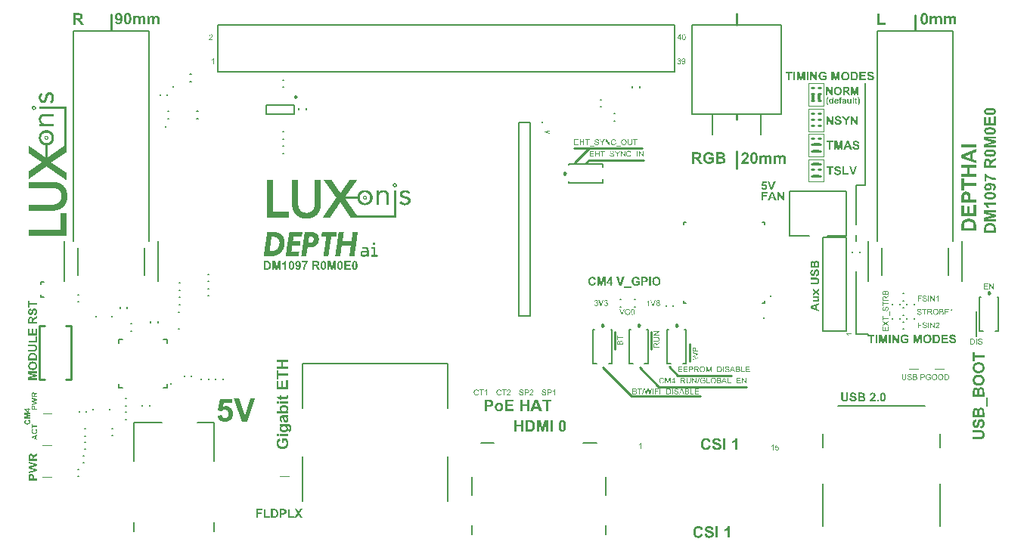
<source format=gto>
G04*
G04 #@! TF.GenerationSoftware,Altium Limited,Altium Designer,20.0.13 (296)*
G04*
G04 Layer_Color=65535*
%FSLAX44Y44*%
%MOMM*%
G71*
G01*
G75*
%ADD10C,0.1000*%
%ADD11C,0.2500*%
%ADD12C,0.2540*%
%ADD13C,0.2500*%
%ADD14C,0.1000*%
%ADD15C,0.2000*%
%ADD16C,0.2540*%
%ADD17C,0.1016*%
%ADD18C,0.1500*%
%ADD19C,0.3500*%
G36*
X31409Y504243D02*
X31801D01*
Y504187D01*
X32025D01*
Y504131D01*
X32304D01*
Y504076D01*
X32416D01*
Y504020D01*
X32584D01*
Y503964D01*
X32752D01*
Y503908D01*
X32864D01*
Y503852D01*
X32976D01*
Y503796D01*
X33088D01*
Y503740D01*
X33144D01*
Y503684D01*
X33256D01*
Y503628D01*
X33312D01*
Y503572D01*
X33424D01*
Y503516D01*
X33480D01*
Y503460D01*
X33592D01*
Y503404D01*
X33648D01*
Y503348D01*
X33703D01*
Y503292D01*
X33760D01*
Y503236D01*
X33816D01*
Y503180D01*
X33927D01*
Y503124D01*
X33983D01*
Y503068D01*
X34039D01*
Y503012D01*
X34095D01*
Y502956D01*
X34151D01*
Y502900D01*
X34207D01*
Y502788D01*
X34263D01*
Y502732D01*
X34319D01*
Y502676D01*
X34375D01*
Y502620D01*
X34431D01*
Y502565D01*
X34487D01*
Y502453D01*
X34543D01*
Y502397D01*
X34599D01*
Y502285D01*
X34655D01*
Y502229D01*
X34711D01*
Y502117D01*
X34767D01*
Y502005D01*
X34823D01*
Y501949D01*
X34879D01*
Y501837D01*
X34935D01*
Y501725D01*
X34991D01*
Y501613D01*
X35047D01*
Y501501D01*
X35103D01*
Y501333D01*
X35159D01*
Y501221D01*
X35215D01*
Y501109D01*
X35271D01*
Y500942D01*
X35326D01*
Y500774D01*
X35382D01*
Y500606D01*
X35438D01*
Y500382D01*
X35494D01*
Y500158D01*
X35550D01*
Y499878D01*
X35606D01*
Y499598D01*
X35662D01*
Y499207D01*
X35718D01*
Y498703D01*
X35774D01*
Y497024D01*
X35718D01*
Y496409D01*
X35662D01*
Y496073D01*
X35606D01*
Y495737D01*
X35550D01*
Y495513D01*
X35494D01*
Y495289D01*
X35438D01*
Y495065D01*
X35382D01*
Y494898D01*
X35326D01*
Y494730D01*
X35271D01*
Y494562D01*
X35215D01*
Y494450D01*
X35159D01*
Y494282D01*
X35103D01*
Y494170D01*
X35047D01*
Y494058D01*
X34991D01*
Y493946D01*
X34935D01*
Y493834D01*
X34879D01*
Y493722D01*
X34823D01*
Y493666D01*
X34767D01*
Y493554D01*
X34711D01*
Y493498D01*
X34655D01*
Y493386D01*
X34599D01*
Y493331D01*
X34543D01*
Y493219D01*
X34487D01*
Y493163D01*
X34431D01*
Y493107D01*
X34375D01*
Y492995D01*
X34319D01*
Y492939D01*
X34263D01*
Y492883D01*
X34207D01*
Y492827D01*
X34151D01*
Y492771D01*
X34095D01*
Y492715D01*
X34039D01*
Y492659D01*
X33983D01*
Y492603D01*
X33927D01*
Y492547D01*
X33871D01*
Y492491D01*
X33816D01*
Y492435D01*
X33760D01*
Y492379D01*
X33703D01*
Y492323D01*
X33648D01*
Y492267D01*
X33592D01*
Y492211D01*
X33536D01*
Y492155D01*
X33480D01*
Y492099D01*
X33368D01*
Y492043D01*
X33312D01*
Y491987D01*
X33256D01*
Y491931D01*
X33200D01*
Y491876D01*
X33088D01*
Y491820D01*
X33032D01*
Y491764D01*
X32976D01*
Y491708D01*
X32864D01*
Y491652D01*
X32752D01*
Y491708D01*
X32696D01*
Y491764D01*
X32640D01*
Y491820D01*
X32584D01*
Y491931D01*
X32528D01*
Y491987D01*
X32472D01*
Y492043D01*
X32416D01*
Y492155D01*
X32360D01*
Y492211D01*
X32304D01*
Y492267D01*
X32248D01*
Y492323D01*
X32192D01*
Y492435D01*
X32137D01*
Y492491D01*
X32081D01*
Y492547D01*
X32025D01*
Y492659D01*
X31969D01*
Y492715D01*
X31913D01*
Y492771D01*
X31857D01*
Y492883D01*
X31801D01*
Y492939D01*
X31745D01*
Y492995D01*
X31689D01*
Y493051D01*
X31633D01*
Y493163D01*
X31577D01*
Y493219D01*
X31521D01*
Y493275D01*
X31465D01*
Y493386D01*
X31409D01*
Y493442D01*
X31353D01*
Y493498D01*
X31297D01*
Y493554D01*
X31241D01*
Y493666D01*
X31185D01*
Y493778D01*
X31241D01*
Y493834D01*
X31297D01*
Y493890D01*
X31353D01*
Y493946D01*
X31409D01*
Y494002D01*
X31465D01*
Y494058D01*
X31521D01*
Y494114D01*
X31633D01*
Y494170D01*
X31689D01*
Y494226D01*
X31745D01*
Y494282D01*
X31801D01*
Y494338D01*
X31857D01*
Y494394D01*
X31913D01*
Y494450D01*
X31969D01*
Y494506D01*
X32025D01*
Y494618D01*
X32081D01*
Y494674D01*
X32137D01*
Y494730D01*
X32192D01*
Y494786D01*
X32248D01*
Y494842D01*
X32304D01*
Y494898D01*
X32360D01*
Y495009D01*
X32416D01*
Y495065D01*
X32472D01*
Y495121D01*
X32528D01*
Y495233D01*
X32584D01*
Y495289D01*
X32640D01*
Y495401D01*
X32696D01*
Y495457D01*
X32752D01*
Y495569D01*
X32808D01*
Y495681D01*
X32864D01*
Y495793D01*
X32920D01*
Y495905D01*
X32976D01*
Y496017D01*
X33032D01*
Y496185D01*
X33088D01*
Y496353D01*
X33144D01*
Y496576D01*
X33200D01*
Y496856D01*
X33256D01*
Y497304D01*
X33312D01*
Y498423D01*
X33256D01*
Y498871D01*
X33200D01*
Y499151D01*
X33144D01*
Y499375D01*
X33088D01*
Y499543D01*
X33032D01*
Y499710D01*
X32976D01*
Y499878D01*
X32920D01*
Y499990D01*
X32864D01*
Y500102D01*
X32808D01*
Y500214D01*
X32752D01*
Y500326D01*
X32696D01*
Y500382D01*
X32640D01*
Y500494D01*
X32584D01*
Y500550D01*
X32528D01*
Y500606D01*
X32472D01*
Y500662D01*
X32416D01*
Y500774D01*
X32360D01*
Y500830D01*
X32304D01*
Y500886D01*
X32192D01*
Y500942D01*
X32137D01*
Y500998D01*
X32081D01*
Y501054D01*
X32025D01*
Y501109D01*
X31913D01*
Y501165D01*
X31857D01*
Y501221D01*
X31745D01*
Y501277D01*
X31577D01*
Y501333D01*
X31409D01*
Y501389D01*
X31129D01*
Y501445D01*
X30514D01*
Y501389D01*
X30234D01*
Y501333D01*
X30066D01*
Y501277D01*
X29898D01*
Y501221D01*
X29842D01*
Y501165D01*
X29730D01*
Y501109D01*
X29674D01*
Y501054D01*
X29618D01*
Y500998D01*
X29506D01*
Y500942D01*
X29450D01*
Y500886D01*
X29394D01*
Y500830D01*
X29338D01*
Y500718D01*
X29283D01*
Y500662D01*
X29227D01*
Y500606D01*
X29171D01*
Y500550D01*
X29115D01*
Y500438D01*
X29059D01*
Y500326D01*
X29003D01*
Y500270D01*
X28947D01*
Y500158D01*
X28891D01*
Y500046D01*
X28835D01*
Y499934D01*
X28779D01*
Y499766D01*
X28723D01*
Y499654D01*
X28667D01*
Y499487D01*
X28611D01*
Y499319D01*
X28555D01*
Y499095D01*
X28499D01*
Y498871D01*
X28443D01*
Y498647D01*
X28387D01*
Y498423D01*
X28331D01*
Y498199D01*
X28275D01*
Y497920D01*
X28219D01*
Y497640D01*
X28163D01*
Y497416D01*
X28107D01*
Y497192D01*
X28051D01*
Y496968D01*
X27995D01*
Y496744D01*
X27939D01*
Y496521D01*
X27883D01*
Y496297D01*
X27827D01*
Y496129D01*
X27771D01*
Y495905D01*
X27715D01*
Y495737D01*
X27660D01*
Y495569D01*
X27604D01*
Y495401D01*
X27548D01*
Y495233D01*
X27492D01*
Y495121D01*
X27436D01*
Y494953D01*
X27380D01*
Y494842D01*
X27324D01*
Y494730D01*
X27268D01*
Y494618D01*
X27212D01*
Y494506D01*
X27156D01*
Y494394D01*
X27100D01*
Y494282D01*
X27044D01*
Y494170D01*
X26988D01*
Y494114D01*
X26932D01*
Y494002D01*
X26876D01*
Y493946D01*
X26820D01*
Y493834D01*
X26764D01*
Y493778D01*
X26708D01*
Y493722D01*
X26652D01*
Y493610D01*
X26596D01*
Y493554D01*
X26540D01*
Y493498D01*
X26484D01*
Y493442D01*
X26428D01*
Y493386D01*
X26372D01*
Y493331D01*
X26316D01*
Y493275D01*
X26260D01*
Y493219D01*
X26205D01*
Y493163D01*
X26149D01*
Y493107D01*
X26037D01*
Y493051D01*
X25981D01*
Y492995D01*
X25925D01*
Y492939D01*
X25813D01*
Y492883D01*
X25757D01*
Y492827D01*
X25645D01*
Y492771D01*
X25589D01*
Y492715D01*
X25477D01*
Y492659D01*
X25365D01*
Y492603D01*
X25197D01*
Y492547D01*
X25029D01*
Y492491D01*
X24861D01*
Y492435D01*
X24638D01*
Y492379D01*
X24302D01*
Y492323D01*
X22903D01*
Y492379D01*
X22623D01*
Y492435D01*
X22399D01*
Y492491D01*
X22175D01*
Y492547D01*
X22063D01*
Y492603D01*
X21895D01*
Y492659D01*
X21783D01*
Y492715D01*
X21672D01*
Y492771D01*
X21560D01*
Y492827D01*
X21448D01*
Y492883D01*
X21336D01*
Y492939D01*
X21280D01*
Y492995D01*
X21224D01*
Y493051D01*
X21112D01*
Y493107D01*
X21056D01*
Y493163D01*
X20944D01*
Y493219D01*
X20888D01*
Y493275D01*
X20832D01*
Y493331D01*
X20776D01*
Y493386D01*
X20720D01*
Y493442D01*
X20664D01*
Y493498D01*
X20608D01*
Y493554D01*
X20552D01*
Y493610D01*
X20496D01*
Y493666D01*
X20440D01*
Y493722D01*
X20384D01*
Y493778D01*
X20328D01*
Y493834D01*
X20273D01*
Y493890D01*
X20217D01*
Y494002D01*
X20161D01*
Y494058D01*
X20105D01*
Y494114D01*
X20049D01*
Y494226D01*
X19993D01*
Y494282D01*
X19937D01*
Y494394D01*
X19881D01*
Y494506D01*
X19825D01*
Y494562D01*
X19769D01*
Y494674D01*
X19713D01*
Y494786D01*
X19657D01*
Y494898D01*
X19601D01*
Y495009D01*
X19545D01*
Y495121D01*
X19489D01*
Y495233D01*
X19433D01*
Y495345D01*
X19377D01*
Y495513D01*
X19321D01*
Y495681D01*
X19265D01*
Y495793D01*
X19209D01*
Y496017D01*
X19153D01*
Y496185D01*
X19097D01*
Y496409D01*
X19041D01*
Y496632D01*
X18985D01*
Y496912D01*
X18929D01*
Y497304D01*
X18873D01*
Y497920D01*
X18817D01*
Y498759D01*
X18873D01*
Y499375D01*
X18929D01*
Y499766D01*
X18985D01*
Y499990D01*
X19041D01*
Y500270D01*
X19097D01*
Y500438D01*
X19153D01*
Y500662D01*
X19209D01*
Y500830D01*
X19265D01*
Y500998D01*
X19321D01*
Y501109D01*
X19377D01*
Y501277D01*
X19433D01*
Y501389D01*
X19489D01*
Y501501D01*
X19545D01*
Y501613D01*
X19601D01*
Y501725D01*
X19657D01*
Y501837D01*
X19713D01*
Y501949D01*
X19769D01*
Y502005D01*
X19825D01*
Y502117D01*
X19881D01*
Y502173D01*
X19937D01*
Y502285D01*
X19993D01*
Y502341D01*
X20049D01*
Y502397D01*
X20105D01*
Y502509D01*
X20161D01*
Y502565D01*
X20217D01*
Y502620D01*
X20273D01*
Y502676D01*
X20328D01*
Y502732D01*
X20384D01*
Y502788D01*
X20440D01*
Y502844D01*
X20496D01*
Y502900D01*
X20552D01*
Y502956D01*
X20608D01*
Y503012D01*
X20664D01*
Y503068D01*
X20720D01*
Y503124D01*
X20776D01*
Y503180D01*
X20832D01*
Y503236D01*
X20944D01*
Y503292D01*
X21000D01*
Y503348D01*
X21056D01*
Y503404D01*
X21168D01*
Y503460D01*
X21224D01*
Y503516D01*
X21336D01*
Y503572D01*
X21392D01*
Y503628D01*
X21504D01*
Y503684D01*
X21616D01*
Y503740D01*
X21672D01*
Y503796D01*
X21783D01*
Y503684D01*
X21839D01*
Y503628D01*
X21895D01*
Y503516D01*
X21951D01*
Y503460D01*
X22007D01*
Y503348D01*
X22063D01*
Y503292D01*
X22119D01*
Y503180D01*
X22175D01*
Y503124D01*
X22231D01*
Y503012D01*
X22287D01*
Y502956D01*
X22343D01*
Y502844D01*
X22399D01*
Y502788D01*
X22455D01*
Y502676D01*
X22511D01*
Y502620D01*
X22567D01*
Y502509D01*
X22623D01*
Y502453D01*
X22679D01*
Y502341D01*
X22735D01*
Y502285D01*
X22791D01*
Y502173D01*
X22847D01*
Y502117D01*
X22903D01*
Y502005D01*
X22959D01*
Y501949D01*
X23015D01*
Y501837D01*
X23071D01*
Y501781D01*
X23127D01*
Y501669D01*
X23182D01*
Y501613D01*
X23238D01*
Y501557D01*
X23182D01*
Y501501D01*
X23071D01*
Y501445D01*
X23015D01*
Y501389D01*
X22903D01*
Y501333D01*
X22847D01*
Y501277D01*
X22791D01*
Y501221D01*
X22679D01*
Y501165D01*
X22623D01*
Y501109D01*
X22567D01*
Y501054D01*
X22511D01*
Y500998D01*
X22455D01*
Y500942D01*
X22399D01*
Y500886D01*
X22343D01*
Y500830D01*
X22287D01*
Y500774D01*
X22231D01*
Y500718D01*
X22175D01*
Y500662D01*
X22119D01*
Y500550D01*
X22063D01*
Y500494D01*
X22007D01*
Y500438D01*
X21951D01*
Y500326D01*
X21895D01*
Y500270D01*
X21839D01*
Y500158D01*
X21783D01*
Y500102D01*
X21727D01*
Y499990D01*
X21672D01*
Y499878D01*
X21616D01*
Y499710D01*
X21560D01*
Y499598D01*
X21504D01*
Y499431D01*
X21448D01*
Y499207D01*
X21392D01*
Y498983D01*
X21336D01*
Y498479D01*
X21280D01*
Y497808D01*
X21336D01*
Y497360D01*
X21392D01*
Y497080D01*
X21448D01*
Y496856D01*
X21504D01*
Y496688D01*
X21560D01*
Y496576D01*
X21616D01*
Y496409D01*
X21672D01*
Y496297D01*
X21727D01*
Y496185D01*
X21783D01*
Y496073D01*
X21839D01*
Y495961D01*
X21895D01*
Y495905D01*
X21951D01*
Y495849D01*
X22007D01*
Y495737D01*
X22063D01*
Y495681D01*
X22119D01*
Y495625D01*
X22175D01*
Y495569D01*
X22231D01*
Y495513D01*
X22287D01*
Y495457D01*
X22343D01*
Y495401D01*
X22399D01*
Y495345D01*
X22511D01*
Y495289D01*
X22567D01*
Y495233D01*
X22679D01*
Y495177D01*
X22791D01*
Y495121D01*
X22903D01*
Y495065D01*
X23071D01*
Y495009D01*
X23350D01*
Y494953D01*
X23686D01*
Y495009D01*
X23966D01*
Y495065D01*
X24134D01*
Y495121D01*
X24190D01*
Y495177D01*
X24302D01*
Y495233D01*
X24358D01*
Y495289D01*
X24470D01*
Y495345D01*
X24526D01*
Y495401D01*
X24582D01*
Y495513D01*
X24638D01*
Y495569D01*
X24694D01*
Y495625D01*
X24750D01*
Y495681D01*
X24805D01*
Y495793D01*
X24861D01*
Y495849D01*
X24917D01*
Y495961D01*
X24973D01*
Y496073D01*
X25029D01*
Y496185D01*
X25085D01*
Y496297D01*
X25141D01*
Y496409D01*
X25197D01*
Y496521D01*
X25253D01*
Y496688D01*
X25309D01*
Y496856D01*
X25365D01*
Y497024D01*
X25421D01*
Y497136D01*
X25477D01*
Y497360D01*
X25533D01*
Y497528D01*
X25589D01*
Y497752D01*
X25645D01*
Y497976D01*
X25701D01*
Y498199D01*
X25757D01*
Y498479D01*
X25813D01*
Y498703D01*
X25869D01*
Y499039D01*
X25925D01*
Y499319D01*
X25981D01*
Y499598D01*
X26037D01*
Y499766D01*
X26093D01*
Y499990D01*
X26149D01*
Y500214D01*
X26205D01*
Y500438D01*
X26260D01*
Y500662D01*
X26316D01*
Y500830D01*
X26372D01*
Y500998D01*
X26428D01*
Y501165D01*
X26484D01*
Y501277D01*
X26540D01*
Y501445D01*
X26596D01*
Y501557D01*
X26652D01*
Y501725D01*
X26708D01*
Y501837D01*
X26764D01*
Y501949D01*
X26820D01*
Y502061D01*
X26876D01*
Y502173D01*
X26932D01*
Y502229D01*
X26988D01*
Y502341D01*
X27044D01*
Y502397D01*
X27100D01*
Y502509D01*
X27156D01*
Y502620D01*
X27212D01*
Y502676D01*
X27268D01*
Y502732D01*
X27324D01*
Y502844D01*
X27380D01*
Y502900D01*
X27436D01*
Y502956D01*
X27492D01*
Y503012D01*
X27548D01*
Y503068D01*
X27604D01*
Y503124D01*
X27660D01*
Y503180D01*
X27715D01*
Y503236D01*
X27771D01*
Y503292D01*
X27827D01*
Y503348D01*
X27883D01*
Y503404D01*
X27939D01*
Y503460D01*
X28051D01*
Y503516D01*
X28107D01*
Y503572D01*
X28163D01*
Y503628D01*
X28275D01*
Y503684D01*
X28331D01*
Y503740D01*
X28443D01*
Y503796D01*
X28555D01*
Y503852D01*
X28611D01*
Y503908D01*
X28779D01*
Y503964D01*
X28891D01*
Y504020D01*
X29003D01*
Y504076D01*
X29171D01*
Y504131D01*
X29394D01*
Y504187D01*
X29618D01*
Y504243D01*
X30010D01*
Y504299D01*
X31409D01*
Y504243D01*
D02*
G37*
G36*
X13893Y488965D02*
X14117D01*
Y488909D01*
X14284D01*
Y488854D01*
X14396D01*
Y488798D01*
X14508D01*
Y488742D01*
X14620D01*
Y488686D01*
X14676D01*
Y488630D01*
X14788D01*
Y488574D01*
X14844D01*
Y488518D01*
X14900D01*
Y488462D01*
X14956D01*
Y488406D01*
X15012D01*
Y488350D01*
X15068D01*
Y488294D01*
X15124D01*
Y488238D01*
X15180D01*
Y488182D01*
X15236D01*
Y488070D01*
X15292D01*
Y488014D01*
X15348D01*
Y487902D01*
X15404D01*
Y487790D01*
X15460D01*
Y487678D01*
X15516D01*
Y487510D01*
X15572D01*
Y487287D01*
X15628D01*
Y486895D01*
X15683D01*
Y486503D01*
X15628D01*
Y486111D01*
X15572D01*
Y485887D01*
X15516D01*
Y485776D01*
X15460D01*
Y485608D01*
X15404D01*
Y485496D01*
X15348D01*
Y485440D01*
X15292D01*
Y485328D01*
X15236D01*
Y485272D01*
X15180D01*
Y485160D01*
X15124D01*
Y485104D01*
X15068D01*
Y485048D01*
X15012D01*
Y484992D01*
X14956D01*
Y484936D01*
X14900D01*
Y484880D01*
X14844D01*
Y484824D01*
X14732D01*
Y484768D01*
X14676D01*
Y484712D01*
X14564D01*
Y484656D01*
X14452D01*
Y484600D01*
X14340D01*
Y484544D01*
X14229D01*
Y484488D01*
X14061D01*
Y484432D01*
X13781D01*
Y484377D01*
X12941D01*
Y484432D01*
X12661D01*
Y484488D01*
X12494D01*
Y484544D01*
X12382D01*
Y484600D01*
X12270D01*
Y484656D01*
X12158D01*
Y484712D01*
X12046D01*
Y484768D01*
X11990D01*
Y484824D01*
X11878D01*
Y484880D01*
X11822D01*
Y484936D01*
X11766D01*
Y484992D01*
X11710D01*
Y485048D01*
X11654D01*
Y485104D01*
X11598D01*
Y485160D01*
X11542D01*
Y485272D01*
X11486D01*
Y485328D01*
X11430D01*
Y485440D01*
X11374D01*
Y485496D01*
X11318D01*
Y485608D01*
X11263D01*
Y485776D01*
X11207D01*
Y485943D01*
X11150D01*
Y486111D01*
X11094D01*
Y486559D01*
X11039D01*
Y486839D01*
X11094D01*
Y487287D01*
X11150D01*
Y487510D01*
X11207D01*
Y487678D01*
X11263D01*
Y487790D01*
X11318D01*
Y487902D01*
X11374D01*
Y488014D01*
X11430D01*
Y488070D01*
X11486D01*
Y488182D01*
X11542D01*
Y488238D01*
X11598D01*
Y488294D01*
X11654D01*
Y488350D01*
X11710D01*
Y488406D01*
X11766D01*
Y488462D01*
X11822D01*
Y488518D01*
X11878D01*
Y488574D01*
X11934D01*
Y488630D01*
X12046D01*
Y488686D01*
X12102D01*
Y488742D01*
X12214D01*
Y488798D01*
X12326D01*
Y488854D01*
X12438D01*
Y488909D01*
X12606D01*
Y488965D01*
X12829D01*
Y489021D01*
X13893D01*
Y488965D01*
D02*
G37*
G36*
X35382Y477325D02*
X24861D01*
Y477269D01*
X24470D01*
Y477213D01*
X24134D01*
Y477157D01*
X23910D01*
Y477101D01*
X23742D01*
Y477045D01*
X23574D01*
Y476990D01*
X23406D01*
Y476934D01*
X23294D01*
Y476878D01*
X23182D01*
Y476822D01*
X23015D01*
Y476766D01*
X22903D01*
Y476710D01*
X22847D01*
Y476654D01*
X22735D01*
Y476598D01*
X22679D01*
Y476542D01*
X22567D01*
Y476486D01*
X22511D01*
Y476430D01*
X22399D01*
Y476374D01*
X22343D01*
Y476318D01*
X22287D01*
Y476262D01*
X22231D01*
Y476206D01*
X22175D01*
Y476150D01*
X22119D01*
Y476094D01*
X22063D01*
Y476038D01*
X22007D01*
Y475926D01*
X21951D01*
Y475870D01*
X21895D01*
Y475814D01*
X21839D01*
Y475702D01*
X21783D01*
Y475590D01*
X21727D01*
Y475534D01*
X21672D01*
Y475423D01*
X21616D01*
Y475255D01*
X21560D01*
Y475143D01*
X21504D01*
Y474975D01*
X21448D01*
Y474751D01*
X21392D01*
Y474471D01*
X21336D01*
Y473968D01*
X21280D01*
Y473240D01*
X21336D01*
Y472680D01*
X21392D01*
Y472401D01*
X21448D01*
Y472121D01*
X21504D01*
Y471953D01*
X21560D01*
Y471785D01*
X21616D01*
Y471617D01*
X21672D01*
Y471505D01*
X21727D01*
Y471337D01*
X21783D01*
Y471225D01*
X21839D01*
Y471113D01*
X21895D01*
Y471057D01*
X21951D01*
Y470946D01*
X22007D01*
Y470890D01*
X22063D01*
Y470778D01*
X22119D01*
Y470722D01*
X22175D01*
Y470610D01*
X22231D01*
Y470554D01*
X22287D01*
Y470498D01*
X22343D01*
Y470442D01*
X22399D01*
Y470330D01*
X22455D01*
Y470274D01*
X22511D01*
Y470218D01*
X22567D01*
Y470162D01*
X22679D01*
Y470106D01*
X22735D01*
Y470050D01*
X22791D01*
Y469994D01*
X22847D01*
Y469938D01*
X22903D01*
Y469882D01*
X22959D01*
Y469826D01*
X23071D01*
Y469770D01*
X23127D01*
Y469714D01*
X23238D01*
Y469658D01*
X23294D01*
Y469602D01*
X23406D01*
Y469546D01*
X23518D01*
Y469490D01*
X23574D01*
Y469435D01*
X23686D01*
Y469379D01*
X23798D01*
Y469323D01*
X23910D01*
Y469267D01*
X24078D01*
Y469211D01*
X24190D01*
Y469155D01*
X24358D01*
Y469099D01*
X24526D01*
Y469043D01*
X24638D01*
Y468987D01*
X24861D01*
Y468931D01*
X25085D01*
Y468875D01*
X25309D01*
Y468819D01*
X25589D01*
Y468763D01*
X25925D01*
Y468707D01*
X26428D01*
Y468651D01*
X35382D01*
Y465965D01*
X21951D01*
Y465909D01*
X20832D01*
Y465853D01*
X19657D01*
Y465797D01*
X19265D01*
Y468371D01*
X20832D01*
Y468427D01*
X21895D01*
Y468539D01*
X21783D01*
Y468595D01*
X21672D01*
Y468651D01*
X21560D01*
Y468707D01*
X21504D01*
Y468763D01*
X21392D01*
Y468819D01*
X21336D01*
Y468875D01*
X21224D01*
Y468931D01*
X21168D01*
Y468987D01*
X21056D01*
Y469043D01*
X21000D01*
Y469099D01*
X20944D01*
Y469155D01*
X20888D01*
Y469211D01*
X20832D01*
Y469267D01*
X20720D01*
Y469323D01*
X20664D01*
Y469379D01*
X20608D01*
Y469435D01*
X20552D01*
Y469490D01*
X20496D01*
Y469546D01*
X20440D01*
Y469602D01*
X20384D01*
Y469714D01*
X20328D01*
Y469770D01*
X20273D01*
Y469826D01*
X20217D01*
Y469882D01*
X20161D01*
Y469938D01*
X20105D01*
Y470050D01*
X20049D01*
Y470106D01*
X19993D01*
Y470218D01*
X19937D01*
Y470274D01*
X19881D01*
Y470330D01*
X19825D01*
Y470442D01*
X19769D01*
Y470554D01*
X19713D01*
Y470610D01*
X19657D01*
Y470722D01*
X19601D01*
Y470834D01*
X19545D01*
Y470946D01*
X19489D01*
Y471057D01*
X19433D01*
Y471169D01*
X19377D01*
Y471281D01*
X19321D01*
Y471449D01*
X19265D01*
Y471561D01*
X19209D01*
Y471729D01*
X19153D01*
Y471897D01*
X19097D01*
Y472121D01*
X19041D01*
Y472289D01*
X18985D01*
Y472568D01*
X18929D01*
Y472904D01*
X18873D01*
Y473464D01*
X18817D01*
Y474359D01*
X18873D01*
Y475031D01*
X18929D01*
Y475367D01*
X18985D01*
Y475646D01*
X19041D01*
Y475870D01*
X19097D01*
Y476094D01*
X19153D01*
Y476262D01*
X19209D01*
Y476430D01*
X19265D01*
Y476598D01*
X19321D01*
Y476710D01*
X19377D01*
Y476822D01*
X19433D01*
Y476934D01*
X19489D01*
Y477045D01*
X19545D01*
Y477157D01*
X19601D01*
Y477269D01*
X19657D01*
Y477381D01*
X19713D01*
Y477437D01*
X19769D01*
Y477549D01*
X19825D01*
Y477605D01*
X19881D01*
Y477717D01*
X19937D01*
Y477773D01*
X19993D01*
Y477829D01*
X20049D01*
Y477941D01*
X20105D01*
Y477997D01*
X20161D01*
Y478053D01*
X20217D01*
Y478109D01*
X20273D01*
Y478165D01*
X20328D01*
Y478221D01*
X20384D01*
Y478277D01*
X20440D01*
Y478333D01*
X20496D01*
Y478388D01*
X20552D01*
Y478445D01*
X20608D01*
Y478501D01*
X20664D01*
Y478556D01*
X20720D01*
Y478612D01*
X20776D01*
Y478668D01*
X20832D01*
Y478724D01*
X20944D01*
Y478780D01*
X21000D01*
Y478836D01*
X21112D01*
Y478892D01*
X21168D01*
Y478948D01*
X21280D01*
Y479004D01*
X21336D01*
Y479060D01*
X21448D01*
Y479116D01*
X21560D01*
Y479172D01*
X21616D01*
Y479228D01*
X21727D01*
Y479284D01*
X21839D01*
Y479340D01*
X22007D01*
Y479396D01*
X22119D01*
Y479452D01*
X22231D01*
Y479508D01*
X22399D01*
Y479564D01*
X22567D01*
Y479620D01*
X22735D01*
Y479676D01*
X22959D01*
Y479732D01*
X23182D01*
Y479788D01*
X23462D01*
Y479844D01*
X23686D01*
Y479899D01*
X24134D01*
Y479955D01*
X24750D01*
Y480011D01*
X35382D01*
Y477325D01*
D02*
G37*
G36*
X49653Y437032D02*
X49597D01*
Y436976D01*
X49485D01*
Y436920D01*
X49429D01*
Y436864D01*
X49317D01*
Y436808D01*
X49261D01*
Y436752D01*
X49149D01*
Y436696D01*
X49093D01*
Y436640D01*
X48981D01*
Y436584D01*
X48925D01*
Y436528D01*
X48814D01*
Y436472D01*
X48758D01*
Y436416D01*
X48646D01*
Y436360D01*
X48590D01*
Y436305D01*
X48478D01*
Y436249D01*
X48422D01*
Y436193D01*
X48310D01*
Y436137D01*
X48254D01*
Y436081D01*
X48142D01*
Y436025D01*
X48086D01*
Y435969D01*
X47974D01*
Y435913D01*
X47918D01*
Y435857D01*
X47806D01*
Y435801D01*
X47750D01*
Y435745D01*
X47638D01*
Y435689D01*
X47582D01*
Y435633D01*
X47470D01*
Y435577D01*
X47414D01*
Y435521D01*
X47302D01*
Y435465D01*
X47246D01*
Y435409D01*
X47135D01*
Y435353D01*
X47079D01*
Y435297D01*
X46967D01*
Y435241D01*
X46911D01*
Y435185D01*
X46799D01*
Y435129D01*
X46743D01*
Y435073D01*
X46631D01*
Y435017D01*
X46575D01*
Y434961D01*
X46463D01*
Y434905D01*
X46407D01*
Y434849D01*
X46295D01*
Y434794D01*
X46239D01*
Y434738D01*
X46127D01*
Y434682D01*
X46071D01*
Y434626D01*
X45959D01*
Y434570D01*
X45903D01*
Y434514D01*
X45792D01*
Y434458D01*
X45736D01*
Y434402D01*
X45624D01*
Y434346D01*
X45568D01*
Y434290D01*
X45456D01*
Y434234D01*
X45400D01*
Y434178D01*
X45288D01*
Y434122D01*
X45232D01*
Y434066D01*
X45120D01*
Y434010D01*
X45064D01*
Y433954D01*
X44952D01*
Y433898D01*
X44896D01*
Y433842D01*
X44784D01*
Y433786D01*
X44728D01*
Y433730D01*
X44616D01*
Y433674D01*
X44560D01*
Y433618D01*
X44448D01*
Y433562D01*
X44392D01*
Y433506D01*
X44281D01*
Y433450D01*
X44225D01*
Y433394D01*
X44113D01*
Y433339D01*
X44057D01*
Y433283D01*
X43945D01*
Y433227D01*
X43889D01*
Y433171D01*
X43777D01*
Y433115D01*
X43721D01*
Y433059D01*
X43609D01*
Y433003D01*
X43553D01*
Y432947D01*
X43441D01*
Y432891D01*
X43385D01*
Y432835D01*
X43273D01*
Y432779D01*
X43217D01*
Y432723D01*
X43105D01*
Y432667D01*
X43049D01*
Y432611D01*
X42937D01*
Y432555D01*
X42881D01*
Y432499D01*
X42769D01*
Y432443D01*
X42714D01*
Y432387D01*
X42602D01*
Y432331D01*
X42546D01*
Y432275D01*
X42434D01*
Y432219D01*
X42378D01*
Y432163D01*
X42322D01*
Y432107D01*
X42210D01*
Y432051D01*
X42154D01*
Y431995D01*
X42042D01*
Y431939D01*
X41986D01*
Y431884D01*
X41874D01*
Y431828D01*
X41818D01*
Y431772D01*
X41706D01*
Y431716D01*
X41650D01*
Y431660D01*
X41538D01*
Y431604D01*
X41482D01*
Y431548D01*
X41370D01*
Y431492D01*
X41315D01*
Y431436D01*
X41203D01*
Y431380D01*
X41147D01*
Y431324D01*
X41035D01*
Y431268D01*
X40979D01*
Y431212D01*
X40867D01*
Y431156D01*
X40811D01*
Y431100D01*
X40699D01*
Y431044D01*
X40643D01*
Y430988D01*
X40531D01*
Y430932D01*
X40475D01*
Y430876D01*
X40363D01*
Y430820D01*
X40307D01*
Y430764D01*
X40195D01*
Y430708D01*
X40139D01*
Y430652D01*
X40027D01*
Y430596D01*
X39971D01*
Y430540D01*
X39859D01*
Y430484D01*
X39804D01*
Y430428D01*
X39692D01*
Y430372D01*
X39636D01*
Y430317D01*
X39524D01*
Y430261D01*
X39468D01*
Y430205D01*
X39356D01*
Y430149D01*
X39300D01*
Y430093D01*
X39188D01*
Y430037D01*
X39132D01*
Y429981D01*
X39020D01*
Y429925D01*
X38964D01*
Y429869D01*
X38852D01*
Y429813D01*
X38796D01*
Y429757D01*
X38684D01*
Y429701D01*
X38628D01*
Y429645D01*
X38516D01*
Y429589D01*
X38460D01*
Y429533D01*
X38348D01*
Y429477D01*
X38293D01*
Y429421D01*
X38181D01*
Y429365D01*
X38125D01*
Y429309D01*
X38013D01*
Y429253D01*
X37957D01*
Y429197D01*
X37845D01*
Y429141D01*
X37789D01*
Y429085D01*
X37677D01*
Y429029D01*
X37621D01*
Y428973D01*
X37509D01*
Y428917D01*
X37453D01*
Y428861D01*
X37341D01*
Y428806D01*
X37285D01*
Y428750D01*
X37173D01*
Y428694D01*
X37117D01*
Y428638D01*
X37005D01*
Y428582D01*
X36949D01*
Y428526D01*
X36837D01*
Y428470D01*
X36781D01*
Y428414D01*
X36670D01*
Y428358D01*
X36614D01*
Y428302D01*
X36502D01*
Y428246D01*
X36446D01*
Y428190D01*
X36334D01*
Y428134D01*
X36278D01*
Y428078D01*
X36166D01*
Y428022D01*
X36110D01*
Y427966D01*
X35998D01*
Y427910D01*
X35942D01*
Y427854D01*
X35830D01*
Y427798D01*
X35774D01*
Y427742D01*
X35662D01*
Y427686D01*
X35606D01*
Y427630D01*
X35494D01*
Y427574D01*
X35438D01*
Y427518D01*
X35326D01*
Y427462D01*
X35271D01*
Y427406D01*
X35159D01*
Y427351D01*
X35103D01*
Y427295D01*
X34991D01*
Y427239D01*
X34935D01*
Y427183D01*
X34823D01*
Y427127D01*
X34767D01*
Y427071D01*
X34655D01*
Y427015D01*
X34599D01*
Y426959D01*
X34487D01*
Y426903D01*
X34431D01*
Y426847D01*
X34319D01*
Y426791D01*
X34263D01*
Y426735D01*
X34151D01*
Y426679D01*
X34095D01*
Y426623D01*
X33983D01*
Y426567D01*
X33927D01*
Y426511D01*
X33816D01*
Y426455D01*
X33760D01*
Y426399D01*
X33648D01*
Y426343D01*
X33592D01*
Y426287D01*
X33480D01*
Y426231D01*
X33424D01*
Y426175D01*
X33312D01*
Y426119D01*
X33256D01*
Y426063D01*
X33144D01*
Y426007D01*
X33088D01*
Y425951D01*
X32976D01*
Y425895D01*
X32920D01*
Y425840D01*
X32808D01*
Y425784D01*
X32752D01*
Y425728D01*
X32696D01*
Y425672D01*
X32584D01*
Y425560D01*
X32696D01*
Y425504D01*
X32752D01*
Y425448D01*
X32864D01*
Y425392D01*
X32920D01*
Y425336D01*
X33032D01*
Y425280D01*
X33088D01*
Y425224D01*
X33200D01*
Y425168D01*
X33256D01*
Y425112D01*
X33368D01*
Y425056D01*
X33424D01*
Y425000D01*
X33536D01*
Y424944D01*
X33592D01*
Y424888D01*
X33703D01*
Y424832D01*
X33760D01*
Y424776D01*
X33871D01*
Y424720D01*
X33927D01*
Y424664D01*
X34039D01*
Y424608D01*
X34095D01*
Y424552D01*
X34207D01*
Y424496D01*
X34263D01*
Y424440D01*
X34375D01*
Y424384D01*
X34431D01*
Y424328D01*
X34543D01*
Y424272D01*
X34599D01*
Y424217D01*
X34711D01*
Y424161D01*
X34767D01*
Y424105D01*
X34879D01*
Y424049D01*
X34935D01*
Y423993D01*
X35047D01*
Y423937D01*
X35103D01*
Y423881D01*
X35215D01*
Y423825D01*
X35271D01*
Y423769D01*
X35382D01*
Y423713D01*
X35438D01*
Y423657D01*
X35494D01*
Y423601D01*
X35606D01*
Y423545D01*
X35662D01*
Y423489D01*
X35774D01*
Y423433D01*
X35830D01*
Y423377D01*
X35942D01*
Y423321D01*
X35998D01*
Y423265D01*
X36110D01*
Y423209D01*
X36166D01*
Y423153D01*
X36278D01*
Y423097D01*
X36334D01*
Y423041D01*
X36446D01*
Y422985D01*
X36502D01*
Y422929D01*
X36614D01*
Y422873D01*
X36670D01*
Y422817D01*
X36781D01*
Y422761D01*
X36837D01*
Y422706D01*
X36949D01*
Y422650D01*
X37005D01*
Y422594D01*
X37117D01*
Y422538D01*
X37173D01*
Y422482D01*
X37285D01*
Y422426D01*
X37341D01*
Y422370D01*
X37453D01*
Y422314D01*
X37509D01*
Y422258D01*
X37621D01*
Y422202D01*
X37677D01*
Y422146D01*
X37789D01*
Y422090D01*
X37845D01*
Y422034D01*
X37957D01*
Y421978D01*
X38013D01*
Y421922D01*
X38125D01*
Y421866D01*
X38181D01*
Y421810D01*
X38293D01*
Y421754D01*
X38348D01*
Y421698D01*
X38460D01*
Y421642D01*
X38516D01*
Y421586D01*
X38628D01*
Y421530D01*
X38684D01*
Y421474D01*
X38796D01*
Y421418D01*
X38852D01*
Y421362D01*
X38964D01*
Y421306D01*
X39020D01*
Y421250D01*
X39076D01*
Y421195D01*
X39188D01*
Y421139D01*
X39244D01*
Y421083D01*
X39356D01*
Y421027D01*
X39412D01*
Y420971D01*
X39524D01*
Y420915D01*
X39580D01*
Y420859D01*
X39692D01*
Y420803D01*
X39748D01*
Y420747D01*
X39859D01*
Y420691D01*
X39915D01*
Y420635D01*
X40027D01*
Y420579D01*
X40083D01*
Y420523D01*
X40195D01*
Y420467D01*
X40251D01*
Y420411D01*
X40363D01*
Y420355D01*
X40419D01*
Y420299D01*
X40531D01*
Y420243D01*
X40587D01*
Y420187D01*
X40699D01*
Y420131D01*
X40755D01*
Y420075D01*
X40867D01*
Y420019D01*
X40923D01*
Y419963D01*
X41035D01*
Y419907D01*
X41091D01*
Y419851D01*
X41203D01*
Y419795D01*
X41259D01*
Y419739D01*
X41370D01*
Y419683D01*
X41426D01*
Y419628D01*
X41538D01*
Y419572D01*
X41594D01*
Y419516D01*
X41706D01*
Y419460D01*
X41762D01*
Y419404D01*
X41874D01*
Y419348D01*
X41930D01*
Y419292D01*
X42042D01*
Y419236D01*
X42098D01*
Y419180D01*
X42210D01*
Y419124D01*
X42266D01*
Y419068D01*
X42378D01*
Y419012D01*
X42434D01*
Y418956D01*
X42546D01*
Y418900D01*
X42602D01*
Y418844D01*
X42658D01*
Y418788D01*
X42769D01*
Y418732D01*
X42825D01*
Y418676D01*
X42937D01*
Y418620D01*
X42993D01*
Y418564D01*
X43105D01*
Y418508D01*
X43161D01*
Y418452D01*
X43273D01*
Y418396D01*
X43329D01*
Y418340D01*
X43441D01*
Y418284D01*
X43497D01*
Y418228D01*
X43609D01*
Y418172D01*
X43665D01*
Y418117D01*
X43777D01*
Y418061D01*
X43833D01*
Y418005D01*
X43945D01*
Y417949D01*
X44001D01*
Y417893D01*
X44113D01*
Y417837D01*
X44169D01*
Y417781D01*
X44281D01*
Y417725D01*
X44337D01*
Y417669D01*
X44448D01*
Y417613D01*
X44504D01*
Y417557D01*
X44616D01*
Y417501D01*
X44672D01*
Y417445D01*
X44784D01*
Y417389D01*
X44840D01*
Y417333D01*
X44952D01*
Y417277D01*
X45008D01*
Y417221D01*
X45120D01*
Y417165D01*
X45176D01*
Y417109D01*
X45288D01*
Y417053D01*
X45344D01*
Y416997D01*
X45456D01*
Y416941D01*
X45512D01*
Y416885D01*
X45624D01*
Y416829D01*
X45680D01*
Y416773D01*
X45792D01*
Y416717D01*
X45848D01*
Y416661D01*
X45959D01*
Y416606D01*
X46015D01*
Y416550D01*
X46127D01*
Y416494D01*
X46183D01*
Y416438D01*
X46295D01*
Y416382D01*
X46351D01*
Y416326D01*
X46407D01*
Y416270D01*
X46519D01*
Y416214D01*
X46575D01*
Y416158D01*
X46687D01*
Y416102D01*
X46743D01*
Y416046D01*
X46855D01*
Y415990D01*
X46911D01*
Y415934D01*
X47023D01*
Y415878D01*
X47079D01*
Y415822D01*
X47191D01*
Y415766D01*
X47246D01*
Y415710D01*
X47358D01*
Y415654D01*
X47414D01*
Y415598D01*
X47526D01*
Y415542D01*
X47582D01*
Y415486D01*
X47694D01*
Y415430D01*
X47750D01*
Y415374D01*
X47862D01*
Y415318D01*
X47918D01*
Y415262D01*
X48030D01*
Y415206D01*
X48086D01*
Y415151D01*
X48198D01*
Y415095D01*
X48254D01*
Y415039D01*
X48366D01*
Y414983D01*
X48422D01*
Y414927D01*
X48534D01*
Y414871D01*
X48590D01*
Y414815D01*
X48702D01*
Y414759D01*
X48758D01*
Y414703D01*
X48869D01*
Y414647D01*
X48925D01*
Y414591D01*
X49037D01*
Y414535D01*
X49093D01*
Y414479D01*
X49205D01*
Y414423D01*
X49261D01*
Y414367D01*
X49373D01*
Y414311D01*
X49429D01*
Y414255D01*
X49541D01*
Y414199D01*
X49597D01*
Y414143D01*
X49653D01*
Y405749D01*
X49597D01*
Y405805D01*
X49541D01*
Y405861D01*
X49429D01*
Y405917D01*
X49373D01*
Y405973D01*
X49261D01*
Y406029D01*
X49205D01*
Y406085D01*
X49149D01*
Y406141D01*
X49037D01*
Y406197D01*
X48981D01*
Y406253D01*
X48869D01*
Y406308D01*
X48814D01*
Y406364D01*
X48702D01*
Y406420D01*
X48646D01*
Y406476D01*
X48534D01*
Y406532D01*
X48478D01*
Y406588D01*
X48422D01*
Y406644D01*
X48310D01*
Y406700D01*
X48254D01*
Y406756D01*
X48142D01*
Y406812D01*
X48086D01*
Y406868D01*
X47974D01*
Y406924D01*
X47918D01*
Y406980D01*
X47806D01*
Y407036D01*
X47750D01*
Y407092D01*
X47694D01*
Y407148D01*
X47582D01*
Y407204D01*
X47526D01*
Y407260D01*
X47414D01*
Y407316D01*
X47358D01*
Y407372D01*
X47246D01*
Y407428D01*
X47191D01*
Y407484D01*
X47079D01*
Y407540D01*
X47023D01*
Y407596D01*
X46911D01*
Y407652D01*
X46855D01*
Y407707D01*
X46799D01*
Y407763D01*
X46687D01*
Y407820D01*
X46631D01*
Y407875D01*
X46519D01*
Y407931D01*
X46463D01*
Y407987D01*
X46351D01*
Y408043D01*
X46295D01*
Y408099D01*
X46183D01*
Y408155D01*
X46127D01*
Y408211D01*
X46071D01*
Y408267D01*
X45959D01*
Y408323D01*
X45903D01*
Y408379D01*
X45792D01*
Y408435D01*
X45736D01*
Y408491D01*
X45624D01*
Y408547D01*
X45568D01*
Y408603D01*
X45456D01*
Y408659D01*
X45400D01*
Y408715D01*
X45344D01*
Y408771D01*
X45232D01*
Y408827D01*
X45176D01*
Y408883D01*
X45064D01*
Y408939D01*
X45008D01*
Y408995D01*
X44896D01*
Y409051D01*
X44840D01*
Y409107D01*
X44728D01*
Y409163D01*
X44672D01*
Y409218D01*
X44616D01*
Y409274D01*
X44504D01*
Y409330D01*
X44448D01*
Y409386D01*
X44337D01*
Y409442D01*
X44281D01*
Y409498D01*
X44169D01*
Y409554D01*
X44113D01*
Y409610D01*
X44001D01*
Y409666D01*
X43945D01*
Y409722D01*
X43889D01*
Y409778D01*
X43777D01*
Y409834D01*
X43721D01*
Y409890D01*
X43609D01*
Y409946D01*
X43553D01*
Y410002D01*
X43441D01*
Y410058D01*
X43385D01*
Y410114D01*
X43273D01*
Y410170D01*
X43217D01*
Y410226D01*
X43161D01*
Y410282D01*
X43049D01*
Y410338D01*
X42993D01*
Y410394D01*
X42881D01*
Y410450D01*
X42825D01*
Y410506D01*
X42714D01*
Y410562D01*
X42658D01*
Y410618D01*
X42546D01*
Y410673D01*
X42490D01*
Y410729D01*
X42434D01*
Y410785D01*
X42322D01*
Y410841D01*
X42266D01*
Y410897D01*
X42154D01*
Y410953D01*
X42098D01*
Y411009D01*
X41986D01*
Y411065D01*
X41930D01*
Y411121D01*
X41818D01*
Y411177D01*
X41762D01*
Y411233D01*
X41706D01*
Y411289D01*
X41594D01*
Y411345D01*
X41538D01*
Y411401D01*
X41426D01*
Y411457D01*
X41370D01*
Y411513D01*
X41259D01*
Y411569D01*
X41203D01*
Y411625D01*
X41091D01*
Y411681D01*
X41035D01*
Y411737D01*
X40979D01*
Y411793D01*
X40867D01*
Y411849D01*
X40811D01*
Y411905D01*
X40699D01*
Y411961D01*
X40643D01*
Y412017D01*
X40531D01*
Y412073D01*
X40475D01*
Y412128D01*
X40363D01*
Y412184D01*
X40307D01*
Y412240D01*
X40195D01*
Y412296D01*
X40139D01*
Y412352D01*
X40083D01*
Y412408D01*
X39971D01*
Y412464D01*
X39915D01*
Y412520D01*
X39804D01*
Y412576D01*
X39748D01*
Y412632D01*
X39636D01*
Y412688D01*
X39580D01*
Y412744D01*
X39468D01*
Y412800D01*
X39412D01*
Y412856D01*
X39356D01*
Y412912D01*
X39244D01*
Y412968D01*
X39188D01*
Y413024D01*
X39076D01*
Y413080D01*
X39020D01*
Y413136D01*
X38908D01*
Y413192D01*
X38852D01*
Y413248D01*
X38740D01*
Y413304D01*
X38684D01*
Y413360D01*
X38628D01*
Y413416D01*
X38516D01*
Y413472D01*
X38460D01*
Y413528D01*
X38348D01*
Y413584D01*
X38293D01*
Y413640D01*
X38181D01*
Y413695D01*
X38125D01*
Y413751D01*
X38013D01*
Y413807D01*
X37957D01*
Y413863D01*
X37901D01*
Y413919D01*
X37789D01*
Y413975D01*
X37733D01*
Y414031D01*
X37621D01*
Y414087D01*
X37565D01*
Y414143D01*
X37453D01*
Y414199D01*
X37397D01*
Y414255D01*
X37285D01*
Y414311D01*
X37229D01*
Y414367D01*
X37173D01*
Y414423D01*
X37061D01*
Y414479D01*
X37005D01*
Y414535D01*
X36893D01*
Y414591D01*
X36837D01*
Y414647D01*
X36725D01*
Y414703D01*
X36670D01*
Y414759D01*
X36558D01*
Y414815D01*
X36502D01*
Y414871D01*
X36446D01*
Y414927D01*
X36334D01*
Y414983D01*
X36278D01*
Y415039D01*
X36166D01*
Y415095D01*
X36110D01*
Y415151D01*
X35998D01*
Y415206D01*
X35942D01*
Y415262D01*
X35830D01*
Y415318D01*
X35774D01*
Y415374D01*
X35718D01*
Y415430D01*
X35606D01*
Y415486D01*
X35550D01*
Y415542D01*
X35438D01*
Y415598D01*
X35382D01*
Y415654D01*
X35271D01*
Y415710D01*
X35215D01*
Y415766D01*
X35103D01*
Y415822D01*
X35047D01*
Y415878D01*
X34991D01*
Y415934D01*
X34879D01*
Y415990D01*
X34823D01*
Y416046D01*
X34711D01*
Y416102D01*
X34655D01*
Y416158D01*
X34543D01*
Y416214D01*
X34487D01*
Y416270D01*
X34375D01*
Y416326D01*
X34319D01*
Y416382D01*
X34207D01*
Y416438D01*
X34151D01*
Y416494D01*
X34095D01*
Y416550D01*
X33983D01*
Y416606D01*
X33927D01*
Y416661D01*
X33816D01*
Y416717D01*
X33760D01*
Y416773D01*
X33648D01*
Y416829D01*
X33592D01*
Y416885D01*
X33480D01*
Y416941D01*
X33424D01*
Y416997D01*
X33368D01*
Y417053D01*
X33256D01*
Y417109D01*
X33200D01*
Y417165D01*
X33088D01*
Y417221D01*
X33032D01*
Y417277D01*
X32920D01*
Y417333D01*
X32864D01*
Y417389D01*
X32752D01*
Y417445D01*
X32696D01*
Y417501D01*
X32640D01*
Y417557D01*
X32528D01*
Y417613D01*
X32472D01*
Y417669D01*
X32360D01*
Y417725D01*
X32304D01*
Y417781D01*
X32192D01*
Y417837D01*
X32137D01*
Y417893D01*
X32025D01*
Y417949D01*
X31969D01*
Y418005D01*
X31913D01*
Y418061D01*
X31801D01*
Y418117D01*
X31745D01*
Y418172D01*
X31633D01*
Y418228D01*
X31577D01*
Y418284D01*
X31465D01*
Y418340D01*
X31409D01*
Y418396D01*
X31297D01*
Y418452D01*
X31241D01*
Y418508D01*
X31185D01*
Y418564D01*
X31073D01*
Y418620D01*
X31017D01*
Y418676D01*
X30905D01*
Y418732D01*
X30849D01*
Y418788D01*
X30738D01*
Y418844D01*
X30682D01*
Y418900D01*
X30570D01*
Y418956D01*
X30514D01*
Y419012D01*
X30458D01*
Y419068D01*
X30346D01*
Y419124D01*
X30290D01*
Y419180D01*
X30178D01*
Y419236D01*
X30122D01*
Y419292D01*
X30010D01*
Y419348D01*
X29954D01*
Y419404D01*
X29842D01*
Y419460D01*
X29786D01*
Y419516D01*
X29730D01*
Y419572D01*
X29618D01*
Y419628D01*
X29562D01*
Y419683D01*
X29450D01*
Y419739D01*
X29394D01*
Y419795D01*
X29283D01*
Y419851D01*
X29227D01*
Y419907D01*
X29115D01*
Y419963D01*
X29059D01*
Y420019D01*
X29003D01*
Y420075D01*
X28891D01*
Y420131D01*
X28835D01*
Y420187D01*
X28723D01*
Y420243D01*
X28667D01*
Y420299D01*
X28555D01*
Y420355D01*
X28499D01*
Y420411D01*
X28387D01*
Y420467D01*
X28331D01*
Y420523D01*
X28275D01*
Y420579D01*
X28163D01*
Y420635D01*
X28107D01*
Y420691D01*
X27995D01*
Y420747D01*
X27939D01*
Y420803D01*
X27827D01*
Y420859D01*
X27771D01*
Y420915D01*
X27660D01*
Y420971D01*
X27604D01*
Y421027D01*
X27492D01*
Y421083D01*
X27436D01*
Y421139D01*
X27324D01*
Y421083D01*
X27268D01*
Y421027D01*
X27156D01*
Y420971D01*
X27100D01*
Y420915D01*
X26988D01*
Y420859D01*
X26932D01*
Y420803D01*
X26876D01*
Y420747D01*
X26764D01*
Y420691D01*
X26708D01*
Y420635D01*
X26596D01*
Y420579D01*
X26540D01*
Y420523D01*
X26484D01*
Y420467D01*
X26372D01*
Y420411D01*
X26316D01*
Y420355D01*
X26205D01*
Y420299D01*
X26149D01*
Y420243D01*
X26093D01*
Y420187D01*
X25981D01*
Y420131D01*
X25925D01*
Y420075D01*
X25813D01*
Y420019D01*
X25757D01*
Y419963D01*
X25701D01*
Y419907D01*
X25589D01*
Y419851D01*
X25533D01*
Y419795D01*
X25421D01*
Y419739D01*
X25365D01*
Y419683D01*
X25253D01*
Y419628D01*
X25197D01*
Y419572D01*
X25141D01*
Y419516D01*
X25029D01*
Y419460D01*
X24973D01*
Y419404D01*
X24861D01*
Y419348D01*
X24805D01*
Y419292D01*
X24750D01*
Y419236D01*
X24638D01*
Y419180D01*
X24582D01*
Y419124D01*
X24470D01*
Y419068D01*
X24414D01*
Y419012D01*
X24358D01*
Y418956D01*
X24246D01*
Y418900D01*
X24190D01*
Y418844D01*
X24078D01*
Y418788D01*
X24022D01*
Y418732D01*
X23966D01*
Y418676D01*
X23854D01*
Y418620D01*
X23798D01*
Y418564D01*
X23686D01*
Y418508D01*
X23630D01*
Y418452D01*
X23574D01*
Y418396D01*
X23462D01*
Y418340D01*
X23406D01*
Y418284D01*
X23294D01*
Y418228D01*
X23238D01*
Y418172D01*
X23182D01*
Y418117D01*
X23071D01*
Y418061D01*
X23015D01*
Y418005D01*
X22903D01*
Y417949D01*
X22847D01*
Y417893D01*
X22735D01*
Y417837D01*
X22679D01*
Y417781D01*
X22623D01*
Y417725D01*
X22511D01*
Y417669D01*
X22455D01*
Y417613D01*
X22343D01*
Y417557D01*
X22287D01*
Y417501D01*
X22231D01*
Y417445D01*
X22119D01*
Y417389D01*
X22063D01*
Y417333D01*
X21951D01*
Y417277D01*
X21895D01*
Y417221D01*
X21839D01*
Y417165D01*
X21727D01*
Y417109D01*
X21672D01*
Y417053D01*
X21560D01*
Y416997D01*
X21504D01*
Y416941D01*
X21448D01*
Y416885D01*
X21336D01*
Y416829D01*
X21280D01*
Y416773D01*
X21168D01*
Y416717D01*
X21112D01*
Y416661D01*
X21056D01*
Y416606D01*
X20944D01*
Y416550D01*
X20888D01*
Y416494D01*
X20776D01*
Y416438D01*
X20720D01*
Y416382D01*
X20608D01*
Y416326D01*
X20552D01*
Y416270D01*
X20496D01*
Y416214D01*
X20384D01*
Y416158D01*
X20328D01*
Y416102D01*
X20217D01*
Y416046D01*
X20161D01*
Y415990D01*
X20105D01*
Y415934D01*
X19993D01*
Y415878D01*
X19937D01*
Y415822D01*
X19825D01*
Y415766D01*
X19769D01*
Y415710D01*
X19713D01*
Y415654D01*
X19601D01*
Y415598D01*
X19545D01*
Y415542D01*
X19433D01*
Y415486D01*
X19377D01*
Y415430D01*
X19321D01*
Y415374D01*
X19209D01*
Y415318D01*
X19153D01*
Y415262D01*
X19041D01*
Y415206D01*
X18985D01*
Y415151D01*
X18929D01*
Y415095D01*
X18817D01*
Y415039D01*
X18762D01*
Y414983D01*
X18649D01*
Y414927D01*
X18594D01*
Y414871D01*
X18482D01*
Y414815D01*
X18426D01*
Y414759D01*
X18370D01*
Y414703D01*
X18258D01*
Y414647D01*
X18202D01*
Y414591D01*
X18090D01*
Y414535D01*
X18034D01*
Y414479D01*
X17978D01*
Y414423D01*
X17866D01*
Y414367D01*
X17810D01*
Y414311D01*
X17698D01*
Y414255D01*
X17642D01*
Y414199D01*
X17586D01*
Y414143D01*
X17474D01*
Y414087D01*
X17418D01*
Y414031D01*
X17306D01*
Y413975D01*
X17250D01*
Y413919D01*
X17194D01*
Y413863D01*
X17083D01*
Y413807D01*
X17027D01*
Y413751D01*
X16915D01*
Y413695D01*
X16859D01*
Y413640D01*
X16803D01*
Y413584D01*
X16691D01*
Y413528D01*
X16635D01*
Y413472D01*
X16523D01*
Y413416D01*
X16467D01*
Y413360D01*
X16355D01*
Y413304D01*
X16299D01*
Y413248D01*
X16243D01*
Y413192D01*
X16131D01*
Y413136D01*
X16075D01*
Y413080D01*
X15963D01*
Y413024D01*
X15907D01*
Y412968D01*
X15851D01*
Y412912D01*
X15740D01*
Y412856D01*
X15683D01*
Y412800D01*
X15572D01*
Y412744D01*
X15516D01*
Y412688D01*
X15460D01*
Y412632D01*
X15348D01*
Y412576D01*
X15292D01*
Y412520D01*
X15180D01*
Y412464D01*
X15124D01*
Y412408D01*
X15068D01*
Y412352D01*
X14956D01*
Y412296D01*
X14900D01*
Y412240D01*
X14788D01*
Y412184D01*
X14732D01*
Y412128D01*
X14676D01*
Y412073D01*
X14564D01*
Y412017D01*
X14508D01*
Y411961D01*
X14396D01*
Y411905D01*
X14340D01*
Y411849D01*
X14284D01*
Y411793D01*
X14173D01*
Y411737D01*
X14117D01*
Y411681D01*
X14005D01*
Y411625D01*
X13949D01*
Y411569D01*
X13837D01*
Y411513D01*
X13781D01*
Y411457D01*
X13725D01*
Y411401D01*
X13613D01*
Y411345D01*
X13557D01*
Y411289D01*
X13445D01*
Y411233D01*
X13389D01*
Y411177D01*
X13333D01*
Y411121D01*
X13221D01*
Y411065D01*
X13165D01*
Y411009D01*
X13053D01*
Y410953D01*
X12997D01*
Y410897D01*
X12941D01*
Y410841D01*
X12829D01*
Y410785D01*
X12773D01*
Y410729D01*
X12661D01*
Y410673D01*
X12606D01*
Y410618D01*
X12550D01*
Y410562D01*
X12438D01*
Y410506D01*
X12382D01*
Y410450D01*
X12270D01*
Y410394D01*
X12214D01*
Y410338D01*
X12158D01*
Y410282D01*
X12046D01*
Y410226D01*
X11990D01*
Y410170D01*
X11878D01*
Y410114D01*
X11822D01*
Y410058D01*
X11710D01*
Y410002D01*
X11654D01*
Y409946D01*
X11598D01*
Y409890D01*
X11486D01*
Y409834D01*
X11430D01*
Y409778D01*
X11318D01*
Y409722D01*
X11263D01*
Y409666D01*
X11207D01*
Y409610D01*
X11094D01*
Y409554D01*
X11039D01*
Y409498D01*
X10927D01*
Y409442D01*
X10871D01*
Y409386D01*
X10815D01*
Y409330D01*
X10703D01*
Y409274D01*
X10647D01*
Y409218D01*
X10535D01*
Y409163D01*
X10479D01*
Y409107D01*
X10423D01*
Y409051D01*
X10311D01*
Y408995D01*
X10255D01*
Y408939D01*
X10143D01*
Y408883D01*
X10087D01*
Y408827D01*
X10031D01*
Y408771D01*
X9919D01*
Y408715D01*
X9863D01*
Y408659D01*
X9751D01*
Y408603D01*
X9696D01*
Y408547D01*
X9584D01*
Y408491D01*
X9528D01*
Y408435D01*
X9472D01*
Y408379D01*
X9360D01*
Y408323D01*
X9304D01*
Y408267D01*
X9192D01*
Y408211D01*
X9136D01*
Y408155D01*
X9080D01*
Y408099D01*
X8968D01*
Y408043D01*
X8912D01*
Y407987D01*
X8800D01*
Y407931D01*
X8744D01*
Y407875D01*
X8688D01*
Y407820D01*
X8576D01*
Y407763D01*
X8520D01*
Y407707D01*
X8408D01*
Y407652D01*
X8352D01*
Y407596D01*
X8296D01*
Y407540D01*
X8184D01*
Y407484D01*
X8128D01*
Y407428D01*
X8017D01*
Y407372D01*
X7961D01*
Y407316D01*
X7905D01*
Y407260D01*
X7793D01*
Y407204D01*
X7737D01*
Y407148D01*
X7625D01*
Y407092D01*
X7569D01*
Y407036D01*
X7457D01*
Y406980D01*
X7401D01*
Y406924D01*
X7345D01*
Y406868D01*
X7233D01*
Y415486D01*
X7289D01*
Y415542D01*
X7401D01*
Y415598D01*
X7457D01*
Y415654D01*
X7569D01*
Y415710D01*
X7625D01*
Y415766D01*
X7681D01*
Y415822D01*
X7793D01*
Y415878D01*
X7849D01*
Y415934D01*
X7961D01*
Y415990D01*
X8017D01*
Y416046D01*
X8128D01*
Y416102D01*
X8184D01*
Y416158D01*
X8296D01*
Y416214D01*
X8352D01*
Y416270D01*
X8408D01*
Y416326D01*
X8520D01*
Y416382D01*
X8576D01*
Y416438D01*
X8688D01*
Y416494D01*
X8744D01*
Y416550D01*
X8856D01*
Y416606D01*
X8912D01*
Y416661D01*
X9024D01*
Y416717D01*
X9080D01*
Y416773D01*
X9192D01*
Y416829D01*
X9248D01*
Y416885D01*
X9304D01*
Y416941D01*
X9416D01*
Y416997D01*
X9472D01*
Y417053D01*
X9584D01*
Y417109D01*
X9639D01*
Y417165D01*
X9751D01*
Y417221D01*
X9807D01*
Y417277D01*
X9919D01*
Y417333D01*
X9975D01*
Y417389D01*
X10031D01*
Y417445D01*
X10143D01*
Y417501D01*
X10199D01*
Y417557D01*
X10311D01*
Y417613D01*
X10367D01*
Y417669D01*
X10479D01*
Y417725D01*
X10535D01*
Y417781D01*
X10647D01*
Y417837D01*
X10703D01*
Y417893D01*
X10815D01*
Y417949D01*
X10871D01*
Y418005D01*
X10927D01*
Y418061D01*
X11039D01*
Y418117D01*
X11094D01*
Y418172D01*
X11207D01*
Y418228D01*
X11263D01*
Y418284D01*
X11374D01*
Y418340D01*
X11430D01*
Y418396D01*
X11542D01*
Y418452D01*
X11598D01*
Y418508D01*
X11710D01*
Y418564D01*
X11766D01*
Y418620D01*
X11822D01*
Y418676D01*
X11934D01*
Y418732D01*
X11990D01*
Y418788D01*
X12102D01*
Y418844D01*
X12158D01*
Y418900D01*
X12270D01*
Y418956D01*
X12326D01*
Y419012D01*
X12438D01*
Y419068D01*
X12494D01*
Y419124D01*
X12550D01*
Y419180D01*
X12661D01*
Y419236D01*
X12717D01*
Y419292D01*
X12829D01*
Y419348D01*
X12885D01*
Y419404D01*
X12997D01*
Y419460D01*
X13053D01*
Y419516D01*
X13165D01*
Y419572D01*
X13221D01*
Y419628D01*
X13333D01*
Y419683D01*
X13389D01*
Y419739D01*
X13445D01*
Y419795D01*
X13557D01*
Y419851D01*
X13613D01*
Y419907D01*
X13725D01*
Y419963D01*
X13781D01*
Y420019D01*
X13893D01*
Y420075D01*
X13949D01*
Y420131D01*
X14061D01*
Y420187D01*
X14117D01*
Y420243D01*
X14173D01*
Y420299D01*
X14284D01*
Y420355D01*
X14340D01*
Y420411D01*
X14452D01*
Y420467D01*
X14508D01*
Y420523D01*
X14620D01*
Y420579D01*
X14676D01*
Y420635D01*
X14788D01*
Y420691D01*
X14844D01*
Y420747D01*
X14956D01*
Y420803D01*
X15012D01*
Y420859D01*
X15068D01*
Y420915D01*
X15180D01*
Y420971D01*
X15236D01*
Y421027D01*
X15348D01*
Y421083D01*
X15404D01*
Y421139D01*
X15516D01*
Y421195D01*
X15572D01*
Y421250D01*
X15683D01*
Y421306D01*
X15740D01*
Y421362D01*
X15851D01*
Y421418D01*
X15907D01*
Y421474D01*
X15963D01*
Y421530D01*
X16075D01*
Y421586D01*
X16131D01*
Y421642D01*
X16243D01*
Y421698D01*
X16299D01*
Y421754D01*
X16411D01*
Y421810D01*
X16467D01*
Y421866D01*
X16579D01*
Y421922D01*
X16635D01*
Y421978D01*
X16691D01*
Y422034D01*
X16803D01*
Y422090D01*
X16859D01*
Y422146D01*
X16971D01*
Y422202D01*
X17027D01*
Y422258D01*
X17139D01*
Y422314D01*
X17194D01*
Y422370D01*
X17306D01*
Y422426D01*
X17362D01*
Y422482D01*
X17474D01*
Y422538D01*
X17530D01*
Y422594D01*
X17586D01*
Y422650D01*
X17698D01*
Y422706D01*
X17754D01*
Y422761D01*
X17866D01*
Y422817D01*
X17922D01*
Y422873D01*
X18034D01*
Y422929D01*
X18090D01*
Y422985D01*
X18202D01*
Y423041D01*
X18258D01*
Y423097D01*
X18314D01*
Y423153D01*
X18426D01*
Y423209D01*
X18482D01*
Y423265D01*
X18594D01*
Y423321D01*
X18649D01*
Y423377D01*
X18762D01*
Y423433D01*
X18817D01*
Y423489D01*
X18929D01*
Y423545D01*
X18985D01*
Y423601D01*
X19097D01*
Y423657D01*
X19153D01*
Y423713D01*
X19209D01*
Y423769D01*
X19321D01*
Y423825D01*
X19377D01*
Y423881D01*
X19489D01*
Y423937D01*
X19545D01*
Y423993D01*
X19657D01*
Y424049D01*
X19713D01*
Y424105D01*
X19825D01*
Y424161D01*
X19881D01*
Y424217D01*
X19993D01*
Y424272D01*
X20049D01*
Y424328D01*
X20105D01*
Y424384D01*
X20217D01*
Y424440D01*
X20273D01*
Y424496D01*
X20384D01*
Y424552D01*
X20440D01*
Y424608D01*
X20552D01*
Y424664D01*
X20608D01*
Y424720D01*
X20720D01*
Y424776D01*
X20776D01*
Y424832D01*
X20832D01*
Y424888D01*
X20944D01*
Y424944D01*
X21000D01*
Y425000D01*
X21112D01*
Y425056D01*
X21168D01*
Y425112D01*
X21280D01*
Y425168D01*
X21336D01*
Y425224D01*
X21448D01*
Y425280D01*
X21504D01*
Y425336D01*
X21616D01*
Y425392D01*
X21672D01*
Y425448D01*
X21727D01*
Y425504D01*
X21839D01*
Y425560D01*
X21895D01*
Y425616D01*
X22007D01*
Y425672D01*
X22063D01*
Y425728D01*
X22175D01*
Y425784D01*
X22231D01*
Y425840D01*
X22287D01*
Y425895D01*
X22175D01*
Y425951D01*
X22119D01*
Y426007D01*
X22007D01*
Y426063D01*
X21951D01*
Y426119D01*
X21839D01*
Y426175D01*
X21783D01*
Y426231D01*
X21672D01*
Y426287D01*
X21616D01*
Y426343D01*
X21504D01*
Y426399D01*
X21448D01*
Y426455D01*
X21336D01*
Y426511D01*
X21280D01*
Y426567D01*
X21224D01*
Y426623D01*
X21112D01*
Y426679D01*
X21056D01*
Y426735D01*
X20944D01*
Y426791D01*
X20888D01*
Y426847D01*
X20776D01*
Y426903D01*
X20720D01*
Y426959D01*
X20608D01*
Y427015D01*
X20552D01*
Y427071D01*
X20440D01*
Y427127D01*
X20384D01*
Y427183D01*
X20273D01*
Y427239D01*
X20217D01*
Y427295D01*
X20105D01*
Y427351D01*
X20049D01*
Y427406D01*
X19993D01*
Y427462D01*
X19881D01*
Y427518D01*
X19825D01*
Y427574D01*
X19713D01*
Y427630D01*
X19657D01*
Y427686D01*
X19545D01*
Y427742D01*
X19489D01*
Y427798D01*
X19377D01*
Y427854D01*
X19321D01*
Y427910D01*
X19209D01*
Y427966D01*
X19153D01*
Y428022D01*
X19041D01*
Y428078D01*
X18985D01*
Y428134D01*
X18873D01*
Y428190D01*
X18817D01*
Y428246D01*
X18762D01*
Y428302D01*
X18649D01*
Y428358D01*
X18594D01*
Y428414D01*
X18482D01*
Y428470D01*
X18426D01*
Y428526D01*
X18314D01*
Y428582D01*
X18258D01*
Y428638D01*
X18146D01*
Y428694D01*
X18090D01*
Y428750D01*
X17978D01*
Y428806D01*
X17922D01*
Y428861D01*
X17810D01*
Y428917D01*
X17754D01*
Y428973D01*
X17642D01*
Y429029D01*
X17586D01*
Y429085D01*
X17530D01*
Y429141D01*
X17418D01*
Y429197D01*
X17362D01*
Y429253D01*
X17250D01*
Y429309D01*
X17194D01*
Y429365D01*
X17083D01*
Y429421D01*
X17027D01*
Y429477D01*
X16915D01*
Y429533D01*
X16859D01*
Y429589D01*
X16747D01*
Y429645D01*
X16691D01*
Y429701D01*
X16579D01*
Y429757D01*
X16523D01*
Y429813D01*
X16411D01*
Y429869D01*
X16355D01*
Y429925D01*
X16299D01*
Y429981D01*
X16187D01*
Y430037D01*
X16131D01*
Y430093D01*
X16019D01*
Y430149D01*
X15963D01*
Y430205D01*
X15851D01*
Y430261D01*
X15795D01*
Y430317D01*
X15683D01*
Y430372D01*
X15628D01*
Y430428D01*
X15516D01*
Y430484D01*
X15460D01*
Y430540D01*
X15348D01*
Y430596D01*
X15292D01*
Y430652D01*
X15180D01*
Y430708D01*
X15124D01*
Y430764D01*
X15068D01*
Y430820D01*
X14956D01*
Y430876D01*
X14900D01*
Y430932D01*
X14788D01*
Y430988D01*
X14732D01*
Y431044D01*
X14620D01*
Y431100D01*
X14564D01*
Y431156D01*
X14452D01*
Y431212D01*
X14396D01*
Y431268D01*
X14284D01*
Y431324D01*
X14229D01*
Y431380D01*
X14117D01*
Y431436D01*
X14061D01*
Y431492D01*
X13949D01*
Y431548D01*
X13893D01*
Y431604D01*
X13837D01*
Y431660D01*
X13725D01*
Y431716D01*
X13669D01*
Y431772D01*
X13557D01*
Y431828D01*
X13501D01*
Y431884D01*
X13389D01*
Y431939D01*
X13333D01*
Y431995D01*
X13221D01*
Y432051D01*
X13165D01*
Y432107D01*
X13053D01*
Y432163D01*
X12997D01*
Y432219D01*
X12885D01*
Y432275D01*
X12829D01*
Y432331D01*
X12717D01*
Y432387D01*
X12661D01*
Y432443D01*
X12606D01*
Y432499D01*
X12494D01*
Y432555D01*
X12438D01*
Y432611D01*
X12326D01*
Y432667D01*
X12270D01*
Y432723D01*
X12158D01*
Y432779D01*
X12102D01*
Y432835D01*
X11990D01*
Y432891D01*
X11934D01*
Y432947D01*
X11822D01*
Y433003D01*
X11766D01*
Y433059D01*
X11654D01*
Y433115D01*
X11598D01*
Y433171D01*
X11486D01*
Y433227D01*
X11430D01*
Y433283D01*
X11374D01*
Y433339D01*
X11263D01*
Y433394D01*
X11207D01*
Y433450D01*
X11094D01*
Y433506D01*
X11039D01*
Y433562D01*
X10927D01*
Y433618D01*
X10871D01*
Y433674D01*
X10759D01*
Y433730D01*
X10703D01*
Y433786D01*
X10591D01*
Y433842D01*
X10535D01*
Y433898D01*
X10423D01*
Y433954D01*
X10367D01*
Y434010D01*
X10255D01*
Y434066D01*
X10199D01*
Y434122D01*
X10143D01*
Y434178D01*
X10031D01*
Y434234D01*
X9975D01*
Y434290D01*
X9863D01*
Y434346D01*
X9807D01*
Y434402D01*
X9696D01*
Y434458D01*
X9639D01*
Y434514D01*
X9528D01*
Y434570D01*
X9472D01*
Y434626D01*
X9360D01*
Y434682D01*
X9304D01*
Y434738D01*
X9192D01*
Y434794D01*
X9136D01*
Y434849D01*
X9024D01*
Y434905D01*
X8968D01*
Y434961D01*
X8912D01*
Y435017D01*
X8800D01*
Y435073D01*
X8744D01*
Y435129D01*
X8632D01*
Y435185D01*
X8576D01*
Y435241D01*
X8464D01*
Y435297D01*
X8408D01*
Y435353D01*
X8296D01*
Y435409D01*
X8241D01*
Y435465D01*
X8128D01*
Y435521D01*
X8073D01*
Y435577D01*
X7961D01*
Y435633D01*
X7905D01*
Y435689D01*
X7793D01*
Y435745D01*
X7737D01*
Y435801D01*
X7681D01*
Y435857D01*
X7569D01*
Y435913D01*
X7513D01*
Y435969D01*
X7401D01*
Y436025D01*
X7345D01*
Y436081D01*
X7233D01*
Y444587D01*
X7289D01*
Y444531D01*
X7345D01*
Y444475D01*
X7457D01*
Y444419D01*
X7513D01*
Y444363D01*
X7625D01*
Y444307D01*
X7681D01*
Y444251D01*
X7737D01*
Y444195D01*
X7849D01*
Y444139D01*
X7905D01*
Y444083D01*
X8017D01*
Y444027D01*
X8073D01*
Y443971D01*
X8128D01*
Y443915D01*
X8241D01*
Y443859D01*
X8296D01*
Y443804D01*
X8408D01*
Y443748D01*
X8464D01*
Y443692D01*
X8520D01*
Y443636D01*
X8632D01*
Y443580D01*
X8688D01*
Y443524D01*
X8800D01*
Y443468D01*
X8856D01*
Y443412D01*
X8912D01*
Y443356D01*
X9024D01*
Y443300D01*
X9080D01*
Y443244D01*
X9192D01*
Y443188D01*
X9248D01*
Y443132D01*
X9360D01*
Y443076D01*
X9416D01*
Y443020D01*
X9472D01*
Y442964D01*
X9584D01*
Y442908D01*
X9639D01*
Y442852D01*
X9751D01*
Y442796D01*
X9807D01*
Y442740D01*
X9863D01*
Y442684D01*
X9975D01*
Y442628D01*
X10031D01*
Y442572D01*
X10143D01*
Y442516D01*
X10199D01*
Y442460D01*
X10255D01*
Y442405D01*
X10367D01*
Y442349D01*
X10423D01*
Y442293D01*
X10535D01*
Y442237D01*
X10591D01*
Y442181D01*
X10647D01*
Y442125D01*
X10759D01*
Y442069D01*
X10815D01*
Y442013D01*
X10927D01*
Y441957D01*
X10983D01*
Y441901D01*
X11094D01*
Y441845D01*
X11150D01*
Y441789D01*
X11207D01*
Y441733D01*
X11318D01*
Y441677D01*
X11374D01*
Y441621D01*
X11486D01*
Y441565D01*
X11542D01*
Y441509D01*
X11598D01*
Y441453D01*
X11710D01*
Y441397D01*
X11766D01*
Y441341D01*
X11878D01*
Y441285D01*
X11934D01*
Y441229D01*
X11990D01*
Y441173D01*
X12102D01*
Y441117D01*
X12158D01*
Y441061D01*
X12270D01*
Y441005D01*
X12326D01*
Y440949D01*
X12382D01*
Y440894D01*
X12494D01*
Y440838D01*
X12550D01*
Y440782D01*
X12661D01*
Y440726D01*
X12717D01*
Y440670D01*
X12773D01*
Y440614D01*
X12885D01*
Y440558D01*
X12941D01*
Y440502D01*
X13053D01*
Y440446D01*
X13109D01*
Y440390D01*
X13221D01*
Y440334D01*
X13277D01*
Y440278D01*
X13333D01*
Y440222D01*
X13445D01*
Y440166D01*
X13501D01*
Y440110D01*
X13613D01*
Y440054D01*
X13669D01*
Y439998D01*
X13725D01*
Y439942D01*
X13837D01*
Y439886D01*
X13893D01*
Y439830D01*
X14005D01*
Y439774D01*
X14061D01*
Y439718D01*
X14117D01*
Y439662D01*
X14229D01*
Y439606D01*
X14284D01*
Y439550D01*
X14396D01*
Y439494D01*
X14452D01*
Y439438D01*
X14508D01*
Y439383D01*
X14620D01*
Y439327D01*
X14676D01*
Y439271D01*
X14788D01*
Y439215D01*
X14844D01*
Y439159D01*
X14900D01*
Y439103D01*
X15012D01*
Y439047D01*
X15068D01*
Y438991D01*
X15180D01*
Y438935D01*
X15236D01*
Y438879D01*
X15348D01*
Y438823D01*
X15404D01*
Y438767D01*
X15460D01*
Y438711D01*
X15572D01*
Y438655D01*
X15628D01*
Y438599D01*
X15740D01*
Y438543D01*
X15795D01*
Y438487D01*
X15851D01*
Y438431D01*
X15963D01*
Y438375D01*
X16019D01*
Y438319D01*
X16131D01*
Y438263D01*
X16187D01*
Y438207D01*
X16243D01*
Y438151D01*
X16355D01*
Y438095D01*
X16411D01*
Y438039D01*
X16523D01*
Y437983D01*
X16579D01*
Y437927D01*
X16635D01*
Y437871D01*
X16747D01*
Y437816D01*
X16803D01*
Y437760D01*
X16915D01*
Y437704D01*
X16971D01*
Y437648D01*
X17027D01*
Y437592D01*
X17139D01*
Y437536D01*
X17194D01*
Y437480D01*
X17306D01*
Y437424D01*
X17362D01*
Y437368D01*
X17474D01*
Y437312D01*
X17530D01*
Y437256D01*
X17586D01*
Y437200D01*
X17698D01*
Y437144D01*
X17754D01*
Y437088D01*
X17866D01*
Y437032D01*
X17922D01*
Y436976D01*
X17978D01*
Y436920D01*
X18090D01*
Y436864D01*
X18146D01*
Y436808D01*
X18258D01*
Y436752D01*
X18314D01*
Y436696D01*
X18370D01*
Y436640D01*
X18482D01*
Y436584D01*
X18538D01*
Y436528D01*
X18649D01*
Y436472D01*
X18706D01*
Y436416D01*
X18762D01*
Y436360D01*
X18873D01*
Y436305D01*
X18929D01*
Y436249D01*
X19041D01*
Y436193D01*
X19097D01*
Y436137D01*
X19209D01*
Y436081D01*
X19265D01*
Y436025D01*
X19321D01*
Y435969D01*
X19433D01*
Y435913D01*
X19489D01*
Y435857D01*
X19601D01*
Y435801D01*
X19657D01*
Y435745D01*
X19713D01*
Y435689D01*
X19825D01*
Y435633D01*
X19881D01*
Y435577D01*
X19993D01*
Y435521D01*
X20049D01*
Y435465D01*
X20105D01*
Y435409D01*
X20217D01*
Y435353D01*
X20273D01*
Y435297D01*
X20384D01*
Y435241D01*
X20440D01*
Y435185D01*
X20496D01*
Y435129D01*
X20608D01*
Y435073D01*
X20664D01*
Y435017D01*
X20776D01*
Y434961D01*
X20832D01*
Y434905D01*
X20888D01*
Y434849D01*
X21000D01*
Y434794D01*
X21056D01*
Y434738D01*
X21168D01*
Y434682D01*
X21224D01*
Y434626D01*
X21336D01*
Y434570D01*
X21392D01*
Y434514D01*
X21448D01*
Y434458D01*
X21560D01*
Y434402D01*
X21616D01*
Y434346D01*
X21727D01*
Y434290D01*
X21783D01*
Y434234D01*
X21839D01*
Y434178D01*
X21951D01*
Y434122D01*
X22007D01*
Y434066D01*
X22119D01*
Y434010D01*
X22175D01*
Y433954D01*
X22231D01*
Y433898D01*
X22343D01*
Y433842D01*
X22399D01*
Y433786D01*
X22511D01*
Y433730D01*
X22567D01*
Y433674D01*
X22623D01*
Y433618D01*
X22735D01*
Y433562D01*
X22791D01*
Y433506D01*
X22903D01*
Y433450D01*
X22959D01*
Y433394D01*
X23015D01*
Y433339D01*
X23127D01*
Y433283D01*
X23182D01*
Y433227D01*
X23294D01*
Y433171D01*
X23350D01*
Y433115D01*
X23462D01*
Y433059D01*
X23518D01*
Y433003D01*
X23574D01*
Y432947D01*
X23686D01*
Y432891D01*
X23742D01*
Y432835D01*
X23854D01*
Y432779D01*
X23910D01*
Y432723D01*
X23966D01*
Y432667D01*
X24078D01*
Y432611D01*
X24134D01*
Y432555D01*
X24246D01*
Y432499D01*
X24302D01*
Y432443D01*
X24358D01*
Y432387D01*
X24470D01*
Y432331D01*
X24526D01*
Y432275D01*
X24638D01*
Y432219D01*
X24694D01*
Y432163D01*
X24750D01*
Y432107D01*
X24861D01*
Y432051D01*
X24917D01*
Y431995D01*
X25029D01*
Y431939D01*
X25085D01*
Y431884D01*
X25197D01*
Y431828D01*
X25253D01*
Y431772D01*
X25309D01*
Y431716D01*
X25421D01*
Y431660D01*
X25477D01*
Y431604D01*
X25589D01*
Y431548D01*
X25645D01*
Y431492D01*
X25701D01*
Y431436D01*
X25813D01*
Y431380D01*
X25869D01*
Y431324D01*
X25981D01*
Y444643D01*
X25757D01*
Y444699D01*
X25477D01*
Y444755D01*
X25197D01*
Y444811D01*
X24973D01*
Y444867D01*
X24750D01*
Y444923D01*
X24526D01*
Y444979D01*
X24358D01*
Y445035D01*
X24190D01*
Y445091D01*
X24078D01*
Y445147D01*
X23910D01*
Y445203D01*
X23798D01*
Y445259D01*
X23686D01*
Y445315D01*
X23518D01*
Y445370D01*
X23406D01*
Y445426D01*
X23294D01*
Y445482D01*
X23182D01*
Y445538D01*
X23127D01*
Y445594D01*
X23015D01*
Y445650D01*
X22903D01*
Y445706D01*
X22791D01*
Y445762D01*
X22679D01*
Y445818D01*
X22623D01*
Y445874D01*
X22511D01*
Y445930D01*
X22455D01*
Y445986D01*
X22343D01*
Y446042D01*
X22287D01*
Y446098D01*
X22175D01*
Y446154D01*
X22119D01*
Y446210D01*
X22063D01*
Y446266D01*
X21951D01*
Y446322D01*
X21895D01*
Y446378D01*
X21839D01*
Y446434D01*
X21783D01*
Y446490D01*
X21727D01*
Y446546D01*
X21616D01*
Y446602D01*
X21560D01*
Y446658D01*
X21504D01*
Y446714D01*
X21448D01*
Y446769D01*
X21392D01*
Y446825D01*
X21336D01*
Y446881D01*
X21280D01*
Y446937D01*
X21224D01*
Y446993D01*
X21168D01*
Y447049D01*
X21112D01*
Y447105D01*
X21056D01*
Y447161D01*
X21000D01*
Y447217D01*
X20944D01*
Y447273D01*
X20888D01*
Y447329D01*
X20832D01*
Y447441D01*
X20776D01*
Y447497D01*
X20720D01*
Y447553D01*
X20664D01*
Y447609D01*
X20608D01*
Y447721D01*
X20552D01*
Y447777D01*
X20496D01*
Y447833D01*
X20440D01*
Y447889D01*
X20384D01*
Y448001D01*
X20328D01*
Y448113D01*
X20273D01*
Y448169D01*
X20217D01*
Y448280D01*
X20161D01*
Y448336D01*
X20105D01*
Y448448D01*
X20049D01*
Y448504D01*
X19993D01*
Y448616D01*
X19937D01*
Y448728D01*
X19881D01*
Y448840D01*
X19825D01*
Y448952D01*
X19769D01*
Y449064D01*
X19713D01*
Y449176D01*
X19657D01*
Y449288D01*
X19601D01*
Y449400D01*
X19545D01*
Y449568D01*
X19489D01*
Y449680D01*
X19433D01*
Y449847D01*
X19377D01*
Y450015D01*
X19321D01*
Y450183D01*
X19265D01*
Y450351D01*
X19209D01*
Y450519D01*
X19153D01*
Y450743D01*
X19097D01*
Y450967D01*
X19041D01*
Y451246D01*
X18985D01*
Y451582D01*
X18929D01*
Y451974D01*
X18873D01*
Y452646D01*
X18817D01*
Y453709D01*
X18873D01*
Y454324D01*
X18929D01*
Y454716D01*
X18985D01*
Y455052D01*
X19041D01*
Y455388D01*
X19097D01*
Y455556D01*
X19153D01*
Y455780D01*
X19209D01*
Y456003D01*
X19265D01*
Y456171D01*
X19321D01*
Y456339D01*
X19377D01*
Y456451D01*
X19433D01*
Y456619D01*
X19489D01*
Y456787D01*
X19545D01*
Y456899D01*
X19601D01*
Y457011D01*
X19657D01*
Y457123D01*
X19713D01*
Y457235D01*
X19769D01*
Y457346D01*
X19825D01*
Y457458D01*
X19881D01*
Y457570D01*
X19937D01*
Y457682D01*
X19993D01*
Y457794D01*
X20049D01*
Y457850D01*
X20105D01*
Y457962D01*
X20161D01*
Y458074D01*
X20217D01*
Y458130D01*
X20273D01*
Y458242D01*
X20328D01*
Y458298D01*
X20384D01*
Y458410D01*
X20440D01*
Y458466D01*
X20496D01*
Y458522D01*
X20552D01*
Y458634D01*
X20608D01*
Y458690D01*
X20664D01*
Y458746D01*
X20720D01*
Y458801D01*
X20776D01*
Y458913D01*
X20832D01*
Y458969D01*
X20888D01*
Y459025D01*
X20944D01*
Y459081D01*
X21000D01*
Y459137D01*
X21056D01*
Y459193D01*
X21112D01*
Y459249D01*
X21168D01*
Y459305D01*
X21224D01*
Y459361D01*
X21280D01*
Y459417D01*
X21336D01*
Y459473D01*
X21392D01*
Y459529D01*
X21448D01*
Y459585D01*
X21504D01*
Y459641D01*
X21560D01*
Y459697D01*
X21616D01*
Y459753D01*
X21672D01*
Y459809D01*
X21783D01*
Y459865D01*
X21839D01*
Y459921D01*
X21895D01*
Y459977D01*
X21951D01*
Y460033D01*
X22007D01*
Y460089D01*
X22119D01*
Y460145D01*
X22175D01*
Y460201D01*
X22287D01*
Y460257D01*
X22343D01*
Y460312D01*
X22455D01*
Y460368D01*
X22511D01*
Y460424D01*
X22623D01*
Y460480D01*
X22679D01*
Y460536D01*
X22791D01*
Y460592D01*
X22847D01*
Y460648D01*
X22959D01*
Y460704D01*
X23071D01*
Y460760D01*
X23182D01*
Y460816D01*
X23294D01*
Y460872D01*
X23406D01*
Y460928D01*
X23518D01*
Y460984D01*
X23630D01*
Y461040D01*
X23742D01*
Y461096D01*
X23910D01*
Y461152D01*
X24022D01*
Y461208D01*
X24190D01*
Y461264D01*
X24302D01*
Y461320D01*
X24470D01*
Y461376D01*
X24694D01*
Y461432D01*
X24861D01*
Y461488D01*
X25085D01*
Y461544D01*
X25365D01*
Y461600D01*
X25645D01*
Y461656D01*
X26037D01*
Y461712D01*
X26596D01*
Y461768D01*
X27995D01*
Y461712D01*
X28611D01*
Y461656D01*
X28947D01*
Y461600D01*
X29283D01*
Y461544D01*
X29506D01*
Y461488D01*
X29730D01*
Y461432D01*
X29954D01*
Y461376D01*
X30122D01*
Y461320D01*
X30290D01*
Y461264D01*
X30458D01*
Y461208D01*
X30570D01*
Y461152D01*
X30738D01*
Y461096D01*
X30849D01*
Y461040D01*
X30961D01*
Y460984D01*
X31129D01*
Y460928D01*
X31241D01*
Y460872D01*
X31297D01*
Y460816D01*
X31409D01*
Y460760D01*
X31521D01*
Y460704D01*
X31633D01*
Y460648D01*
X31745D01*
Y460592D01*
X31857D01*
Y460536D01*
X31913D01*
Y460480D01*
X32025D01*
Y460424D01*
X32081D01*
Y460368D01*
X32192D01*
Y460312D01*
X32248D01*
Y460257D01*
X32360D01*
Y460201D01*
X32416D01*
Y460145D01*
X32528D01*
Y460089D01*
X32584D01*
Y460033D01*
X32640D01*
Y459977D01*
X32696D01*
Y459921D01*
X32808D01*
Y459865D01*
X32864D01*
Y459809D01*
X32920D01*
Y459753D01*
X32976D01*
Y459697D01*
X33032D01*
Y459641D01*
X33144D01*
Y459585D01*
X33200D01*
Y459529D01*
X33256D01*
Y459473D01*
X33312D01*
Y459417D01*
X33368D01*
Y459361D01*
X33424D01*
Y459305D01*
X33480D01*
Y459249D01*
X33536D01*
Y459193D01*
X33592D01*
Y459137D01*
X33648D01*
Y459081D01*
X33703D01*
Y458969D01*
X33760D01*
Y458913D01*
X33816D01*
Y458857D01*
X33871D01*
Y458801D01*
X33927D01*
Y458690D01*
X33983D01*
Y458634D01*
X34039D01*
Y458578D01*
X34095D01*
Y458522D01*
X34151D01*
Y458410D01*
X34207D01*
Y458354D01*
X34263D01*
Y458242D01*
X34319D01*
Y458186D01*
X34375D01*
Y458074D01*
X34431D01*
Y458018D01*
X34487D01*
Y457906D01*
X34543D01*
Y457794D01*
X34599D01*
Y457738D01*
X34655D01*
Y457626D01*
X34711D01*
Y457514D01*
X34767D01*
Y457402D01*
X34823D01*
Y457291D01*
X34879D01*
Y457179D01*
X34935D01*
Y457067D01*
X34991D01*
Y456955D01*
X35047D01*
Y456787D01*
X35103D01*
Y456675D01*
X35159D01*
Y456507D01*
X35215D01*
Y456395D01*
X35271D01*
Y456227D01*
X35326D01*
Y456059D01*
X35382D01*
Y455835D01*
X35438D01*
Y455668D01*
X35494D01*
Y455444D01*
X35550D01*
Y455164D01*
X35606D01*
Y454828D01*
X35662D01*
Y454548D01*
X35718D01*
Y453933D01*
X35774D01*
Y452422D01*
X35718D01*
Y451750D01*
X35662D01*
Y451470D01*
X35606D01*
Y451135D01*
X35550D01*
Y450855D01*
X35494D01*
Y450687D01*
X35438D01*
Y450463D01*
X35382D01*
Y450295D01*
X35326D01*
Y450127D01*
X35271D01*
Y449959D01*
X35215D01*
Y449791D01*
X35159D01*
Y449624D01*
X35103D01*
Y449512D01*
X35047D01*
Y449344D01*
X34991D01*
Y449232D01*
X34935D01*
Y449120D01*
X34879D01*
Y449008D01*
X34823D01*
Y448896D01*
X34767D01*
Y448784D01*
X34711D01*
Y448672D01*
X34655D01*
Y448560D01*
X34599D01*
Y448504D01*
X34543D01*
Y448392D01*
X34487D01*
Y448336D01*
X34431D01*
Y448225D01*
X34375D01*
Y448169D01*
X34319D01*
Y448057D01*
X34263D01*
Y447945D01*
X34207D01*
Y447889D01*
X34151D01*
Y447833D01*
X34095D01*
Y447721D01*
X34039D01*
Y447665D01*
X33983D01*
Y447609D01*
X33927D01*
Y447553D01*
X33871D01*
Y447441D01*
X33816D01*
Y447385D01*
X33760D01*
Y447329D01*
X33703D01*
Y447273D01*
X33648D01*
Y447217D01*
X33592D01*
Y447161D01*
X33536D01*
Y447105D01*
X33480D01*
Y447049D01*
X33424D01*
Y446937D01*
X33312D01*
Y446881D01*
X33256D01*
Y446825D01*
X33200D01*
Y446769D01*
X33144D01*
Y446714D01*
X33088D01*
Y446658D01*
X33032D01*
Y446602D01*
X32976D01*
Y446546D01*
X32920D01*
Y446490D01*
X32808D01*
Y446434D01*
X32752D01*
Y446378D01*
X32696D01*
Y446322D01*
X32640D01*
Y446266D01*
X32584D01*
Y446210D01*
X32472D01*
Y446154D01*
X32416D01*
Y446098D01*
X32304D01*
Y446042D01*
X32248D01*
Y445986D01*
X32137D01*
Y445930D01*
X32081D01*
Y445874D01*
X31969D01*
Y445818D01*
X31913D01*
Y445762D01*
X31801D01*
Y445706D01*
X31689D01*
Y445650D01*
X31633D01*
Y445594D01*
X31521D01*
Y445538D01*
X31409D01*
Y445482D01*
X31297D01*
Y445426D01*
X31185D01*
Y445370D01*
X31073D01*
Y445315D01*
X30961D01*
Y445259D01*
X30849D01*
Y445203D01*
X30682D01*
Y445147D01*
X30570D01*
Y445091D01*
X30402D01*
Y445035D01*
X30234D01*
Y444979D01*
X30066D01*
Y444923D01*
X29898D01*
Y444867D01*
X29674D01*
Y444811D01*
X29450D01*
Y444755D01*
X29171D01*
Y444699D01*
X28835D01*
Y444643D01*
X28611D01*
Y431212D01*
X28723D01*
Y431268D01*
X28835D01*
Y431324D01*
X28891D01*
Y431380D01*
X29003D01*
Y431436D01*
X29059D01*
Y431492D01*
X29171D01*
Y431548D01*
X29227D01*
Y431604D01*
X29283D01*
Y431660D01*
X29394D01*
Y431716D01*
X29450D01*
Y431772D01*
X29562D01*
Y431828D01*
X29618D01*
Y431884D01*
X29730D01*
Y431939D01*
X29786D01*
Y431995D01*
X29842D01*
Y432051D01*
X29954D01*
Y432107D01*
X30010D01*
Y432163D01*
X30122D01*
Y432219D01*
X30178D01*
Y432275D01*
X30290D01*
Y432331D01*
X30346D01*
Y432387D01*
X30402D01*
Y432443D01*
X30514D01*
Y432499D01*
X30570D01*
Y432555D01*
X30682D01*
Y432611D01*
X30738D01*
Y432667D01*
X30849D01*
Y432723D01*
X30905D01*
Y432779D01*
X30961D01*
Y432835D01*
X31073D01*
Y432891D01*
X31129D01*
Y432947D01*
X31241D01*
Y433003D01*
X31297D01*
Y433059D01*
X31409D01*
Y433115D01*
X31465D01*
Y433171D01*
X31521D01*
Y433227D01*
X31633D01*
Y433283D01*
X31689D01*
Y433339D01*
X31801D01*
Y433394D01*
X31857D01*
Y433450D01*
X31969D01*
Y433506D01*
X32025D01*
Y433562D01*
X32081D01*
Y433618D01*
X32192D01*
Y433674D01*
X32248D01*
Y433730D01*
X32360D01*
Y433786D01*
X32416D01*
Y433842D01*
X32528D01*
Y433898D01*
X32584D01*
Y433954D01*
X32640D01*
Y434010D01*
X32752D01*
Y434066D01*
X32808D01*
Y434122D01*
X32920D01*
Y434178D01*
X32976D01*
Y434234D01*
X33088D01*
Y434290D01*
X33144D01*
Y434346D01*
X33200D01*
Y434402D01*
X33312D01*
Y434458D01*
X33368D01*
Y434514D01*
X33480D01*
Y434570D01*
X33536D01*
Y434626D01*
X33648D01*
Y434682D01*
X33703D01*
Y434738D01*
X33760D01*
Y434794D01*
X33871D01*
Y434849D01*
X33927D01*
Y434905D01*
X34039D01*
Y434961D01*
X34095D01*
Y435017D01*
X34207D01*
Y435073D01*
X34263D01*
Y435129D01*
X34319D01*
Y435185D01*
X34431D01*
Y435241D01*
X34487D01*
Y435297D01*
X34599D01*
Y435353D01*
X34655D01*
Y435409D01*
X34767D01*
Y435465D01*
X34823D01*
Y435521D01*
X34879D01*
Y435577D01*
X34991D01*
Y435633D01*
X35047D01*
Y435689D01*
X35159D01*
Y435745D01*
X35215D01*
Y435801D01*
X35326D01*
Y435857D01*
X35382D01*
Y435913D01*
X35438D01*
Y435969D01*
X35550D01*
Y436025D01*
X35606D01*
Y436081D01*
X35718D01*
Y436137D01*
X35774D01*
Y436193D01*
X35886D01*
Y436249D01*
X35942D01*
Y436305D01*
X35998D01*
Y436360D01*
X36110D01*
Y436416D01*
X36166D01*
Y436472D01*
X36278D01*
Y436528D01*
X36334D01*
Y436584D01*
X36446D01*
Y436640D01*
X36502D01*
Y436696D01*
X36558D01*
Y436752D01*
X36670D01*
Y436808D01*
X36725D01*
Y436864D01*
X36837D01*
Y436920D01*
X36893D01*
Y436976D01*
X37005D01*
Y437032D01*
X37061D01*
Y437088D01*
X37117D01*
Y437144D01*
X37229D01*
Y437200D01*
X37285D01*
Y437256D01*
X37397D01*
Y437312D01*
X37453D01*
Y437368D01*
X37565D01*
Y437424D01*
X37621D01*
Y437480D01*
X37677D01*
Y437536D01*
X37789D01*
Y437592D01*
X37845D01*
Y437648D01*
X37957D01*
Y437704D01*
X38013D01*
Y437760D01*
X38125D01*
Y437816D01*
X38181D01*
Y437871D01*
X38236D01*
Y437927D01*
X38348D01*
Y437983D01*
X38404D01*
Y438039D01*
X38516D01*
Y438095D01*
X38572D01*
Y438151D01*
X38684D01*
Y438207D01*
X38740D01*
Y438263D01*
X38796D01*
Y438319D01*
X38908D01*
Y438375D01*
X38964D01*
Y438431D01*
X39076D01*
Y438487D01*
X39132D01*
Y438543D01*
X39244D01*
Y438599D01*
X39300D01*
Y438655D01*
X39356D01*
Y438711D01*
X39468D01*
Y438767D01*
X39524D01*
Y438823D01*
X39636D01*
Y438879D01*
X39692D01*
Y438935D01*
X39804D01*
Y438991D01*
X39859D01*
Y439047D01*
X39915D01*
Y439103D01*
X40027D01*
Y439159D01*
X40083D01*
Y439215D01*
X40195D01*
Y439271D01*
X40251D01*
Y439327D01*
X40363D01*
Y439383D01*
X40419D01*
Y439438D01*
X40475D01*
Y439494D01*
X40587D01*
Y439550D01*
X40643D01*
Y439606D01*
X40755D01*
Y439662D01*
X40811D01*
Y439718D01*
X40923D01*
Y439774D01*
X40979D01*
Y439830D01*
X41035D01*
Y439886D01*
X41147D01*
Y439942D01*
X41203D01*
Y439998D01*
X41315D01*
Y440054D01*
X41370D01*
Y440110D01*
X41482D01*
Y440166D01*
X41538D01*
Y440222D01*
X41594D01*
Y440278D01*
X41706D01*
Y440334D01*
X41762D01*
Y440390D01*
X41874D01*
Y440446D01*
X41930D01*
Y440502D01*
X42042D01*
Y440558D01*
X42098D01*
Y440614D01*
X42154D01*
Y440670D01*
X42266D01*
Y440726D01*
X42322D01*
Y440782D01*
X42434D01*
Y440838D01*
X42490D01*
Y440894D01*
X42602D01*
Y440949D01*
X42658D01*
Y441005D01*
X42714D01*
Y441061D01*
X42825D01*
Y441117D01*
X42881D01*
Y441173D01*
X42993D01*
Y441229D01*
X43049D01*
Y441285D01*
X43161D01*
Y441341D01*
X43217D01*
Y441397D01*
X43273D01*
Y441453D01*
X43385D01*
Y441509D01*
X43441D01*
Y441565D01*
X43553D01*
Y441621D01*
X43609D01*
Y441677D01*
X43721D01*
Y441733D01*
X43777D01*
Y441789D01*
X43833D01*
Y441845D01*
X43945D01*
Y441901D01*
X44001D01*
Y441957D01*
X44113D01*
Y442013D01*
X44169D01*
Y442069D01*
X44281D01*
Y442125D01*
X44337D01*
Y442181D01*
X44392D01*
Y442237D01*
X44504D01*
Y442293D01*
X44560D01*
Y442349D01*
X44672D01*
Y442405D01*
X44728D01*
Y442460D01*
X44840D01*
Y442516D01*
X44896D01*
Y442572D01*
X44952D01*
Y442628D01*
X45064D01*
Y442684D01*
X45120D01*
Y442740D01*
X45232D01*
Y442796D01*
X45288D01*
Y442852D01*
X45400D01*
Y442908D01*
X45456D01*
Y442964D01*
X45568D01*
Y443020D01*
X45624D01*
Y443076D01*
X45680D01*
Y443132D01*
X45792D01*
Y443188D01*
X45848D01*
Y443244D01*
X45959D01*
Y443300D01*
X46015D01*
Y443356D01*
X46127D01*
Y443412D01*
X46183D01*
Y443468D01*
X46239D01*
Y443524D01*
X46351D01*
Y443580D01*
X46407D01*
Y443636D01*
X46519D01*
Y443692D01*
X46575D01*
Y443748D01*
X46687D01*
Y443804D01*
X46743D01*
Y443859D01*
X46799D01*
Y443915D01*
X46911D01*
Y443971D01*
X46967D01*
Y444027D01*
X47023D01*
Y485384D01*
X19265D01*
Y488014D01*
X49653D01*
Y437032D01*
D02*
G37*
G36*
X417575Y402371D02*
X418023D01*
Y402315D01*
X418247D01*
Y402259D01*
X418415D01*
Y402203D01*
X418527D01*
Y402147D01*
X418639D01*
Y402091D01*
X418750D01*
Y402035D01*
X418806D01*
Y401979D01*
X418918D01*
Y401923D01*
X418974D01*
Y401867D01*
X419030D01*
Y401812D01*
X419086D01*
Y401756D01*
X419142D01*
Y401700D01*
X419198D01*
Y401644D01*
X419254D01*
Y401588D01*
X419310D01*
Y401532D01*
X419366D01*
Y401476D01*
Y401420D01*
X419422D01*
Y401364D01*
X419478D01*
Y401308D01*
Y401252D01*
X419534D01*
Y401196D01*
Y401140D01*
X419590D01*
Y401084D01*
Y401028D01*
X419646D01*
Y400972D01*
Y400916D01*
Y400860D01*
X419702D01*
Y400804D01*
Y400748D01*
Y400692D01*
Y400636D01*
X419758D01*
Y400580D01*
Y400524D01*
Y400468D01*
Y400412D01*
Y400356D01*
Y400300D01*
Y400245D01*
Y400189D01*
Y400133D01*
Y400077D01*
Y400021D01*
Y399965D01*
Y399909D01*
Y399853D01*
Y399797D01*
Y399741D01*
Y399685D01*
Y399629D01*
Y399573D01*
X419702D01*
Y399517D01*
Y399461D01*
Y399405D01*
Y399349D01*
X419646D01*
Y399293D01*
Y399237D01*
Y399181D01*
X419590D01*
Y399125D01*
Y399069D01*
X419534D01*
Y399013D01*
Y398957D01*
X419478D01*
Y398901D01*
Y398845D01*
X419422D01*
Y398790D01*
X419366D01*
Y398734D01*
Y398678D01*
X419310D01*
Y398622D01*
X419254D01*
Y398566D01*
X419198D01*
Y398510D01*
X419142D01*
Y398454D01*
X419086D01*
Y398398D01*
X419030D01*
Y398342D01*
X418974D01*
Y398286D01*
X418918D01*
Y398230D01*
X418806D01*
Y398174D01*
X418750D01*
Y398118D01*
X418639D01*
Y398062D01*
X418527D01*
Y398006D01*
X418415D01*
Y397950D01*
X418247D01*
Y397894D01*
X418023D01*
Y397838D01*
X417631D01*
Y397782D01*
X417239D01*
Y397838D01*
X416848D01*
Y397894D01*
X416624D01*
Y397950D01*
X416512D01*
Y398006D01*
X416344D01*
Y398062D01*
X416232D01*
Y398118D01*
X416176D01*
Y398174D01*
X416064D01*
Y398230D01*
X416008D01*
Y398286D01*
X415896D01*
Y398342D01*
X415840D01*
Y398398D01*
X415784D01*
Y398454D01*
X415728D01*
Y398510D01*
X415672D01*
Y398566D01*
X415617D01*
Y398622D01*
X415561D01*
Y398678D01*
Y398734D01*
X415505D01*
Y398790D01*
X415449D01*
Y398845D01*
Y398901D01*
X415393D01*
Y398957D01*
Y399013D01*
X415337D01*
Y399069D01*
Y399125D01*
X415281D01*
Y399181D01*
Y399237D01*
X415225D01*
Y399293D01*
Y399349D01*
Y399405D01*
X415169D01*
Y399461D01*
Y399517D01*
Y399573D01*
Y399629D01*
Y399685D01*
X415113D01*
Y399741D01*
Y399797D01*
Y399853D01*
Y399909D01*
Y399965D01*
Y400021D01*
Y400077D01*
Y400133D01*
Y400189D01*
Y400245D01*
Y400300D01*
Y400356D01*
Y400412D01*
Y400468D01*
Y400524D01*
X415169D01*
Y400580D01*
Y400636D01*
Y400692D01*
Y400748D01*
Y400804D01*
X415225D01*
Y400860D01*
Y400916D01*
Y400972D01*
X415281D01*
Y401028D01*
Y401084D01*
X415337D01*
Y401140D01*
Y401196D01*
X415393D01*
Y401252D01*
Y401308D01*
X415449D01*
Y401364D01*
Y401420D01*
X415505D01*
Y401476D01*
X415561D01*
Y401532D01*
Y401588D01*
X415617D01*
Y401644D01*
X415672D01*
Y401700D01*
X415728D01*
Y401756D01*
X415784D01*
Y401812D01*
X415840D01*
Y401867D01*
X415896D01*
Y401923D01*
X416008D01*
Y401979D01*
X416064D01*
Y402035D01*
X416176D01*
Y402091D01*
X416232D01*
Y402147D01*
X416344D01*
Y402203D01*
X416512D01*
Y402259D01*
X416680D01*
Y402315D01*
X416848D01*
Y402371D01*
X417295D01*
Y402427D01*
X417575D01*
Y402371D01*
D02*
G37*
G36*
X405096Y394592D02*
X405767D01*
Y394536D01*
X406103D01*
Y394480D01*
X406383D01*
Y394425D01*
X406607D01*
Y394369D01*
X406830D01*
Y394313D01*
X406998D01*
Y394257D01*
X407166D01*
Y394201D01*
X407334D01*
Y394145D01*
X407446D01*
Y394089D01*
X407558D01*
Y394033D01*
X407670D01*
Y393977D01*
X407782D01*
Y393921D01*
X407894D01*
Y393865D01*
X408006D01*
Y393809D01*
X408118D01*
Y393753D01*
X408173D01*
Y393697D01*
X408285D01*
Y393641D01*
X408341D01*
Y393585D01*
X408453D01*
Y393529D01*
X408509D01*
Y393473D01*
X408565D01*
Y393417D01*
X408677D01*
Y393361D01*
X408733D01*
Y393305D01*
X408789D01*
Y393249D01*
X408845D01*
Y393193D01*
X408901D01*
Y393137D01*
X408957D01*
Y393081D01*
X409013D01*
Y393025D01*
X409069D01*
Y392969D01*
X409125D01*
Y392914D01*
X409181D01*
Y392858D01*
X409237D01*
Y392802D01*
X409293D01*
Y392746D01*
X409349D01*
Y392690D01*
X409405D01*
Y392634D01*
X409461D01*
Y392578D01*
Y392522D01*
X409517D01*
Y392466D01*
X409573D01*
Y392410D01*
Y392354D01*
X409629D01*
Y392298D01*
X409684D01*
Y392242D01*
Y392186D01*
X409740D01*
Y392130D01*
X409796D01*
Y392074D01*
Y392018D01*
X409852D01*
Y391962D01*
Y391906D01*
X409908D01*
Y391850D01*
X409964D01*
Y391794D01*
Y391738D01*
X410020D01*
Y391682D01*
Y391626D01*
X410076D01*
Y391570D01*
Y391514D01*
Y391459D01*
X410132D01*
Y391403D01*
Y391347D01*
X410188D01*
Y391291D01*
Y391235D01*
X410244D01*
Y391179D01*
Y391123D01*
Y391067D01*
X410300D01*
Y391011D01*
Y390955D01*
Y390899D01*
X410356D01*
Y390843D01*
Y390787D01*
Y390731D01*
X410412D01*
Y390675D01*
Y390619D01*
Y390563D01*
Y390507D01*
X410468D01*
Y390451D01*
Y390395D01*
Y390339D01*
Y390283D01*
X410524D01*
Y390227D01*
Y390171D01*
Y390115D01*
Y390059D01*
Y390003D01*
X410580D01*
Y389948D01*
Y389892D01*
Y389836D01*
Y389780D01*
X410636D01*
Y389724D01*
Y389668D01*
Y389612D01*
Y389556D01*
Y389500D01*
Y389444D01*
Y389388D01*
Y389332D01*
X410692D01*
Y389276D01*
Y389220D01*
Y389164D01*
Y389108D01*
Y389052D01*
Y388996D01*
Y388940D01*
Y388884D01*
Y388828D01*
Y388772D01*
Y388716D01*
X410748D01*
Y388660D01*
Y388604D01*
Y388548D01*
Y388492D01*
Y388436D01*
Y388381D01*
Y388325D01*
Y388269D01*
Y388213D01*
Y388157D01*
Y388101D01*
Y388045D01*
Y387989D01*
Y387933D01*
Y387877D01*
Y387821D01*
Y387765D01*
Y387709D01*
Y387653D01*
Y387597D01*
Y387541D01*
Y387485D01*
Y387429D01*
Y387373D01*
Y387317D01*
Y387261D01*
Y387205D01*
Y387149D01*
Y387093D01*
Y387037D01*
Y386981D01*
Y386925D01*
Y386870D01*
Y386814D01*
Y386758D01*
Y386702D01*
Y386646D01*
Y386590D01*
Y386534D01*
Y386478D01*
Y386422D01*
Y386366D01*
Y386310D01*
Y386254D01*
Y386198D01*
Y386142D01*
Y386086D01*
Y386030D01*
Y385974D01*
Y385918D01*
Y385862D01*
Y385806D01*
Y385750D01*
Y385694D01*
Y385638D01*
Y385582D01*
Y385526D01*
Y385470D01*
Y385414D01*
Y385359D01*
Y385303D01*
Y385247D01*
Y385191D01*
Y385135D01*
Y385079D01*
Y385023D01*
Y384967D01*
Y384911D01*
Y384855D01*
Y384799D01*
Y384743D01*
Y384687D01*
Y384631D01*
Y384575D01*
Y384519D01*
Y384463D01*
Y384407D01*
Y384351D01*
Y384295D01*
Y384239D01*
Y384183D01*
Y384127D01*
Y384071D01*
Y384015D01*
Y383959D01*
Y383903D01*
Y383848D01*
Y383792D01*
Y383736D01*
Y383680D01*
Y383624D01*
Y383568D01*
Y383512D01*
Y383456D01*
Y383400D01*
Y383344D01*
Y383288D01*
Y383232D01*
Y383176D01*
Y383120D01*
Y383064D01*
Y383008D01*
Y382952D01*
Y382896D01*
Y382840D01*
Y382784D01*
Y382728D01*
Y382672D01*
Y382616D01*
Y382560D01*
Y382504D01*
Y382448D01*
Y382393D01*
Y382337D01*
Y382281D01*
Y382225D01*
Y382169D01*
Y382113D01*
Y382057D01*
Y382001D01*
Y381945D01*
Y381889D01*
Y381833D01*
Y381777D01*
Y381721D01*
Y381665D01*
Y381609D01*
Y381553D01*
Y381497D01*
Y381441D01*
Y381385D01*
Y381329D01*
Y381273D01*
Y381217D01*
Y381161D01*
Y381105D01*
Y381049D01*
Y380993D01*
Y380937D01*
Y380882D01*
Y380826D01*
Y380770D01*
Y380714D01*
Y380658D01*
Y380602D01*
Y380546D01*
Y380490D01*
Y380434D01*
Y380378D01*
Y380322D01*
Y380266D01*
Y380210D01*
Y380154D01*
Y380098D01*
Y380042D01*
Y379986D01*
Y379930D01*
Y379874D01*
Y379818D01*
Y379762D01*
Y379706D01*
Y379650D01*
Y379594D01*
Y379538D01*
Y379482D01*
Y379426D01*
Y379370D01*
Y379314D01*
Y379259D01*
Y379203D01*
Y379147D01*
Y379091D01*
Y379035D01*
Y378979D01*
Y378923D01*
Y378867D01*
Y378811D01*
Y378755D01*
Y378699D01*
Y378643D01*
Y378587D01*
Y378531D01*
Y378475D01*
Y378419D01*
Y378363D01*
Y378307D01*
Y378251D01*
Y378195D01*
Y378139D01*
Y378083D01*
X408062D01*
Y378139D01*
Y378195D01*
Y378251D01*
Y378307D01*
Y378363D01*
Y378419D01*
Y378475D01*
Y378531D01*
Y378587D01*
Y378643D01*
Y378699D01*
Y378755D01*
Y378811D01*
Y378867D01*
Y378923D01*
Y378979D01*
Y379035D01*
Y379091D01*
Y379147D01*
Y379203D01*
Y379259D01*
Y379314D01*
Y379370D01*
Y379426D01*
Y379482D01*
Y379538D01*
Y379594D01*
Y379650D01*
Y379706D01*
Y379762D01*
Y379818D01*
Y379874D01*
Y379930D01*
Y379986D01*
Y380042D01*
Y380098D01*
Y380154D01*
Y380210D01*
Y380266D01*
Y380322D01*
Y380378D01*
Y380434D01*
Y380490D01*
Y380546D01*
Y380602D01*
Y380658D01*
Y380714D01*
Y380770D01*
Y380826D01*
Y380882D01*
Y380937D01*
Y380993D01*
Y381049D01*
Y381105D01*
Y381161D01*
Y381217D01*
Y381273D01*
Y381329D01*
Y381385D01*
Y381441D01*
Y381497D01*
Y381553D01*
Y381609D01*
Y381665D01*
Y381721D01*
Y381777D01*
Y381833D01*
Y381889D01*
Y381945D01*
Y382001D01*
Y382057D01*
Y382113D01*
Y382169D01*
Y382225D01*
Y382281D01*
Y382337D01*
Y382393D01*
Y382448D01*
Y382504D01*
Y382560D01*
Y382616D01*
Y382672D01*
Y382728D01*
Y382784D01*
Y382840D01*
Y382896D01*
Y382952D01*
Y383008D01*
Y383064D01*
Y383120D01*
Y383176D01*
Y383232D01*
Y383288D01*
Y383344D01*
Y383400D01*
Y383456D01*
Y383512D01*
Y383568D01*
Y383624D01*
Y383680D01*
Y383736D01*
Y383792D01*
Y383848D01*
Y383903D01*
Y383959D01*
Y384015D01*
Y384071D01*
Y384127D01*
Y384183D01*
Y384239D01*
Y384295D01*
Y384351D01*
Y384407D01*
Y384463D01*
Y384519D01*
Y384575D01*
Y384631D01*
Y384687D01*
Y384743D01*
Y384799D01*
Y384855D01*
Y384911D01*
Y384967D01*
Y385023D01*
Y385079D01*
Y385135D01*
Y385191D01*
Y385247D01*
Y385303D01*
Y385359D01*
Y385414D01*
Y385470D01*
Y385526D01*
Y385582D01*
Y385638D01*
Y385694D01*
Y385750D01*
Y385806D01*
Y385862D01*
Y385918D01*
Y385974D01*
Y386030D01*
Y386086D01*
Y386142D01*
Y386198D01*
Y386254D01*
Y386310D01*
Y386366D01*
Y386422D01*
Y386478D01*
Y386534D01*
Y386590D01*
Y386646D01*
Y386702D01*
Y386758D01*
Y386814D01*
Y386870D01*
Y386925D01*
Y386981D01*
Y387037D01*
Y387093D01*
Y387149D01*
Y387205D01*
Y387261D01*
Y387317D01*
Y387373D01*
Y387429D01*
Y387485D01*
Y387541D01*
Y387597D01*
Y387653D01*
Y387709D01*
Y387765D01*
Y387821D01*
Y387877D01*
Y387933D01*
Y387989D01*
Y388045D01*
Y388101D01*
Y388157D01*
Y388213D01*
Y388269D01*
Y388325D01*
Y388381D01*
Y388436D01*
Y388492D01*
Y388548D01*
Y388604D01*
X408006D01*
Y388660D01*
Y388716D01*
Y388772D01*
Y388828D01*
Y388884D01*
Y388940D01*
Y388996D01*
X407950D01*
Y389052D01*
Y389108D01*
Y389164D01*
Y389220D01*
Y389276D01*
Y389332D01*
X407894D01*
Y389388D01*
Y389444D01*
Y389500D01*
Y389556D01*
X407838D01*
Y389612D01*
Y389668D01*
Y389724D01*
X407782D01*
Y389780D01*
Y389836D01*
Y389892D01*
X407726D01*
Y389948D01*
Y390003D01*
Y390059D01*
X407670D01*
Y390115D01*
Y390171D01*
X407614D01*
Y390227D01*
Y390283D01*
X407558D01*
Y390339D01*
Y390395D01*
Y390451D01*
X407502D01*
Y390507D01*
Y390563D01*
X407446D01*
Y390619D01*
X407390D01*
Y390675D01*
Y390731D01*
X407334D01*
Y390787D01*
X407278D01*
Y390843D01*
Y390899D01*
X407222D01*
Y390955D01*
X407166D01*
Y391011D01*
Y391067D01*
X407110D01*
Y391123D01*
X407054D01*
Y391179D01*
X406998D01*
Y391235D01*
X406942D01*
Y391291D01*
X406886D01*
Y391347D01*
X406830D01*
Y391403D01*
X406774D01*
Y391459D01*
X406662D01*
Y391514D01*
X406607D01*
Y391570D01*
X406551D01*
Y391626D01*
X406439D01*
Y391682D01*
X406327D01*
Y391738D01*
X406271D01*
Y391794D01*
X406159D01*
Y391850D01*
X405991D01*
Y391906D01*
X405879D01*
Y391962D01*
X405711D01*
Y392018D01*
X405487D01*
Y392074D01*
X405207D01*
Y392130D01*
X404704D01*
Y392186D01*
X403976D01*
Y392130D01*
X403417D01*
Y392074D01*
X403137D01*
Y392018D01*
X402857D01*
Y391962D01*
X402689D01*
Y391906D01*
X402521D01*
Y391850D01*
X402353D01*
Y391794D01*
X402242D01*
Y391738D01*
X402074D01*
Y391682D01*
X401962D01*
Y391626D01*
X401850D01*
Y391570D01*
X401794D01*
Y391514D01*
X401682D01*
Y391459D01*
X401626D01*
Y391403D01*
X401514D01*
Y391347D01*
X401458D01*
Y391291D01*
X401346D01*
Y391235D01*
X401290D01*
Y391179D01*
X401234D01*
Y391123D01*
X401178D01*
Y391067D01*
X401066D01*
Y391011D01*
X401010D01*
Y390955D01*
X400954D01*
Y390899D01*
X400898D01*
Y390843D01*
Y390787D01*
X400842D01*
Y390731D01*
X400786D01*
Y390675D01*
X400731D01*
Y390619D01*
X400675D01*
Y390563D01*
X400619D01*
Y390507D01*
X400563D01*
Y390451D01*
Y390395D01*
X400507D01*
Y390339D01*
X400451D01*
Y390283D01*
Y390227D01*
X400395D01*
Y390171D01*
X400339D01*
Y390115D01*
Y390059D01*
X400283D01*
Y390003D01*
Y389948D01*
X400227D01*
Y389892D01*
X400171D01*
Y389836D01*
Y389780D01*
X400115D01*
Y389724D01*
Y389668D01*
X400059D01*
Y389612D01*
Y389556D01*
X400003D01*
Y389500D01*
Y389444D01*
Y389388D01*
X399947D01*
Y389332D01*
Y389276D01*
X399891D01*
Y389220D01*
Y389164D01*
Y389108D01*
X399835D01*
Y389052D01*
Y388996D01*
Y388940D01*
X399779D01*
Y388884D01*
Y388828D01*
X399723D01*
Y388772D01*
Y388716D01*
Y388660D01*
Y388604D01*
X399667D01*
Y388548D01*
Y388492D01*
Y388436D01*
Y388381D01*
X399611D01*
Y388325D01*
Y388269D01*
Y388213D01*
Y388157D01*
X399555D01*
Y388101D01*
Y388045D01*
Y387989D01*
Y387933D01*
Y387877D01*
X399499D01*
Y387821D01*
Y387765D01*
Y387709D01*
Y387653D01*
Y387597D01*
Y387541D01*
X399443D01*
Y387485D01*
Y387429D01*
Y387373D01*
Y387317D01*
Y387261D01*
Y387205D01*
Y387149D01*
Y387093D01*
Y387037D01*
X399387D01*
Y386981D01*
Y386925D01*
Y386870D01*
Y386814D01*
Y386758D01*
Y386702D01*
Y386646D01*
Y386590D01*
Y386534D01*
Y386478D01*
Y386422D01*
Y386366D01*
Y386310D01*
Y386254D01*
Y386198D01*
Y386142D01*
Y386086D01*
Y386030D01*
Y385974D01*
Y385918D01*
Y385862D01*
Y385806D01*
Y385750D01*
Y385694D01*
Y385638D01*
Y385582D01*
Y385526D01*
Y385470D01*
Y385414D01*
Y385359D01*
Y385303D01*
Y385247D01*
Y385191D01*
Y385135D01*
Y385079D01*
Y385023D01*
Y384967D01*
Y384911D01*
Y384855D01*
Y384799D01*
Y384743D01*
Y384687D01*
Y384631D01*
Y384575D01*
Y384519D01*
Y384463D01*
Y384407D01*
Y384351D01*
Y384295D01*
Y384239D01*
Y384183D01*
Y384127D01*
Y384071D01*
Y384015D01*
Y383959D01*
Y383903D01*
Y383848D01*
Y383792D01*
Y383736D01*
Y383680D01*
Y383624D01*
Y383568D01*
Y383512D01*
Y383456D01*
Y383400D01*
Y383344D01*
Y383288D01*
Y383232D01*
Y383176D01*
Y383120D01*
Y383064D01*
Y383008D01*
Y382952D01*
Y382896D01*
Y382840D01*
Y382784D01*
Y382728D01*
Y382672D01*
Y382616D01*
Y382560D01*
Y382504D01*
Y382448D01*
Y382393D01*
Y382337D01*
Y382281D01*
Y382225D01*
Y382169D01*
Y382113D01*
Y382057D01*
Y382001D01*
Y381945D01*
Y381889D01*
Y381833D01*
Y381777D01*
Y381721D01*
Y381665D01*
Y381609D01*
Y381553D01*
Y381497D01*
Y381441D01*
Y381385D01*
Y381329D01*
Y381273D01*
Y381217D01*
Y381161D01*
Y381105D01*
Y381049D01*
Y380993D01*
Y380937D01*
Y380882D01*
Y380826D01*
Y380770D01*
Y380714D01*
Y380658D01*
Y380602D01*
Y380546D01*
Y380490D01*
Y380434D01*
Y380378D01*
Y380322D01*
Y380266D01*
Y380210D01*
Y380154D01*
Y380098D01*
Y380042D01*
Y379986D01*
Y379930D01*
Y379874D01*
Y379818D01*
Y379762D01*
Y379706D01*
Y379650D01*
Y379594D01*
Y379538D01*
Y379482D01*
Y379426D01*
Y379370D01*
Y379314D01*
Y379259D01*
Y379203D01*
Y379147D01*
Y379091D01*
Y379035D01*
Y378979D01*
Y378923D01*
Y378867D01*
Y378811D01*
Y378755D01*
Y378699D01*
Y378643D01*
Y378587D01*
Y378531D01*
Y378475D01*
Y378419D01*
Y378363D01*
Y378307D01*
Y378251D01*
Y378195D01*
Y378139D01*
Y378083D01*
X396701D01*
Y378139D01*
Y378195D01*
Y378251D01*
Y378307D01*
Y378363D01*
Y378419D01*
Y378475D01*
Y378531D01*
Y378587D01*
Y378643D01*
Y378699D01*
Y378755D01*
Y378811D01*
Y378867D01*
Y378923D01*
Y378979D01*
Y379035D01*
Y379091D01*
Y379147D01*
Y379203D01*
Y379259D01*
Y379314D01*
Y379370D01*
Y379426D01*
Y379482D01*
Y379538D01*
Y379594D01*
Y379650D01*
Y379706D01*
Y379762D01*
Y379818D01*
Y379874D01*
Y379930D01*
Y379986D01*
Y380042D01*
Y380098D01*
Y380154D01*
Y380210D01*
Y380266D01*
Y380322D01*
Y380378D01*
Y380434D01*
Y380490D01*
Y380546D01*
Y380602D01*
Y380658D01*
Y380714D01*
Y380770D01*
Y380826D01*
Y380882D01*
Y380937D01*
Y380993D01*
Y381049D01*
Y381105D01*
Y381161D01*
Y381217D01*
Y381273D01*
Y381329D01*
Y381385D01*
Y381441D01*
Y381497D01*
Y381553D01*
Y381609D01*
Y381665D01*
Y381721D01*
Y381777D01*
Y381833D01*
Y381889D01*
Y381945D01*
Y382001D01*
Y382057D01*
Y382113D01*
Y382169D01*
Y382225D01*
Y382281D01*
Y382337D01*
Y382393D01*
Y382448D01*
Y382504D01*
Y382560D01*
Y382616D01*
Y382672D01*
Y382728D01*
Y382784D01*
Y382840D01*
Y382896D01*
Y382952D01*
Y383008D01*
Y383064D01*
Y383120D01*
Y383176D01*
Y383232D01*
Y383288D01*
Y383344D01*
Y383400D01*
Y383456D01*
Y383512D01*
Y383568D01*
Y383624D01*
Y383680D01*
Y383736D01*
Y383792D01*
Y383848D01*
Y383903D01*
Y383959D01*
Y384015D01*
Y384071D01*
Y384127D01*
Y384183D01*
Y384239D01*
Y384295D01*
Y384351D01*
Y384407D01*
Y384463D01*
Y384519D01*
Y384575D01*
Y384631D01*
Y384687D01*
Y384743D01*
Y384799D01*
Y384855D01*
Y384911D01*
Y384967D01*
Y385023D01*
Y385079D01*
Y385135D01*
Y385191D01*
Y385247D01*
Y385303D01*
Y385359D01*
Y385414D01*
Y385470D01*
Y385526D01*
Y385582D01*
Y385638D01*
Y385694D01*
Y385750D01*
Y385806D01*
Y385862D01*
Y385918D01*
Y385974D01*
Y386030D01*
Y386086D01*
Y386142D01*
Y386198D01*
Y386254D01*
Y386310D01*
Y386366D01*
Y386422D01*
Y386478D01*
Y386534D01*
Y386590D01*
Y386646D01*
Y386702D01*
Y386758D01*
Y386814D01*
Y386870D01*
Y386925D01*
Y386981D01*
Y387037D01*
Y387093D01*
Y387149D01*
Y387205D01*
Y387261D01*
Y387317D01*
Y387373D01*
Y387429D01*
Y387485D01*
Y387541D01*
Y387597D01*
Y387653D01*
Y387709D01*
Y387765D01*
Y387821D01*
Y387877D01*
Y387933D01*
Y387989D01*
Y388045D01*
Y388101D01*
Y388157D01*
Y388213D01*
Y388269D01*
Y388325D01*
Y388381D01*
Y388436D01*
Y388492D01*
Y388548D01*
Y388604D01*
Y388660D01*
Y388716D01*
Y388772D01*
Y388828D01*
Y388884D01*
Y388940D01*
Y388996D01*
Y389052D01*
Y389108D01*
Y389164D01*
Y389220D01*
Y389276D01*
Y389332D01*
Y389388D01*
Y389444D01*
Y389500D01*
Y389556D01*
Y389612D01*
Y389668D01*
Y389724D01*
Y389780D01*
Y389836D01*
Y389892D01*
Y389948D01*
Y390003D01*
Y390059D01*
Y390115D01*
Y390171D01*
Y390227D01*
Y390283D01*
Y390339D01*
Y390395D01*
Y390451D01*
Y390507D01*
Y390563D01*
Y390619D01*
Y390675D01*
Y390731D01*
Y390787D01*
Y390843D01*
Y390899D01*
Y390955D01*
Y391011D01*
Y391067D01*
Y391123D01*
Y391179D01*
Y391235D01*
Y391291D01*
Y391347D01*
Y391403D01*
Y391459D01*
Y391514D01*
X396645D01*
Y391570D01*
Y391626D01*
Y391682D01*
Y391738D01*
Y391794D01*
Y391850D01*
Y391906D01*
Y391962D01*
Y392018D01*
Y392074D01*
Y392130D01*
Y392186D01*
Y392242D01*
Y392298D01*
Y392354D01*
Y392410D01*
Y392466D01*
Y392522D01*
Y392578D01*
Y392634D01*
X396589D01*
Y392690D01*
Y392746D01*
Y392802D01*
Y392858D01*
Y392914D01*
Y392969D01*
Y393025D01*
Y393081D01*
Y393137D01*
Y393193D01*
Y393249D01*
Y393305D01*
Y393361D01*
Y393417D01*
Y393473D01*
Y393529D01*
Y393585D01*
Y393641D01*
Y393697D01*
Y393753D01*
Y393809D01*
X396533D01*
Y393865D01*
Y393921D01*
Y393977D01*
Y394033D01*
Y394089D01*
Y394145D01*
Y394201D01*
X399108D01*
Y394145D01*
Y394089D01*
Y394033D01*
Y393977D01*
Y393921D01*
Y393865D01*
Y393809D01*
Y393753D01*
Y393697D01*
Y393641D01*
Y393585D01*
Y393529D01*
Y393473D01*
Y393417D01*
Y393361D01*
Y393305D01*
Y393249D01*
Y393193D01*
Y393137D01*
Y393081D01*
Y393025D01*
Y392969D01*
Y392914D01*
Y392858D01*
Y392802D01*
Y392746D01*
Y392690D01*
Y392634D01*
X399164D01*
Y392578D01*
Y392522D01*
Y392466D01*
Y392410D01*
Y392354D01*
Y392298D01*
Y392242D01*
Y392186D01*
Y392130D01*
Y392074D01*
Y392018D01*
Y391962D01*
Y391906D01*
Y391850D01*
Y391794D01*
Y391738D01*
Y391682D01*
Y391626D01*
Y391570D01*
X399275D01*
Y391626D01*
Y391682D01*
X399331D01*
Y391738D01*
Y391794D01*
X399387D01*
Y391850D01*
Y391906D01*
X399443D01*
Y391962D01*
X399499D01*
Y392018D01*
Y392074D01*
X399555D01*
Y392130D01*
X399611D01*
Y392186D01*
Y392242D01*
X399667D01*
Y392298D01*
X399723D01*
Y392354D01*
Y392410D01*
X399779D01*
Y392466D01*
X399835D01*
Y392522D01*
X399891D01*
Y392578D01*
X399947D01*
Y392634D01*
X400003D01*
Y392690D01*
Y392746D01*
X400059D01*
Y392802D01*
X400115D01*
Y392858D01*
X400171D01*
Y392914D01*
X400227D01*
Y392969D01*
X400283D01*
Y393025D01*
X400339D01*
Y393081D01*
X400451D01*
Y393137D01*
X400507D01*
Y393193D01*
X400563D01*
Y393249D01*
X400619D01*
Y393305D01*
X400675D01*
Y393361D01*
X400786D01*
Y393417D01*
X400842D01*
Y393473D01*
X400954D01*
Y393529D01*
X401010D01*
Y393585D01*
X401066D01*
Y393641D01*
X401178D01*
Y393697D01*
X401290D01*
Y393753D01*
X401346D01*
Y393809D01*
X401458D01*
Y393865D01*
X401570D01*
Y393921D01*
X401682D01*
Y393977D01*
X401794D01*
Y394033D01*
X401906D01*
Y394089D01*
X402018D01*
Y394145D01*
X402186D01*
Y394201D01*
X402297D01*
Y394257D01*
X402465D01*
Y394313D01*
X402633D01*
Y394369D01*
X402857D01*
Y394425D01*
X403025D01*
Y394480D01*
X403305D01*
Y394536D01*
X403641D01*
Y394592D01*
X404200D01*
Y394648D01*
X405096D01*
Y394592D01*
D02*
G37*
G36*
X375323Y406177D02*
X375267D01*
Y406121D01*
X375211D01*
Y406065D01*
Y406009D01*
X375155D01*
Y405953D01*
X375099D01*
Y405897D01*
Y405841D01*
X375043D01*
Y405785D01*
X374988D01*
Y405729D01*
X374932D01*
Y405673D01*
Y405617D01*
X374876D01*
Y405561D01*
X374820D01*
Y405505D01*
Y405449D01*
X374764D01*
Y405393D01*
X374708D01*
Y405337D01*
X374652D01*
Y405281D01*
Y405225D01*
X374596D01*
Y405169D01*
X374540D01*
Y405113D01*
Y405057D01*
X374484D01*
Y405001D01*
X374428D01*
Y404945D01*
X374372D01*
Y404889D01*
Y404833D01*
X374316D01*
Y404778D01*
X374260D01*
Y404722D01*
Y404666D01*
X374204D01*
Y404610D01*
X374148D01*
Y404554D01*
X374092D01*
Y404498D01*
Y404442D01*
X374036D01*
Y404386D01*
X373980D01*
Y404330D01*
Y404274D01*
X373924D01*
Y404218D01*
X373868D01*
Y404162D01*
Y404106D01*
X373812D01*
Y404050D01*
X373756D01*
Y403994D01*
X373700D01*
Y403938D01*
Y403882D01*
X373644D01*
Y403826D01*
X373588D01*
Y403770D01*
Y403714D01*
X373533D01*
Y403658D01*
X373477D01*
Y403602D01*
X373421D01*
Y403546D01*
Y403490D01*
X373365D01*
Y403434D01*
X373309D01*
Y403378D01*
Y403323D01*
X373253D01*
Y403267D01*
X373197D01*
Y403211D01*
X373141D01*
Y403155D01*
Y403099D01*
X373085D01*
Y403043D01*
X373029D01*
Y402987D01*
Y402931D01*
X372973D01*
Y402875D01*
X372917D01*
Y402819D01*
X372861D01*
Y402763D01*
Y402707D01*
X372805D01*
Y402651D01*
X372749D01*
Y402595D01*
Y402539D01*
X372693D01*
Y402483D01*
X372637D01*
Y402427D01*
Y402371D01*
X372581D01*
Y402315D01*
X372525D01*
Y402259D01*
X372469D01*
Y402203D01*
Y402147D01*
X372413D01*
Y402091D01*
X372357D01*
Y402035D01*
Y401979D01*
X372301D01*
Y401923D01*
X372245D01*
Y401867D01*
X372189D01*
Y401812D01*
Y401756D01*
X372133D01*
Y401700D01*
X372077D01*
Y401644D01*
Y401588D01*
X372022D01*
Y401532D01*
X371966D01*
Y401476D01*
X371910D01*
Y401420D01*
Y401364D01*
X371854D01*
Y401308D01*
X371798D01*
Y401252D01*
Y401196D01*
X371742D01*
Y401140D01*
X371686D01*
Y401084D01*
X371630D01*
Y401028D01*
Y400972D01*
X371574D01*
Y400916D01*
X371518D01*
Y400860D01*
Y400804D01*
X371462D01*
Y400748D01*
X371406D01*
Y400692D01*
X371350D01*
Y400636D01*
Y400580D01*
X371294D01*
Y400524D01*
X371238D01*
Y400468D01*
Y400412D01*
X371182D01*
Y400356D01*
X371126D01*
Y400300D01*
Y400245D01*
X371070D01*
Y400189D01*
X371014D01*
Y400133D01*
X370958D01*
Y400077D01*
Y400021D01*
X370902D01*
Y399965D01*
X370846D01*
Y399909D01*
Y399853D01*
X370790D01*
Y399797D01*
X370734D01*
Y399741D01*
X370678D01*
Y399685D01*
Y399629D01*
X370622D01*
Y399573D01*
X370566D01*
Y399517D01*
Y399461D01*
X370510D01*
Y399405D01*
X370455D01*
Y399349D01*
X370399D01*
Y399293D01*
Y399237D01*
X370343D01*
Y399181D01*
X370287D01*
Y399125D01*
Y399069D01*
X370231D01*
Y399013D01*
X370175D01*
Y398957D01*
X370119D01*
Y398901D01*
Y398845D01*
X370063D01*
Y398790D01*
X370007D01*
Y398734D01*
Y398678D01*
X369951D01*
Y398622D01*
X369895D01*
Y398566D01*
X369839D01*
Y398510D01*
Y398454D01*
X369783D01*
Y398398D01*
X369727D01*
Y398342D01*
Y398286D01*
X369671D01*
Y398230D01*
X369615D01*
Y398174D01*
Y398118D01*
X369559D01*
Y398062D01*
X369503D01*
Y398006D01*
X369447D01*
Y397950D01*
Y397894D01*
X369391D01*
Y397838D01*
X369335D01*
Y397782D01*
Y397726D01*
X369279D01*
Y397670D01*
X369223D01*
Y397614D01*
X369168D01*
Y397558D01*
Y397502D01*
X369112D01*
Y397447D01*
X369055D01*
Y397391D01*
Y397335D01*
X369000D01*
Y397279D01*
X368944D01*
Y397223D01*
X368888D01*
Y397167D01*
Y397111D01*
X368832D01*
Y397055D01*
X368776D01*
Y396999D01*
Y396943D01*
X368720D01*
Y396887D01*
X368664D01*
Y396831D01*
X368608D01*
Y396775D01*
Y396719D01*
X368552D01*
Y396663D01*
X368496D01*
Y396607D01*
Y396551D01*
X368440D01*
Y396495D01*
X368384D01*
Y396439D01*
X368328D01*
Y396383D01*
Y396327D01*
X368272D01*
Y396271D01*
X368216D01*
Y396215D01*
Y396159D01*
X368160D01*
Y396103D01*
X368104D01*
Y396047D01*
Y395991D01*
X368048D01*
Y395936D01*
X367992D01*
Y395880D01*
X367936D01*
Y395824D01*
Y395768D01*
X367880D01*
Y395712D01*
X367824D01*
Y395656D01*
Y395600D01*
X367768D01*
Y395544D01*
X367712D01*
Y395488D01*
X367656D01*
Y395432D01*
Y395376D01*
X367601D01*
Y395320D01*
X367545D01*
Y395264D01*
Y395208D01*
X367489D01*
Y395152D01*
X367433D01*
Y395096D01*
X367377D01*
Y395040D01*
Y394984D01*
X367321D01*
Y394928D01*
X367265D01*
Y394872D01*
Y394816D01*
X367209D01*
Y394760D01*
X367153D01*
Y394704D01*
X367097D01*
Y394648D01*
Y394592D01*
X367041D01*
Y394536D01*
X366985D01*
Y394480D01*
Y394425D01*
X366929D01*
Y394369D01*
X366873D01*
Y394313D01*
Y394257D01*
X366817D01*
Y394201D01*
X366761D01*
Y394145D01*
X366705D01*
Y394089D01*
Y394033D01*
X366649D01*
Y393977D01*
X366593D01*
Y393921D01*
Y393865D01*
X366537D01*
Y393809D01*
X366481D01*
Y393753D01*
X366425D01*
Y393697D01*
Y393641D01*
X366369D01*
Y393585D01*
X366313D01*
Y393529D01*
Y393473D01*
X366257D01*
Y393417D01*
X366201D01*
Y393361D01*
X366145D01*
Y393305D01*
Y393249D01*
X366090D01*
Y393193D01*
X366034D01*
Y393137D01*
Y393081D01*
X365978D01*
Y393025D01*
X365922D01*
Y392969D01*
X365866D01*
Y392914D01*
Y392858D01*
X365810D01*
Y392802D01*
X365754D01*
Y392746D01*
Y392690D01*
X365698D01*
Y392634D01*
X365642D01*
Y392578D01*
X365586D01*
Y392522D01*
Y392466D01*
X365530D01*
Y392410D01*
X365474D01*
Y392354D01*
Y392298D01*
X365418D01*
Y392242D01*
X365362D01*
Y392186D01*
Y392130D01*
X365306D01*
Y392074D01*
X365250D01*
Y392018D01*
X365194D01*
Y391962D01*
Y391906D01*
X365138D01*
Y391850D01*
X365082D01*
Y391794D01*
Y391738D01*
X365026D01*
Y391682D01*
X364970D01*
Y391626D01*
X364914D01*
Y391570D01*
Y391514D01*
X364858D01*
Y391459D01*
X364802D01*
Y391403D01*
Y391347D01*
X364746D01*
Y391291D01*
X364690D01*
Y391235D01*
X364635D01*
Y391179D01*
Y391123D01*
X364579D01*
Y391067D01*
X364523D01*
Y391011D01*
Y390955D01*
X364467D01*
Y390899D01*
X364411D01*
Y390843D01*
X364355D01*
Y390787D01*
Y390731D01*
X364299D01*
Y390675D01*
X364243D01*
Y390619D01*
Y390563D01*
X364187D01*
Y390507D01*
X364131D01*
Y390451D01*
X364075D01*
Y390395D01*
Y390339D01*
X364019D01*
Y390283D01*
X363963D01*
Y390227D01*
Y390171D01*
X363907D01*
Y390115D01*
X363851D01*
Y390059D01*
Y390003D01*
X363795D01*
Y389948D01*
X363739D01*
Y389892D01*
X363683D01*
Y389836D01*
Y389780D01*
X363627D01*
Y389724D01*
X363571D01*
Y389668D01*
Y389612D01*
X363515D01*
Y389556D01*
X363459D01*
Y389500D01*
X363403D01*
Y389444D01*
Y389388D01*
X363347D01*
Y389332D01*
X363291D01*
Y389276D01*
Y389220D01*
X363235D01*
Y389164D01*
X363179D01*
Y389108D01*
X363124D01*
Y389052D01*
Y388996D01*
X363068D01*
Y388940D01*
X363012D01*
Y388884D01*
Y388828D01*
X362956D01*
Y388772D01*
X362900D01*
Y388716D01*
X362844D01*
Y388660D01*
Y388604D01*
X362788D01*
Y388548D01*
X362732D01*
Y388492D01*
Y388436D01*
X362676D01*
Y388381D01*
X362620D01*
Y388325D01*
Y388269D01*
X362564D01*
Y388213D01*
X362508D01*
Y388157D01*
X362452D01*
Y388101D01*
Y388045D01*
X362396D01*
Y387989D01*
X362340D01*
Y387933D01*
Y387877D01*
X362284D01*
Y387821D01*
X362228D01*
Y387765D01*
X362172D01*
Y387709D01*
Y387653D01*
X362116D01*
Y387597D01*
X362060D01*
Y387541D01*
Y387485D01*
X375379D01*
Y387541D01*
Y387597D01*
Y387653D01*
Y387709D01*
X375435D01*
Y387765D01*
Y387821D01*
Y387877D01*
Y387933D01*
Y387989D01*
X375491D01*
Y388045D01*
Y388101D01*
Y388157D01*
Y388213D01*
Y388269D01*
X375547D01*
Y388325D01*
Y388381D01*
Y388436D01*
Y388492D01*
X375603D01*
Y388548D01*
Y388604D01*
Y388660D01*
Y388716D01*
X375659D01*
Y388772D01*
Y388828D01*
Y388884D01*
Y388940D01*
X375715D01*
Y388996D01*
Y389052D01*
Y389108D01*
X375771D01*
Y389164D01*
Y389220D01*
Y389276D01*
X375827D01*
Y389332D01*
Y389388D01*
X375883D01*
Y389444D01*
Y389500D01*
Y389556D01*
X375939D01*
Y389612D01*
Y389668D01*
X375995D01*
Y389724D01*
Y389780D01*
X376051D01*
Y389836D01*
Y389892D01*
Y389948D01*
X376107D01*
Y390003D01*
Y390059D01*
X376163D01*
Y390115D01*
Y390171D01*
X376219D01*
Y390227D01*
Y390283D01*
X376275D01*
Y390339D01*
X376331D01*
Y390395D01*
Y390451D01*
X376387D01*
Y390507D01*
Y390563D01*
X376443D01*
Y390619D01*
Y390675D01*
X376499D01*
Y390731D01*
Y390787D01*
X376554D01*
Y390843D01*
X376610D01*
Y390899D01*
Y390955D01*
X376666D01*
Y391011D01*
X376722D01*
Y391067D01*
Y391123D01*
X376778D01*
Y391179D01*
X376834D01*
Y391235D01*
Y391291D01*
X376890D01*
Y391347D01*
X376946D01*
Y391403D01*
X377002D01*
Y391459D01*
Y391514D01*
X377058D01*
Y391570D01*
X377114D01*
Y391626D01*
X377170D01*
Y391682D01*
X377226D01*
Y391738D01*
X377282D01*
Y391794D01*
Y391850D01*
X377338D01*
Y391906D01*
X377394D01*
Y391962D01*
X377450D01*
Y392018D01*
X377506D01*
Y392074D01*
X377562D01*
Y392130D01*
X377618D01*
Y392186D01*
X377674D01*
Y392242D01*
X377730D01*
Y392298D01*
X377786D01*
Y392354D01*
X377842D01*
Y392410D01*
X377898D01*
Y392466D01*
X377954D01*
Y392522D01*
X378010D01*
Y392578D01*
X378065D01*
Y392634D01*
X378177D01*
Y392690D01*
X378233D01*
Y392746D01*
X378289D01*
Y392802D01*
X378345D01*
Y392858D01*
X378457D01*
Y392914D01*
X378513D01*
Y392969D01*
X378569D01*
Y393025D01*
X378625D01*
Y393081D01*
X378737D01*
Y393137D01*
X378849D01*
Y393193D01*
X378905D01*
Y393249D01*
X379017D01*
Y393305D01*
X379073D01*
Y393361D01*
X379185D01*
Y393417D01*
X379241D01*
Y393473D01*
X379353D01*
Y393529D01*
X379465D01*
Y393585D01*
X379576D01*
Y393641D01*
X379688D01*
Y393697D01*
X379800D01*
Y393753D01*
X379912D01*
Y393809D01*
X380024D01*
Y393865D01*
X380136D01*
Y393921D01*
X380304D01*
Y393977D01*
X380416D01*
Y394033D01*
X380584D01*
Y394089D01*
X380752D01*
Y394145D01*
X380920D01*
Y394201D01*
X381087D01*
Y394257D01*
X381255D01*
Y394313D01*
X381479D01*
Y394369D01*
X381703D01*
Y394425D01*
X381983D01*
Y394480D01*
X382319D01*
Y394536D01*
X382710D01*
Y394592D01*
X383382D01*
Y394648D01*
X384445D01*
Y394592D01*
X385061D01*
Y394536D01*
X385453D01*
Y394480D01*
X385788D01*
Y394425D01*
X386124D01*
Y394369D01*
X386292D01*
Y394313D01*
X386516D01*
Y394257D01*
X386740D01*
Y394201D01*
X386908D01*
Y394145D01*
X387076D01*
Y394089D01*
X387188D01*
Y394033D01*
X387355D01*
Y393977D01*
X387523D01*
Y393921D01*
X387635D01*
Y393865D01*
X387747D01*
Y393809D01*
X387859D01*
Y393753D01*
X387971D01*
Y393697D01*
X388083D01*
Y393641D01*
X388195D01*
Y393585D01*
X388307D01*
Y393529D01*
X388419D01*
Y393473D01*
X388531D01*
Y393417D01*
X388587D01*
Y393361D01*
X388699D01*
Y393305D01*
X388810D01*
Y393249D01*
X388866D01*
Y393193D01*
X388978D01*
Y393137D01*
X389034D01*
Y393081D01*
X389146D01*
Y393025D01*
X389202D01*
Y392969D01*
X389258D01*
Y392914D01*
X389370D01*
Y392858D01*
X389426D01*
Y392802D01*
X389482D01*
Y392746D01*
X389538D01*
Y392690D01*
X389650D01*
Y392634D01*
X389706D01*
Y392578D01*
X389762D01*
Y392522D01*
X389818D01*
Y392466D01*
X389874D01*
Y392410D01*
X389930D01*
Y392354D01*
X389986D01*
Y392298D01*
X390042D01*
Y392242D01*
X390098D01*
Y392186D01*
X390154D01*
Y392130D01*
X390210D01*
Y392074D01*
X390265D01*
Y392018D01*
X390321D01*
Y391962D01*
X390377D01*
Y391906D01*
X390433D01*
Y391850D01*
X390489D01*
Y391794D01*
X390545D01*
Y391738D01*
Y391682D01*
X390601D01*
Y391626D01*
X390657D01*
Y391570D01*
X390713D01*
Y391514D01*
X390769D01*
Y391459D01*
X390825D01*
Y391403D01*
Y391347D01*
X390881D01*
Y391291D01*
X390937D01*
Y391235D01*
Y391179D01*
X390993D01*
Y391123D01*
X391049D01*
Y391067D01*
Y391011D01*
X391105D01*
Y390955D01*
X391161D01*
Y390899D01*
Y390843D01*
X391217D01*
Y390787D01*
X391273D01*
Y390731D01*
Y390675D01*
X391329D01*
Y390619D01*
X391385D01*
Y390563D01*
Y390507D01*
X391441D01*
Y390451D01*
Y390395D01*
X391497D01*
Y390339D01*
Y390283D01*
X391553D01*
Y390227D01*
Y390171D01*
X391609D01*
Y390115D01*
Y390059D01*
X391665D01*
Y390003D01*
Y389948D01*
X391721D01*
Y389892D01*
Y389836D01*
X391776D01*
Y389780D01*
Y389724D01*
X391832D01*
Y389668D01*
Y389612D01*
Y389556D01*
X391888D01*
Y389500D01*
Y389444D01*
X391944D01*
Y389388D01*
Y389332D01*
Y389276D01*
X392000D01*
Y389220D01*
Y389164D01*
X392056D01*
Y389108D01*
Y389052D01*
Y388996D01*
X392112D01*
Y388940D01*
Y388884D01*
Y388828D01*
Y388772D01*
X392168D01*
Y388716D01*
Y388660D01*
Y388604D01*
X392224D01*
Y388548D01*
Y388492D01*
Y388436D01*
Y388381D01*
X392280D01*
Y388325D01*
Y388269D01*
Y388213D01*
Y388157D01*
Y388101D01*
X392336D01*
Y388045D01*
Y387989D01*
Y387933D01*
Y387877D01*
Y387821D01*
X392392D01*
Y387765D01*
Y387709D01*
Y387653D01*
Y387597D01*
Y387541D01*
Y387485D01*
Y387429D01*
X392448D01*
Y387373D01*
Y387317D01*
Y387261D01*
Y387205D01*
Y387149D01*
Y387093D01*
Y387037D01*
Y386981D01*
Y386925D01*
Y386870D01*
X392504D01*
Y386814D01*
Y386758D01*
Y386702D01*
Y386646D01*
Y386590D01*
Y386534D01*
Y386478D01*
Y386422D01*
Y386366D01*
Y386310D01*
Y386254D01*
Y386198D01*
Y386142D01*
Y386086D01*
Y386030D01*
Y385974D01*
Y385918D01*
Y385862D01*
Y385806D01*
Y385750D01*
Y385694D01*
Y385638D01*
Y385582D01*
Y385526D01*
Y385470D01*
X392448D01*
Y385414D01*
Y385359D01*
Y385303D01*
Y385247D01*
Y385191D01*
Y385135D01*
Y385079D01*
Y385023D01*
Y384967D01*
Y384911D01*
Y384855D01*
X392392D01*
Y384799D01*
Y384743D01*
Y384687D01*
Y384631D01*
Y384575D01*
Y384519D01*
X392336D01*
Y384463D01*
Y384407D01*
Y384351D01*
Y384295D01*
Y384239D01*
Y384183D01*
X392280D01*
Y384127D01*
Y384071D01*
Y384015D01*
Y383959D01*
X392224D01*
Y383903D01*
Y383848D01*
Y383792D01*
Y383736D01*
X392168D01*
Y383680D01*
Y383624D01*
Y383568D01*
Y383512D01*
X392112D01*
Y383456D01*
Y383400D01*
Y383344D01*
X392056D01*
Y383288D01*
Y383232D01*
Y383176D01*
X392000D01*
Y383120D01*
Y383064D01*
Y383008D01*
X391944D01*
Y382952D01*
Y382896D01*
X391888D01*
Y382840D01*
Y382784D01*
Y382728D01*
X391832D01*
Y382672D01*
Y382616D01*
X391776D01*
Y382560D01*
Y382504D01*
X391721D01*
Y382448D01*
Y382393D01*
Y382337D01*
X391665D01*
Y382281D01*
Y382225D01*
X391609D01*
Y382169D01*
X391553D01*
Y382113D01*
Y382057D01*
X391497D01*
Y382001D01*
Y381945D01*
X391441D01*
Y381889D01*
Y381833D01*
X391385D01*
Y381777D01*
Y381721D01*
X391329D01*
Y381665D01*
Y381609D01*
X391273D01*
Y381553D01*
X391217D01*
Y381497D01*
Y381441D01*
X391161D01*
Y381385D01*
X391105D01*
Y381329D01*
Y381273D01*
X391049D01*
Y381217D01*
X390993D01*
Y381161D01*
Y381105D01*
X390937D01*
Y381049D01*
X390881D01*
Y380993D01*
Y380937D01*
X390825D01*
Y380882D01*
X390769D01*
Y380826D01*
X390713D01*
Y380770D01*
X390657D01*
Y380714D01*
Y380658D01*
X390601D01*
Y380602D01*
X390545D01*
Y380546D01*
X390489D01*
Y380490D01*
X390433D01*
Y380434D01*
X390377D01*
Y380378D01*
Y380322D01*
X390321D01*
Y380266D01*
X390265D01*
Y380210D01*
X390210D01*
Y380154D01*
X390154D01*
Y380098D01*
X390098D01*
Y380042D01*
X390042D01*
Y379986D01*
X389986D01*
Y379930D01*
X389930D01*
Y379874D01*
X389874D01*
Y379818D01*
X389818D01*
Y379762D01*
X389706D01*
Y379706D01*
X389650D01*
Y379650D01*
X389594D01*
Y379594D01*
X389538D01*
Y379538D01*
X389426D01*
Y379482D01*
X389370D01*
Y379426D01*
X389314D01*
Y379370D01*
X389258D01*
Y379314D01*
X389146D01*
Y379259D01*
X389090D01*
Y379203D01*
X388978D01*
Y379147D01*
X388922D01*
Y379091D01*
X388810D01*
Y379035D01*
X388754D01*
Y378979D01*
X388643D01*
Y378923D01*
X388531D01*
Y378867D01*
X388475D01*
Y378811D01*
X388363D01*
Y378755D01*
X388251D01*
Y378699D01*
X388139D01*
Y378643D01*
X388027D01*
Y378587D01*
X387915D01*
Y378531D01*
X387803D01*
Y378475D01*
X387691D01*
Y378419D01*
X387523D01*
Y378363D01*
X387411D01*
Y378307D01*
X387243D01*
Y378251D01*
X387132D01*
Y378195D01*
X386964D01*
Y378139D01*
X386796D01*
Y378083D01*
X386572D01*
Y378027D01*
X386404D01*
Y377971D01*
X386180D01*
Y377915D01*
X385900D01*
Y377859D01*
X385565D01*
Y377803D01*
X385285D01*
Y377747D01*
X384669D01*
Y377692D01*
X383158D01*
Y377747D01*
X382487D01*
Y377803D01*
X382207D01*
Y377859D01*
X381871D01*
Y377915D01*
X381591D01*
Y377971D01*
X381423D01*
Y378027D01*
X381199D01*
Y378083D01*
X381032D01*
Y378139D01*
X380864D01*
Y378195D01*
X380696D01*
Y378251D01*
X380528D01*
Y378307D01*
X380360D01*
Y378363D01*
X380248D01*
Y378419D01*
X380080D01*
Y378475D01*
X379968D01*
Y378531D01*
X379856D01*
Y378587D01*
X379744D01*
Y378643D01*
X379632D01*
Y378699D01*
X379521D01*
Y378755D01*
X379409D01*
Y378811D01*
X379297D01*
Y378867D01*
X379241D01*
Y378923D01*
X379129D01*
Y378979D01*
X379073D01*
Y379035D01*
X378961D01*
Y379091D01*
X378905D01*
Y379147D01*
X378793D01*
Y379203D01*
X378681D01*
Y379259D01*
X378625D01*
Y379314D01*
X378569D01*
Y379370D01*
X378457D01*
Y379426D01*
X378401D01*
Y379482D01*
X378345D01*
Y379538D01*
X378289D01*
Y379594D01*
X378177D01*
Y379650D01*
X378121D01*
Y379706D01*
X378065D01*
Y379762D01*
X378010D01*
Y379818D01*
X377954D01*
Y379874D01*
X377898D01*
Y379930D01*
X377842D01*
Y379986D01*
X377786D01*
Y380042D01*
X377674D01*
Y380098D01*
Y380154D01*
X377618D01*
Y380210D01*
X377562D01*
Y380266D01*
X377506D01*
Y380322D01*
X377450D01*
Y380378D01*
X377394D01*
Y380434D01*
X377338D01*
Y380490D01*
X377282D01*
Y380546D01*
X377226D01*
Y380602D01*
Y380658D01*
X377170D01*
Y380714D01*
X377114D01*
Y380770D01*
X377058D01*
Y380826D01*
X377002D01*
Y380882D01*
X376946D01*
Y380937D01*
Y380993D01*
X376890D01*
Y381049D01*
X376834D01*
Y381105D01*
Y381161D01*
X376778D01*
Y381217D01*
X376722D01*
Y381273D01*
Y381329D01*
X376666D01*
Y381385D01*
X376610D01*
Y381441D01*
Y381497D01*
X376554D01*
Y381553D01*
X376499D01*
Y381609D01*
Y381665D01*
X376443D01*
Y381721D01*
Y381777D01*
X376387D01*
Y381833D01*
X376331D01*
Y381889D01*
Y381945D01*
X376275D01*
Y382001D01*
Y382057D01*
X376219D01*
Y382113D01*
Y382169D01*
X376163D01*
Y382225D01*
Y382281D01*
X376107D01*
Y382337D01*
Y382393D01*
X376051D01*
Y382448D01*
Y382504D01*
X375995D01*
Y382560D01*
Y382616D01*
X375939D01*
Y382672D01*
Y382728D01*
Y382784D01*
X375883D01*
Y382840D01*
Y382896D01*
X375827D01*
Y382952D01*
Y383008D01*
Y383064D01*
X375771D01*
Y383120D01*
Y383176D01*
Y383232D01*
X375715D01*
Y383288D01*
Y383344D01*
Y383400D01*
X375659D01*
Y383456D01*
Y383512D01*
Y383568D01*
X375603D01*
Y383624D01*
Y383680D01*
Y383736D01*
Y383792D01*
X375547D01*
Y383848D01*
Y383903D01*
Y383959D01*
Y384015D01*
X375491D01*
Y384071D01*
Y384127D01*
Y384183D01*
Y384239D01*
Y384295D01*
X375435D01*
Y384351D01*
Y384407D01*
Y384463D01*
Y384519D01*
Y384575D01*
Y384631D01*
X375379D01*
Y384687D01*
Y384743D01*
Y384799D01*
Y384855D01*
X361948D01*
Y384799D01*
Y384743D01*
X362004D01*
Y384687D01*
Y384631D01*
X362060D01*
Y384575D01*
X362116D01*
Y384519D01*
Y384463D01*
X362172D01*
Y384407D01*
X362228D01*
Y384351D01*
Y384295D01*
X362284D01*
Y384239D01*
X362340D01*
Y384183D01*
X362396D01*
Y384127D01*
Y384071D01*
X362452D01*
Y384015D01*
X362508D01*
Y383959D01*
Y383903D01*
X362564D01*
Y383848D01*
X362620D01*
Y383792D01*
Y383736D01*
X362676D01*
Y383680D01*
X362732D01*
Y383624D01*
X362788D01*
Y383568D01*
Y383512D01*
X362844D01*
Y383456D01*
X362900D01*
Y383400D01*
Y383344D01*
X362956D01*
Y383288D01*
X363012D01*
Y383232D01*
Y383176D01*
X363068D01*
Y383120D01*
X363124D01*
Y383064D01*
X363179D01*
Y383008D01*
Y382952D01*
X363235D01*
Y382896D01*
X363291D01*
Y382840D01*
Y382784D01*
X363347D01*
Y382728D01*
X363403D01*
Y382672D01*
Y382616D01*
X363459D01*
Y382560D01*
X363515D01*
Y382504D01*
X363571D01*
Y382448D01*
Y382393D01*
X363627D01*
Y382337D01*
X363683D01*
Y382281D01*
Y382225D01*
X363739D01*
Y382169D01*
X363795D01*
Y382113D01*
Y382057D01*
X363851D01*
Y382001D01*
X363907D01*
Y381945D01*
X363963D01*
Y381889D01*
Y381833D01*
X364019D01*
Y381777D01*
X364075D01*
Y381721D01*
Y381665D01*
X364131D01*
Y381609D01*
X364187D01*
Y381553D01*
Y381497D01*
X364243D01*
Y381441D01*
X364299D01*
Y381385D01*
X364355D01*
Y381329D01*
Y381273D01*
X364411D01*
Y381217D01*
X364467D01*
Y381161D01*
Y381105D01*
X364523D01*
Y381049D01*
X364579D01*
Y380993D01*
Y380937D01*
X364635D01*
Y380882D01*
X364690D01*
Y380826D01*
X364746D01*
Y380770D01*
Y380714D01*
X364802D01*
Y380658D01*
X364858D01*
Y380602D01*
Y380546D01*
X364914D01*
Y380490D01*
X364970D01*
Y380434D01*
Y380378D01*
X365026D01*
Y380322D01*
X365082D01*
Y380266D01*
X365138D01*
Y380210D01*
Y380154D01*
X365194D01*
Y380098D01*
X365250D01*
Y380042D01*
Y379986D01*
X365306D01*
Y379930D01*
X365362D01*
Y379874D01*
Y379818D01*
X365418D01*
Y379762D01*
X365474D01*
Y379706D01*
X365530D01*
Y379650D01*
Y379594D01*
X365586D01*
Y379538D01*
X365642D01*
Y379482D01*
Y379426D01*
X365698D01*
Y379370D01*
X365754D01*
Y379314D01*
Y379259D01*
X365810D01*
Y379203D01*
X365866D01*
Y379147D01*
X365922D01*
Y379091D01*
Y379035D01*
X365978D01*
Y378979D01*
X366034D01*
Y378923D01*
Y378867D01*
X366090D01*
Y378811D01*
X366145D01*
Y378755D01*
Y378699D01*
X366201D01*
Y378643D01*
X366257D01*
Y378587D01*
X366313D01*
Y378531D01*
Y378475D01*
X366369D01*
Y378419D01*
X366425D01*
Y378363D01*
Y378307D01*
X366481D01*
Y378251D01*
X366537D01*
Y378195D01*
Y378139D01*
X366593D01*
Y378083D01*
X366649D01*
Y378027D01*
X366705D01*
Y377971D01*
Y377915D01*
X366761D01*
Y377859D01*
X366817D01*
Y377803D01*
Y377747D01*
X366873D01*
Y377692D01*
X366929D01*
Y377636D01*
Y377580D01*
X366985D01*
Y377524D01*
X367041D01*
Y377468D01*
X367097D01*
Y377412D01*
Y377356D01*
X367153D01*
Y377300D01*
X367209D01*
Y377244D01*
Y377188D01*
X367265D01*
Y377132D01*
X367321D01*
Y377076D01*
Y377020D01*
X367377D01*
Y376964D01*
X367433D01*
Y376908D01*
X367489D01*
Y376852D01*
Y376796D01*
X367545D01*
Y376740D01*
X367601D01*
Y376684D01*
Y376628D01*
X367656D01*
Y376572D01*
X367712D01*
Y376516D01*
Y376460D01*
X367768D01*
Y376404D01*
X367824D01*
Y376348D01*
X367880D01*
Y376292D01*
Y376236D01*
X367936D01*
Y376181D01*
X367992D01*
Y376125D01*
Y376069D01*
X368048D01*
Y376013D01*
X368104D01*
Y375957D01*
Y375901D01*
X368160D01*
Y375845D01*
X368216D01*
Y375789D01*
X368272D01*
Y375733D01*
Y375677D01*
X368328D01*
Y375621D01*
X368384D01*
Y375565D01*
Y375509D01*
X368440D01*
Y375453D01*
X368496D01*
Y375397D01*
Y375341D01*
X368552D01*
Y375285D01*
X368608D01*
Y375229D01*
X368664D01*
Y375173D01*
Y375117D01*
X368720D01*
Y375061D01*
X368776D01*
Y375005D01*
Y374949D01*
X368832D01*
Y374893D01*
X368888D01*
Y374837D01*
Y374781D01*
X368944D01*
Y374726D01*
X369000D01*
Y374670D01*
X369055D01*
Y374614D01*
Y374558D01*
X369112D01*
Y374502D01*
X369168D01*
Y374446D01*
Y374390D01*
X369223D01*
Y374334D01*
X369279D01*
Y374278D01*
Y374222D01*
X369335D01*
Y374166D01*
X369391D01*
Y374110D01*
X369447D01*
Y374054D01*
Y373998D01*
X369503D01*
Y373942D01*
X369559D01*
Y373886D01*
Y373830D01*
X369615D01*
Y373774D01*
X369671D01*
Y373718D01*
Y373662D01*
X369727D01*
Y373606D01*
X369783D01*
Y373550D01*
X369839D01*
Y373494D01*
Y373438D01*
X369895D01*
Y373382D01*
X369951D01*
Y373326D01*
Y373270D01*
X370007D01*
Y373215D01*
X370063D01*
Y373159D01*
Y373103D01*
X370119D01*
Y373047D01*
X370175D01*
Y372991D01*
X370231D01*
Y372935D01*
Y372879D01*
X370287D01*
Y372823D01*
X370343D01*
Y372767D01*
Y372711D01*
X370399D01*
Y372655D01*
X370455D01*
Y372599D01*
Y372543D01*
X370510D01*
Y372487D01*
X370566D01*
Y372431D01*
X370622D01*
Y372375D01*
Y372319D01*
X370678D01*
Y372263D01*
X370734D01*
Y372207D01*
Y372151D01*
X370790D01*
Y372095D01*
X370846D01*
Y372039D01*
Y371983D01*
X370902D01*
Y371927D01*
X370958D01*
Y371871D01*
X371014D01*
Y371815D01*
Y371759D01*
X371070D01*
Y371703D01*
X371126D01*
Y371648D01*
Y371592D01*
X371182D01*
Y371536D01*
X371238D01*
Y371480D01*
Y371424D01*
X371294D01*
Y371368D01*
X371350D01*
Y371312D01*
X371406D01*
Y371256D01*
Y371200D01*
X371462D01*
Y371144D01*
X371518D01*
Y371088D01*
Y371032D01*
X371574D01*
Y370976D01*
X371630D01*
Y370920D01*
Y370864D01*
X371686D01*
Y370808D01*
X371742D01*
Y370752D01*
X371798D01*
Y370696D01*
Y370640D01*
X371854D01*
Y370584D01*
X371910D01*
Y370528D01*
Y370472D01*
X371966D01*
Y370416D01*
X372022D01*
Y370360D01*
Y370304D01*
X372077D01*
Y370248D01*
X372133D01*
Y370193D01*
X372189D01*
Y370137D01*
Y370081D01*
X372245D01*
Y370025D01*
X372301D01*
Y369969D01*
Y369913D01*
X372357D01*
Y369857D01*
X372413D01*
Y369801D01*
Y369745D01*
X372469D01*
Y369689D01*
X372525D01*
Y369633D01*
X372581D01*
Y369577D01*
Y369521D01*
X372637D01*
Y369465D01*
X372693D01*
Y369409D01*
Y369353D01*
X372749D01*
Y369297D01*
X372805D01*
Y369241D01*
Y369185D01*
X372861D01*
Y369129D01*
X372917D01*
Y369073D01*
X372973D01*
Y369017D01*
Y368961D01*
X373029D01*
Y368905D01*
X373085D01*
Y368849D01*
Y368793D01*
X373141D01*
Y368737D01*
X373197D01*
Y368682D01*
Y368626D01*
X373253D01*
Y368570D01*
X373309D01*
Y368514D01*
X373365D01*
Y368458D01*
Y368402D01*
X373421D01*
Y368346D01*
X373477D01*
Y368290D01*
Y368234D01*
X373533D01*
Y368178D01*
X373588D01*
Y368122D01*
Y368066D01*
X373644D01*
Y368010D01*
X373700D01*
Y367954D01*
Y367898D01*
X373756D01*
Y367842D01*
X373812D01*
Y367786D01*
X373868D01*
Y367730D01*
Y367674D01*
X373924D01*
Y367618D01*
X373980D01*
Y367562D01*
Y367506D01*
X374036D01*
Y367450D01*
X374092D01*
Y367394D01*
Y367338D01*
X374148D01*
Y367282D01*
X374204D01*
Y367226D01*
X374260D01*
Y367171D01*
Y367115D01*
X374316D01*
Y367059D01*
X374372D01*
Y367003D01*
Y366947D01*
X374428D01*
Y366891D01*
X374484D01*
Y366835D01*
Y366779D01*
X374540D01*
Y366723D01*
X374596D01*
Y366667D01*
X374652D01*
Y366611D01*
Y366555D01*
X374708D01*
Y366499D01*
X374764D01*
Y366443D01*
X416120D01*
Y366499D01*
Y366555D01*
Y366611D01*
Y366667D01*
Y366723D01*
Y366779D01*
Y366835D01*
Y366891D01*
Y366947D01*
Y367003D01*
Y367059D01*
Y367115D01*
Y367171D01*
Y367226D01*
Y367282D01*
Y367338D01*
Y367394D01*
Y367450D01*
Y367506D01*
Y367562D01*
Y367618D01*
Y367674D01*
Y367730D01*
Y367786D01*
Y367842D01*
Y367898D01*
Y367954D01*
Y368010D01*
Y368066D01*
Y368122D01*
Y368178D01*
Y368234D01*
Y368290D01*
Y368346D01*
Y368402D01*
Y368458D01*
Y368514D01*
Y368570D01*
Y368626D01*
Y368682D01*
Y368737D01*
Y368793D01*
Y368849D01*
Y368905D01*
Y368961D01*
Y369017D01*
Y369073D01*
Y369129D01*
Y369185D01*
Y369241D01*
Y369297D01*
Y369353D01*
Y369409D01*
Y369465D01*
Y369521D01*
Y369577D01*
Y369633D01*
Y369689D01*
Y369745D01*
Y369801D01*
Y369857D01*
Y369913D01*
Y369969D01*
Y370025D01*
Y370081D01*
Y370137D01*
Y370193D01*
Y370248D01*
Y370304D01*
Y370360D01*
Y370416D01*
Y370472D01*
Y370528D01*
Y370584D01*
Y370640D01*
Y370696D01*
Y370752D01*
Y370808D01*
Y370864D01*
Y370920D01*
Y370976D01*
Y371032D01*
Y371088D01*
Y371144D01*
Y371200D01*
Y371256D01*
Y371312D01*
Y371368D01*
Y371424D01*
Y371480D01*
Y371536D01*
Y371592D01*
Y371648D01*
Y371703D01*
Y371759D01*
Y371815D01*
Y371871D01*
Y371927D01*
Y371983D01*
Y372039D01*
Y372095D01*
Y372151D01*
Y372207D01*
Y372263D01*
Y372319D01*
Y372375D01*
Y372431D01*
Y372487D01*
Y372543D01*
Y372599D01*
Y372655D01*
Y372711D01*
Y372767D01*
Y372823D01*
Y372879D01*
Y372935D01*
Y372991D01*
Y373047D01*
Y373103D01*
Y373159D01*
Y373215D01*
Y373270D01*
Y373326D01*
Y373382D01*
Y373438D01*
Y373494D01*
Y373550D01*
Y373606D01*
Y373662D01*
Y373718D01*
Y373774D01*
Y373830D01*
Y373886D01*
Y373942D01*
Y373998D01*
Y374054D01*
Y374110D01*
Y374166D01*
Y374222D01*
Y374278D01*
Y374334D01*
Y374390D01*
Y374446D01*
Y374502D01*
Y374558D01*
Y374614D01*
Y374670D01*
Y374726D01*
Y374781D01*
Y374837D01*
Y374893D01*
Y374949D01*
Y375005D01*
Y375061D01*
Y375117D01*
Y375173D01*
Y375229D01*
Y375285D01*
Y375341D01*
Y375397D01*
Y375453D01*
Y375509D01*
Y375565D01*
Y375621D01*
Y375677D01*
Y375733D01*
Y375789D01*
Y375845D01*
Y375901D01*
Y375957D01*
Y376013D01*
Y376069D01*
Y376125D01*
Y376181D01*
Y376236D01*
Y376292D01*
Y376348D01*
Y376404D01*
Y376460D01*
Y376516D01*
Y376572D01*
Y376628D01*
Y376684D01*
Y376740D01*
Y376796D01*
Y376852D01*
Y376908D01*
Y376964D01*
Y377020D01*
Y377076D01*
Y377132D01*
Y377188D01*
Y377244D01*
Y377300D01*
Y377356D01*
Y377412D01*
Y377468D01*
Y377524D01*
Y377580D01*
Y377636D01*
Y377692D01*
Y377747D01*
Y377803D01*
Y377859D01*
Y377915D01*
Y377971D01*
Y378027D01*
Y378083D01*
Y378139D01*
Y378195D01*
Y378251D01*
Y378307D01*
Y378363D01*
Y378419D01*
Y378475D01*
Y378531D01*
Y378587D01*
Y378643D01*
Y378699D01*
Y378755D01*
Y378811D01*
Y378867D01*
Y378923D01*
Y378979D01*
Y379035D01*
Y379091D01*
Y379147D01*
Y379203D01*
Y379259D01*
Y379314D01*
Y379370D01*
Y379426D01*
Y379482D01*
Y379538D01*
Y379594D01*
Y379650D01*
Y379706D01*
Y379762D01*
Y379818D01*
Y379874D01*
Y379930D01*
Y379986D01*
Y380042D01*
Y380098D01*
Y380154D01*
Y380210D01*
Y380266D01*
Y380322D01*
Y380378D01*
Y380434D01*
Y380490D01*
Y380546D01*
Y380602D01*
Y380658D01*
Y380714D01*
Y380770D01*
Y380826D01*
Y380882D01*
Y380937D01*
Y380993D01*
Y381049D01*
Y381105D01*
Y381161D01*
Y381217D01*
Y381273D01*
Y381329D01*
Y381385D01*
Y381441D01*
Y381497D01*
Y381553D01*
Y381609D01*
Y381665D01*
Y381721D01*
Y381777D01*
Y381833D01*
Y381889D01*
Y381945D01*
Y382001D01*
Y382057D01*
Y382113D01*
Y382169D01*
Y382225D01*
Y382281D01*
Y382337D01*
Y382393D01*
Y382448D01*
Y382504D01*
Y382560D01*
Y382616D01*
Y382672D01*
Y382728D01*
Y382784D01*
Y382840D01*
Y382896D01*
Y382952D01*
Y383008D01*
Y383064D01*
Y383120D01*
Y383176D01*
Y383232D01*
Y383288D01*
Y383344D01*
Y383400D01*
Y383456D01*
Y383512D01*
Y383568D01*
Y383624D01*
Y383680D01*
Y383736D01*
Y383792D01*
Y383848D01*
Y383903D01*
Y383959D01*
Y384015D01*
Y384071D01*
Y384127D01*
Y384183D01*
Y384239D01*
Y384295D01*
Y384351D01*
Y384407D01*
Y384463D01*
Y384519D01*
Y384575D01*
Y384631D01*
Y384687D01*
Y384743D01*
Y384799D01*
Y384855D01*
Y384911D01*
Y384967D01*
Y385023D01*
Y385079D01*
Y385135D01*
Y385191D01*
Y385247D01*
Y385303D01*
Y385359D01*
Y385414D01*
Y385470D01*
Y385526D01*
Y385582D01*
Y385638D01*
Y385694D01*
Y385750D01*
Y385806D01*
Y385862D01*
Y385918D01*
Y385974D01*
Y386030D01*
Y386086D01*
Y386142D01*
Y386198D01*
Y386254D01*
Y386310D01*
Y386366D01*
Y386422D01*
Y386478D01*
Y386534D01*
Y386590D01*
Y386646D01*
Y386702D01*
Y386758D01*
Y386814D01*
Y386870D01*
Y386925D01*
Y386981D01*
Y387037D01*
Y387093D01*
Y387149D01*
Y387205D01*
Y387261D01*
Y387317D01*
Y387373D01*
Y387429D01*
Y387485D01*
Y387541D01*
Y387597D01*
Y387653D01*
Y387709D01*
Y387765D01*
Y387821D01*
Y387877D01*
Y387933D01*
Y387989D01*
Y388045D01*
Y388101D01*
Y388157D01*
Y388213D01*
Y388269D01*
Y388325D01*
Y388381D01*
Y388436D01*
Y388492D01*
Y388548D01*
Y388604D01*
Y388660D01*
Y388716D01*
Y388772D01*
Y388828D01*
Y388884D01*
Y388940D01*
Y388996D01*
Y389052D01*
Y389108D01*
Y389164D01*
Y389220D01*
Y389276D01*
Y389332D01*
Y389388D01*
Y389444D01*
Y389500D01*
Y389556D01*
Y389612D01*
Y389668D01*
Y389724D01*
Y389780D01*
Y389836D01*
Y389892D01*
Y389948D01*
Y390003D01*
Y390059D01*
Y390115D01*
Y390171D01*
Y390227D01*
Y390283D01*
Y390339D01*
Y390395D01*
Y390451D01*
Y390507D01*
Y390563D01*
Y390619D01*
Y390675D01*
Y390731D01*
Y390787D01*
Y390843D01*
Y390899D01*
Y390955D01*
Y391011D01*
Y391067D01*
Y391123D01*
Y391179D01*
Y391235D01*
Y391291D01*
Y391347D01*
Y391403D01*
Y391459D01*
Y391514D01*
Y391570D01*
Y391626D01*
Y391682D01*
Y391738D01*
Y391794D01*
Y391850D01*
Y391906D01*
Y391962D01*
Y392018D01*
Y392074D01*
Y392130D01*
Y392186D01*
Y392242D01*
Y392298D01*
Y392354D01*
Y392410D01*
Y392466D01*
Y392522D01*
Y392578D01*
Y392634D01*
Y392690D01*
Y392746D01*
Y392802D01*
Y392858D01*
Y392914D01*
Y392969D01*
Y393025D01*
Y393081D01*
Y393137D01*
Y393193D01*
Y393249D01*
Y393305D01*
Y393361D01*
Y393417D01*
Y393473D01*
Y393529D01*
Y393585D01*
Y393641D01*
Y393697D01*
Y393753D01*
Y393809D01*
Y393865D01*
Y393921D01*
Y393977D01*
Y394033D01*
Y394089D01*
Y394145D01*
Y394201D01*
X418750D01*
Y394145D01*
Y394089D01*
Y394033D01*
Y393977D01*
Y393921D01*
Y393865D01*
Y393809D01*
Y393753D01*
Y393697D01*
Y393641D01*
Y393585D01*
Y393529D01*
Y393473D01*
Y393417D01*
Y393361D01*
Y393305D01*
Y393249D01*
Y393193D01*
Y393137D01*
Y393081D01*
Y393025D01*
Y392969D01*
Y392914D01*
Y392858D01*
Y392802D01*
Y392746D01*
Y392690D01*
Y392634D01*
Y392578D01*
Y392522D01*
Y392466D01*
Y392410D01*
Y392354D01*
Y392298D01*
Y392242D01*
Y392186D01*
Y392130D01*
Y392074D01*
Y392018D01*
Y391962D01*
Y391906D01*
Y391850D01*
Y391794D01*
Y391738D01*
Y391682D01*
Y391626D01*
Y391570D01*
Y391514D01*
Y391459D01*
Y391403D01*
Y391347D01*
Y391291D01*
Y391235D01*
Y391179D01*
Y391123D01*
Y391067D01*
Y391011D01*
Y390955D01*
Y390899D01*
Y390843D01*
Y390787D01*
Y390731D01*
Y390675D01*
Y390619D01*
Y390563D01*
Y390507D01*
Y390451D01*
Y390395D01*
Y390339D01*
Y390283D01*
Y390227D01*
Y390171D01*
Y390115D01*
Y390059D01*
Y390003D01*
Y389948D01*
Y389892D01*
Y389836D01*
Y389780D01*
Y389724D01*
Y389668D01*
Y389612D01*
Y389556D01*
Y389500D01*
Y389444D01*
Y389388D01*
Y389332D01*
Y389276D01*
Y389220D01*
Y389164D01*
Y389108D01*
Y389052D01*
Y388996D01*
Y388940D01*
Y388884D01*
Y388828D01*
Y388772D01*
Y388716D01*
Y388660D01*
Y388604D01*
Y388548D01*
Y388492D01*
Y388436D01*
Y388381D01*
Y388325D01*
Y388269D01*
Y388213D01*
Y388157D01*
Y388101D01*
Y388045D01*
Y387989D01*
Y387933D01*
Y387877D01*
Y387821D01*
Y387765D01*
Y387709D01*
Y387653D01*
Y387597D01*
Y387541D01*
Y387485D01*
Y387429D01*
Y387373D01*
Y387317D01*
Y387261D01*
Y387205D01*
Y387149D01*
Y387093D01*
Y387037D01*
Y386981D01*
Y386925D01*
Y386870D01*
Y386814D01*
Y386758D01*
Y386702D01*
Y386646D01*
Y386590D01*
Y386534D01*
Y386478D01*
Y386422D01*
Y386366D01*
Y386310D01*
Y386254D01*
Y386198D01*
Y386142D01*
Y386086D01*
Y386030D01*
Y385974D01*
Y385918D01*
Y385862D01*
Y385806D01*
Y385750D01*
Y385694D01*
Y385638D01*
Y385582D01*
Y385526D01*
Y385470D01*
Y385414D01*
Y385359D01*
Y385303D01*
Y385247D01*
Y385191D01*
Y385135D01*
Y385079D01*
Y385023D01*
Y384967D01*
Y384911D01*
Y384855D01*
Y384799D01*
Y384743D01*
Y384687D01*
Y384631D01*
Y384575D01*
Y384519D01*
Y384463D01*
Y384407D01*
Y384351D01*
Y384295D01*
Y384239D01*
Y384183D01*
Y384127D01*
Y384071D01*
Y384015D01*
Y383959D01*
Y383903D01*
Y383848D01*
Y383792D01*
Y383736D01*
Y383680D01*
Y383624D01*
Y383568D01*
Y383512D01*
Y383456D01*
Y383400D01*
Y383344D01*
Y383288D01*
Y383232D01*
Y383176D01*
Y383120D01*
Y383064D01*
Y383008D01*
Y382952D01*
Y382896D01*
Y382840D01*
Y382784D01*
Y382728D01*
Y382672D01*
Y382616D01*
Y382560D01*
Y382504D01*
Y382448D01*
Y382393D01*
Y382337D01*
Y382281D01*
Y382225D01*
Y382169D01*
Y382113D01*
Y382057D01*
Y382001D01*
Y381945D01*
Y381889D01*
Y381833D01*
Y381777D01*
Y381721D01*
Y381665D01*
Y381609D01*
Y381553D01*
Y381497D01*
Y381441D01*
Y381385D01*
Y381329D01*
Y381273D01*
Y381217D01*
Y381161D01*
Y381105D01*
Y381049D01*
Y380993D01*
Y380937D01*
Y380882D01*
Y380826D01*
Y380770D01*
Y380714D01*
Y380658D01*
Y380602D01*
Y380546D01*
Y380490D01*
Y380434D01*
Y380378D01*
Y380322D01*
Y380266D01*
Y380210D01*
Y380154D01*
Y380098D01*
Y380042D01*
Y379986D01*
Y379930D01*
Y379874D01*
Y379818D01*
Y379762D01*
Y379706D01*
Y379650D01*
Y379594D01*
Y379538D01*
Y379482D01*
Y379426D01*
Y379370D01*
Y379314D01*
Y379259D01*
Y379203D01*
Y379147D01*
Y379091D01*
Y379035D01*
Y378979D01*
Y378923D01*
Y378867D01*
Y378811D01*
Y378755D01*
Y378699D01*
Y378643D01*
Y378587D01*
Y378531D01*
Y378475D01*
Y378419D01*
Y378363D01*
Y378307D01*
Y378251D01*
Y378195D01*
Y378139D01*
Y378083D01*
Y378027D01*
Y377971D01*
Y377915D01*
Y377859D01*
Y377803D01*
Y377747D01*
Y377692D01*
Y377636D01*
Y377580D01*
Y377524D01*
Y377468D01*
Y377412D01*
Y377356D01*
Y377300D01*
Y377244D01*
Y377188D01*
Y377132D01*
Y377076D01*
Y377020D01*
Y376964D01*
Y376908D01*
Y376852D01*
Y376796D01*
Y376740D01*
Y376684D01*
Y376628D01*
Y376572D01*
Y376516D01*
Y376460D01*
Y376404D01*
Y376348D01*
Y376292D01*
Y376236D01*
Y376181D01*
Y376125D01*
Y376069D01*
Y376013D01*
Y375957D01*
Y375901D01*
Y375845D01*
Y375789D01*
Y375733D01*
Y375677D01*
Y375621D01*
Y375565D01*
Y375509D01*
Y375453D01*
Y375397D01*
Y375341D01*
Y375285D01*
Y375229D01*
Y375173D01*
Y375117D01*
Y375061D01*
Y375005D01*
Y374949D01*
Y374893D01*
Y374837D01*
Y374781D01*
Y374726D01*
Y374670D01*
Y374614D01*
Y374558D01*
Y374502D01*
Y374446D01*
Y374390D01*
Y374334D01*
Y374278D01*
Y374222D01*
Y374166D01*
Y374110D01*
Y374054D01*
Y373998D01*
Y373942D01*
Y373886D01*
Y373830D01*
Y373774D01*
Y373718D01*
Y373662D01*
Y373606D01*
Y373550D01*
Y373494D01*
Y373438D01*
Y373382D01*
Y373326D01*
Y373270D01*
Y373215D01*
Y373159D01*
Y373103D01*
Y373047D01*
Y372991D01*
Y372935D01*
Y372879D01*
Y372823D01*
Y372767D01*
Y372711D01*
Y372655D01*
Y372599D01*
Y372543D01*
Y372487D01*
Y372431D01*
Y372375D01*
Y372319D01*
Y372263D01*
Y372207D01*
Y372151D01*
Y372095D01*
Y372039D01*
Y371983D01*
Y371927D01*
Y371871D01*
Y371815D01*
Y371759D01*
Y371703D01*
Y371648D01*
Y371592D01*
Y371536D01*
Y371480D01*
Y371424D01*
Y371368D01*
Y371312D01*
Y371256D01*
Y371200D01*
Y371144D01*
Y371088D01*
Y371032D01*
Y370976D01*
Y370920D01*
Y370864D01*
Y370808D01*
Y370752D01*
Y370696D01*
Y370640D01*
Y370584D01*
Y370528D01*
Y370472D01*
Y370416D01*
Y370360D01*
Y370304D01*
Y370248D01*
Y370193D01*
Y370137D01*
Y370081D01*
Y370025D01*
Y369969D01*
Y369913D01*
Y369857D01*
Y369801D01*
Y369745D01*
Y369689D01*
Y369633D01*
Y369577D01*
Y369521D01*
Y369465D01*
Y369409D01*
Y369353D01*
Y369297D01*
Y369241D01*
Y369185D01*
Y369129D01*
Y369073D01*
Y369017D01*
Y368961D01*
Y368905D01*
Y368849D01*
Y368793D01*
Y368737D01*
Y368682D01*
Y368626D01*
Y368570D01*
Y368514D01*
Y368458D01*
Y368402D01*
Y368346D01*
Y368290D01*
Y368234D01*
Y368178D01*
Y368122D01*
Y368066D01*
Y368010D01*
Y367954D01*
Y367898D01*
Y367842D01*
Y367786D01*
Y367730D01*
Y367674D01*
Y367618D01*
Y367562D01*
Y367506D01*
Y367450D01*
Y367394D01*
Y367338D01*
Y367282D01*
Y367226D01*
Y367171D01*
Y367115D01*
Y367059D01*
Y367003D01*
Y366947D01*
Y366891D01*
Y366835D01*
Y366779D01*
Y366723D01*
Y366667D01*
Y366611D01*
Y366555D01*
Y366499D01*
Y366443D01*
Y366387D01*
Y366331D01*
Y366275D01*
Y366219D01*
Y366163D01*
Y366107D01*
Y366051D01*
Y365995D01*
Y365939D01*
Y365883D01*
Y365827D01*
Y365771D01*
Y365715D01*
Y365660D01*
Y365604D01*
Y365548D01*
Y365492D01*
Y365436D01*
Y365380D01*
Y365324D01*
Y365268D01*
Y365212D01*
Y365156D01*
Y365100D01*
Y365044D01*
Y364988D01*
Y364932D01*
Y364876D01*
Y364820D01*
Y364764D01*
Y364708D01*
Y364652D01*
Y364596D01*
Y364540D01*
Y364484D01*
Y364428D01*
Y364372D01*
Y364316D01*
Y364260D01*
Y364205D01*
Y364149D01*
Y364093D01*
Y364037D01*
Y363981D01*
Y363925D01*
Y363869D01*
Y363813D01*
X367768D01*
Y363869D01*
X367712D01*
Y363925D01*
Y363981D01*
X367656D01*
Y364037D01*
X367601D01*
Y364093D01*
Y364149D01*
X367545D01*
Y364205D01*
X367489D01*
Y364260D01*
Y364316D01*
X367433D01*
Y364372D01*
X367377D01*
Y364428D01*
Y364484D01*
X367321D01*
Y364540D01*
X367265D01*
Y364596D01*
Y364652D01*
X367209D01*
Y364708D01*
X367153D01*
Y364764D01*
Y364820D01*
X367097D01*
Y364876D01*
X367041D01*
Y364932D01*
Y364988D01*
X366985D01*
Y365044D01*
X366929D01*
Y365100D01*
Y365156D01*
X366873D01*
Y365212D01*
X366817D01*
Y365268D01*
Y365324D01*
X366761D01*
Y365380D01*
X366705D01*
Y365436D01*
Y365492D01*
X366649D01*
Y365548D01*
X366593D01*
Y365604D01*
Y365660D01*
X366537D01*
Y365715D01*
X366481D01*
Y365771D01*
Y365827D01*
X366425D01*
Y365883D01*
X366369D01*
Y365939D01*
Y365995D01*
X366313D01*
Y366051D01*
X366257D01*
Y366107D01*
Y366163D01*
X366201D01*
Y366219D01*
X366145D01*
Y366275D01*
Y366331D01*
X366090D01*
Y366387D01*
X366034D01*
Y366443D01*
Y366499D01*
X365978D01*
Y366555D01*
X365922D01*
Y366611D01*
Y366667D01*
X365866D01*
Y366723D01*
X365810D01*
Y366779D01*
Y366835D01*
X365754D01*
Y366891D01*
X365698D01*
Y366947D01*
Y367003D01*
X365642D01*
Y367059D01*
X365586D01*
Y367115D01*
Y367171D01*
X365530D01*
Y367226D01*
X365474D01*
Y367282D01*
Y367338D01*
X365418D01*
Y367394D01*
X365362D01*
Y367450D01*
Y367506D01*
X365306D01*
Y367562D01*
X365250D01*
Y367618D01*
Y367674D01*
X365194D01*
Y367730D01*
X365138D01*
Y367786D01*
Y367842D01*
X365082D01*
Y367898D01*
X365026D01*
Y367954D01*
Y368010D01*
X364970D01*
Y368066D01*
X364914D01*
Y368122D01*
Y368178D01*
X364858D01*
Y368234D01*
X364802D01*
Y368290D01*
Y368346D01*
X364746D01*
Y368402D01*
X364690D01*
Y368458D01*
Y368514D01*
X364635D01*
Y368570D01*
X364579D01*
Y368626D01*
Y368682D01*
X364523D01*
Y368737D01*
X364467D01*
Y368793D01*
Y368849D01*
X364411D01*
Y368905D01*
X364355D01*
Y368961D01*
Y369017D01*
X364299D01*
Y369073D01*
X364243D01*
Y369129D01*
Y369185D01*
X364187D01*
Y369241D01*
X364131D01*
Y369297D01*
Y369353D01*
X364075D01*
Y369409D01*
X364019D01*
Y369465D01*
Y369521D01*
X363963D01*
Y369577D01*
X363907D01*
Y369633D01*
Y369689D01*
X363851D01*
Y369745D01*
X363795D01*
Y369801D01*
Y369857D01*
X363739D01*
Y369913D01*
X363683D01*
Y369969D01*
Y370025D01*
X363627D01*
Y370081D01*
X363571D01*
Y370137D01*
Y370193D01*
X363515D01*
Y370248D01*
X363459D01*
Y370304D01*
Y370360D01*
X363403D01*
Y370416D01*
X363347D01*
Y370472D01*
Y370528D01*
X363291D01*
Y370584D01*
X363235D01*
Y370640D01*
Y370696D01*
X363179D01*
Y370752D01*
X363124D01*
Y370808D01*
Y370864D01*
X363068D01*
Y370920D01*
X363012D01*
Y370976D01*
Y371032D01*
X362956D01*
Y371088D01*
X362900D01*
Y371144D01*
X362844D01*
Y371200D01*
Y371256D01*
X362788D01*
Y371312D01*
X362732D01*
Y371368D01*
Y371424D01*
X362676D01*
Y371480D01*
X362620D01*
Y371536D01*
Y371592D01*
X362564D01*
Y371648D01*
X362508D01*
Y371703D01*
Y371759D01*
X362452D01*
Y371815D01*
X362396D01*
Y371871D01*
Y371927D01*
X362340D01*
Y371983D01*
X362284D01*
Y372039D01*
Y372095D01*
X362228D01*
Y372151D01*
X362172D01*
Y372207D01*
Y372263D01*
X362116D01*
Y372319D01*
X362060D01*
Y372375D01*
Y372431D01*
X362004D01*
Y372487D01*
X361948D01*
Y372543D01*
Y372599D01*
X361892D01*
Y372655D01*
X361836D01*
Y372711D01*
Y372767D01*
X361780D01*
Y372823D01*
X361724D01*
Y372879D01*
Y372935D01*
X361668D01*
Y372991D01*
X361613D01*
Y373047D01*
Y373103D01*
X361557D01*
Y373159D01*
X361501D01*
Y373215D01*
Y373270D01*
X361445D01*
Y373326D01*
X361389D01*
Y373382D01*
Y373438D01*
X361333D01*
Y373494D01*
X361277D01*
Y373550D01*
Y373606D01*
X361221D01*
Y373662D01*
X361165D01*
Y373718D01*
Y373774D01*
X361109D01*
Y373830D01*
X361053D01*
Y373886D01*
Y373942D01*
X360997D01*
Y373998D01*
X360941D01*
Y374054D01*
Y374110D01*
X360885D01*
Y374166D01*
X360829D01*
Y374222D01*
Y374278D01*
X360773D01*
Y374334D01*
X360717D01*
Y374390D01*
Y374446D01*
X360661D01*
Y374502D01*
X360605D01*
Y374558D01*
Y374614D01*
X360549D01*
Y374670D01*
X360493D01*
Y374726D01*
Y374781D01*
X360437D01*
Y374837D01*
X360381D01*
Y374893D01*
Y374949D01*
X360325D01*
Y375005D01*
X360269D01*
Y375061D01*
Y375117D01*
X360213D01*
Y375173D01*
X360157D01*
Y375229D01*
Y375285D01*
X360102D01*
Y375341D01*
X360046D01*
Y375397D01*
Y375453D01*
X359990D01*
Y375509D01*
X359934D01*
Y375565D01*
Y375621D01*
X359878D01*
Y375677D01*
X359822D01*
Y375733D01*
Y375789D01*
X359766D01*
Y375845D01*
X359710D01*
Y375901D01*
Y375957D01*
X359654D01*
Y376013D01*
X359598D01*
Y376069D01*
Y376125D01*
X359542D01*
Y376181D01*
X359486D01*
Y376236D01*
Y376292D01*
X359430D01*
Y376348D01*
X359374D01*
Y376404D01*
Y376460D01*
X359318D01*
Y376516D01*
X359262D01*
Y376572D01*
Y376628D01*
X359206D01*
Y376684D01*
X359150D01*
Y376740D01*
Y376796D01*
X359094D01*
Y376852D01*
X359038D01*
Y376908D01*
Y376964D01*
X358982D01*
Y377020D01*
X358926D01*
Y377076D01*
Y377132D01*
X358870D01*
Y377188D01*
X358814D01*
Y377244D01*
Y377300D01*
X358758D01*
Y377356D01*
X358702D01*
Y377412D01*
Y377468D01*
X358646D01*
Y377524D01*
X358591D01*
Y377580D01*
Y377636D01*
X358535D01*
Y377692D01*
X358479D01*
Y377747D01*
Y377803D01*
X358423D01*
Y377859D01*
X358367D01*
Y377915D01*
Y377971D01*
X358311D01*
Y378027D01*
X358255D01*
Y378083D01*
Y378139D01*
X358199D01*
Y378195D01*
X358143D01*
Y378251D01*
Y378307D01*
X358087D01*
Y378363D01*
X358031D01*
Y378419D01*
Y378475D01*
X357975D01*
Y378531D01*
X357919D01*
Y378587D01*
Y378643D01*
X357863D01*
Y378699D01*
X357807D01*
Y378755D01*
Y378811D01*
X357751D01*
Y378867D01*
X357695D01*
Y378923D01*
Y378979D01*
X357639D01*
Y379035D01*
X357583D01*
Y379091D01*
Y379147D01*
X357527D01*
Y379203D01*
X357471D01*
Y379259D01*
Y379314D01*
X357415D01*
Y379370D01*
X357359D01*
Y379426D01*
Y379482D01*
X357303D01*
Y379538D01*
X357247D01*
Y379594D01*
Y379650D01*
X357191D01*
Y379706D01*
X357136D01*
Y379762D01*
Y379818D01*
X357080D01*
Y379874D01*
X357024D01*
Y379930D01*
Y379986D01*
X356968D01*
Y380042D01*
X356912D01*
Y380098D01*
Y380154D01*
X356856D01*
Y380210D01*
X356800D01*
Y380266D01*
Y380322D01*
X356744D01*
Y380378D01*
X356688D01*
Y380434D01*
Y380490D01*
X356632D01*
Y380546D01*
X356576D01*
Y380602D01*
Y380658D01*
X356520D01*
Y380714D01*
X356464D01*
Y380770D01*
X356408D01*
Y380826D01*
Y380882D01*
X356296D01*
Y380826D01*
Y380770D01*
X356240D01*
Y380714D01*
X356184D01*
Y380658D01*
Y380602D01*
X356128D01*
Y380546D01*
X356072D01*
Y380490D01*
Y380434D01*
X356016D01*
Y380378D01*
X355960D01*
Y380322D01*
Y380266D01*
X355904D01*
Y380210D01*
X355848D01*
Y380154D01*
Y380098D01*
X355792D01*
Y380042D01*
X355736D01*
Y379986D01*
Y379930D01*
X355680D01*
Y379874D01*
X355625D01*
Y379818D01*
Y379762D01*
X355569D01*
Y379706D01*
X355513D01*
Y379650D01*
Y379594D01*
X355457D01*
Y379538D01*
X355401D01*
Y379482D01*
Y379426D01*
X355345D01*
Y379370D01*
X355289D01*
Y379314D01*
Y379259D01*
X355233D01*
Y379203D01*
X355177D01*
Y379147D01*
Y379091D01*
X355121D01*
Y379035D01*
X355065D01*
Y378979D01*
Y378923D01*
X355009D01*
Y378867D01*
X354953D01*
Y378811D01*
Y378755D01*
X354897D01*
Y378699D01*
X354841D01*
Y378643D01*
Y378587D01*
X354785D01*
Y378531D01*
X354729D01*
Y378475D01*
Y378419D01*
X354673D01*
Y378363D01*
X354617D01*
Y378307D01*
Y378251D01*
X354561D01*
Y378195D01*
X354505D01*
Y378139D01*
Y378083D01*
X354449D01*
Y378027D01*
X354393D01*
Y377971D01*
X354337D01*
Y377915D01*
Y377859D01*
X354281D01*
Y377803D01*
X354225D01*
Y377747D01*
Y377692D01*
X354169D01*
Y377636D01*
X354113D01*
Y377580D01*
Y377524D01*
X354058D01*
Y377468D01*
X354002D01*
Y377412D01*
Y377356D01*
X353946D01*
Y377300D01*
X353890D01*
Y377244D01*
Y377188D01*
X353834D01*
Y377132D01*
X353778D01*
Y377076D01*
Y377020D01*
X353722D01*
Y376964D01*
X353666D01*
Y376908D01*
Y376852D01*
X353610D01*
Y376796D01*
X353554D01*
Y376740D01*
Y376684D01*
X353498D01*
Y376628D01*
X353442D01*
Y376572D01*
Y376516D01*
X353386D01*
Y376460D01*
X353330D01*
Y376404D01*
Y376348D01*
X353274D01*
Y376292D01*
X353218D01*
Y376236D01*
Y376181D01*
X353162D01*
Y376125D01*
X353106D01*
Y376069D01*
Y376013D01*
X353050D01*
Y375957D01*
X352994D01*
Y375901D01*
Y375845D01*
X352938D01*
Y375789D01*
X352882D01*
Y375733D01*
Y375677D01*
X352826D01*
Y375621D01*
X352770D01*
Y375565D01*
Y375509D01*
X352714D01*
Y375453D01*
X352658D01*
Y375397D01*
Y375341D01*
X352602D01*
Y375285D01*
X352547D01*
Y375229D01*
Y375173D01*
X352491D01*
Y375117D01*
X352435D01*
Y375061D01*
Y375005D01*
X352379D01*
Y374949D01*
X352323D01*
Y374893D01*
Y374837D01*
X352267D01*
Y374781D01*
X352211D01*
Y374726D01*
Y374670D01*
X352155D01*
Y374614D01*
X352099D01*
Y374558D01*
Y374502D01*
X352043D01*
Y374446D01*
X351987D01*
Y374390D01*
X351931D01*
Y374334D01*
Y374278D01*
X351875D01*
Y374222D01*
X351819D01*
Y374166D01*
Y374110D01*
X351763D01*
Y374054D01*
X351707D01*
Y373998D01*
Y373942D01*
X351651D01*
Y373886D01*
X351595D01*
Y373830D01*
Y373774D01*
X351539D01*
Y373718D01*
X351483D01*
Y373662D01*
Y373606D01*
X351427D01*
Y373550D01*
X351371D01*
Y373494D01*
Y373438D01*
X351315D01*
Y373382D01*
X351259D01*
Y373326D01*
Y373270D01*
X351203D01*
Y373215D01*
X351147D01*
Y373159D01*
Y373103D01*
X351091D01*
Y373047D01*
X351035D01*
Y372991D01*
Y372935D01*
X350979D01*
Y372879D01*
X350924D01*
Y372823D01*
Y372767D01*
X350868D01*
Y372711D01*
X350812D01*
Y372655D01*
Y372599D01*
X350756D01*
Y372543D01*
X350700D01*
Y372487D01*
Y372431D01*
X350644D01*
Y372375D01*
X350588D01*
Y372319D01*
Y372263D01*
X350532D01*
Y372207D01*
X350476D01*
Y372151D01*
Y372095D01*
X350420D01*
Y372039D01*
X350364D01*
Y371983D01*
Y371927D01*
X350308D01*
Y371871D01*
X350252D01*
Y371815D01*
Y371759D01*
X350196D01*
Y371703D01*
X350140D01*
Y371648D01*
Y371592D01*
X350084D01*
Y371536D01*
X350028D01*
Y371480D01*
Y371424D01*
X349972D01*
Y371368D01*
X349916D01*
Y371312D01*
Y371256D01*
X349860D01*
Y371200D01*
X349804D01*
Y371144D01*
Y371088D01*
X349748D01*
Y371032D01*
X349692D01*
Y370976D01*
Y370920D01*
X349636D01*
Y370864D01*
X349580D01*
Y370808D01*
X349524D01*
Y370752D01*
Y370696D01*
X349468D01*
Y370640D01*
X349413D01*
Y370584D01*
Y370528D01*
X349357D01*
Y370472D01*
X349301D01*
Y370416D01*
Y370360D01*
X349245D01*
Y370304D01*
X349189D01*
Y370248D01*
Y370193D01*
X349133D01*
Y370137D01*
X349077D01*
Y370081D01*
Y370025D01*
X349021D01*
Y369969D01*
X348965D01*
Y369913D01*
Y369857D01*
X348909D01*
Y369801D01*
X348853D01*
Y369745D01*
Y369689D01*
X348797D01*
Y369633D01*
X348741D01*
Y369577D01*
Y369521D01*
X348685D01*
Y369465D01*
X348629D01*
Y369409D01*
Y369353D01*
X348573D01*
Y369297D01*
X348517D01*
Y369241D01*
Y369185D01*
X348461D01*
Y369129D01*
X348405D01*
Y369073D01*
Y369017D01*
X348349D01*
Y368961D01*
X348293D01*
Y368905D01*
Y368849D01*
X348237D01*
Y368793D01*
X348181D01*
Y368737D01*
Y368682D01*
X348125D01*
Y368626D01*
X348069D01*
Y368570D01*
Y368514D01*
X348013D01*
Y368458D01*
X347957D01*
Y368402D01*
Y368346D01*
X347902D01*
Y368290D01*
X347846D01*
Y368234D01*
Y368178D01*
X347790D01*
Y368122D01*
X347734D01*
Y368066D01*
Y368010D01*
X347678D01*
Y367954D01*
X347622D01*
Y367898D01*
Y367842D01*
X347566D01*
Y367786D01*
X347510D01*
Y367730D01*
Y367674D01*
X347454D01*
Y367618D01*
X347398D01*
Y367562D01*
Y367506D01*
X347342D01*
Y367450D01*
X347286D01*
Y367394D01*
Y367338D01*
X347230D01*
Y367282D01*
X347174D01*
Y367226D01*
Y367171D01*
X347118D01*
Y367115D01*
X347062D01*
Y367059D01*
X347006D01*
Y367003D01*
Y366947D01*
X346950D01*
Y366891D01*
X346894D01*
Y366835D01*
Y366779D01*
X346838D01*
Y366723D01*
X346782D01*
Y366667D01*
Y366611D01*
X346726D01*
Y366555D01*
X346670D01*
Y366499D01*
Y366443D01*
X346614D01*
Y366387D01*
X346558D01*
Y366331D01*
Y366275D01*
X346502D01*
Y366219D01*
X346447D01*
Y366163D01*
Y366107D01*
X346391D01*
Y366051D01*
X346335D01*
Y365995D01*
Y365939D01*
X346279D01*
Y365883D01*
X346223D01*
Y365827D01*
Y365771D01*
X346167D01*
Y365715D01*
X346111D01*
Y365660D01*
Y365604D01*
X346055D01*
Y365548D01*
X345999D01*
Y365492D01*
Y365436D01*
X345943D01*
Y365380D01*
X345887D01*
Y365324D01*
Y365268D01*
X345831D01*
Y365212D01*
X345775D01*
Y365156D01*
Y365100D01*
X345719D01*
Y365044D01*
X345663D01*
Y364988D01*
Y364932D01*
X345607D01*
Y364876D01*
X345551D01*
Y364820D01*
Y364764D01*
X345495D01*
Y364708D01*
X345439D01*
Y364652D01*
Y364596D01*
X345383D01*
Y364540D01*
X345327D01*
Y364484D01*
Y364428D01*
X345271D01*
Y364372D01*
X345215D01*
Y364316D01*
Y364260D01*
X345159D01*
Y364205D01*
X345103D01*
Y364149D01*
Y364093D01*
X345047D01*
Y364037D01*
X344991D01*
Y363981D01*
Y363925D01*
X344936D01*
Y363869D01*
X344880D01*
Y363813D01*
X336485D01*
Y363869D01*
X336541D01*
Y363925D01*
X336597D01*
Y363981D01*
Y364037D01*
X336653D01*
Y364093D01*
X336709D01*
Y364149D01*
Y364205D01*
X336765D01*
Y364260D01*
X336821D01*
Y364316D01*
X336877D01*
Y364372D01*
Y364428D01*
X336933D01*
Y364484D01*
X336989D01*
Y364540D01*
Y364596D01*
X337045D01*
Y364652D01*
X337101D01*
Y364708D01*
Y364764D01*
X337157D01*
Y364820D01*
X337213D01*
Y364876D01*
Y364932D01*
X337269D01*
Y364988D01*
X337325D01*
Y365044D01*
X337381D01*
Y365100D01*
Y365156D01*
X337436D01*
Y365212D01*
X337492D01*
Y365268D01*
Y365324D01*
X337548D01*
Y365380D01*
X337604D01*
Y365436D01*
Y365492D01*
X337660D01*
Y365548D01*
X337716D01*
Y365604D01*
Y365660D01*
X337772D01*
Y365715D01*
X337828D01*
Y365771D01*
X337884D01*
Y365827D01*
Y365883D01*
X337940D01*
Y365939D01*
X337996D01*
Y365995D01*
Y366051D01*
X338052D01*
Y366107D01*
X338108D01*
Y366163D01*
Y366219D01*
X338164D01*
Y366275D01*
X338220D01*
Y366331D01*
Y366387D01*
X338276D01*
Y366443D01*
X338332D01*
Y366499D01*
Y366555D01*
X338388D01*
Y366611D01*
X338444D01*
Y366667D01*
X338500D01*
Y366723D01*
Y366779D01*
X338556D01*
Y366835D01*
X338612D01*
Y366891D01*
Y366947D01*
X338668D01*
Y367003D01*
X338724D01*
Y367059D01*
Y367115D01*
X338780D01*
Y367171D01*
X338836D01*
Y367226D01*
Y367282D01*
X338892D01*
Y367338D01*
X338947D01*
Y367394D01*
X339003D01*
Y367450D01*
Y367506D01*
X339059D01*
Y367562D01*
X339115D01*
Y367618D01*
Y367674D01*
X339171D01*
Y367730D01*
X339227D01*
Y367786D01*
Y367842D01*
X339283D01*
Y367898D01*
X339339D01*
Y367954D01*
Y368010D01*
X339395D01*
Y368066D01*
X339451D01*
Y368122D01*
X339507D01*
Y368178D01*
Y368234D01*
X339563D01*
Y368290D01*
X339619D01*
Y368346D01*
Y368402D01*
X339675D01*
Y368458D01*
X339731D01*
Y368514D01*
Y368570D01*
X339787D01*
Y368626D01*
X339843D01*
Y368682D01*
Y368737D01*
X339899D01*
Y368793D01*
X339955D01*
Y368849D01*
X340011D01*
Y368905D01*
Y368961D01*
X340067D01*
Y369017D01*
X340123D01*
Y369073D01*
Y369129D01*
X340179D01*
Y369185D01*
X340235D01*
Y369241D01*
Y369297D01*
X340291D01*
Y369353D01*
X340347D01*
Y369409D01*
Y369465D01*
X340402D01*
Y369521D01*
X340458D01*
Y369577D01*
X340514D01*
Y369633D01*
Y369689D01*
X340570D01*
Y369745D01*
X340626D01*
Y369801D01*
Y369857D01*
X340682D01*
Y369913D01*
X340738D01*
Y369969D01*
Y370025D01*
X340794D01*
Y370081D01*
X340850D01*
Y370137D01*
Y370193D01*
X340906D01*
Y370248D01*
X340962D01*
Y370304D01*
X341018D01*
Y370360D01*
Y370416D01*
X341074D01*
Y370472D01*
X341130D01*
Y370528D01*
Y370584D01*
X341186D01*
Y370640D01*
X341242D01*
Y370696D01*
Y370752D01*
X341298D01*
Y370808D01*
X341354D01*
Y370864D01*
Y370920D01*
X341410D01*
Y370976D01*
X341466D01*
Y371032D01*
X341522D01*
Y371088D01*
Y371144D01*
X341578D01*
Y371200D01*
X341634D01*
Y371256D01*
Y371312D01*
X341690D01*
Y371368D01*
X341746D01*
Y371424D01*
Y371480D01*
X341802D01*
Y371536D01*
X341858D01*
Y371592D01*
Y371648D01*
X341914D01*
Y371703D01*
X341969D01*
Y371759D01*
X342025D01*
Y371815D01*
Y371871D01*
X342081D01*
Y371927D01*
X342137D01*
Y371983D01*
Y372039D01*
X342193D01*
Y372095D01*
X342249D01*
Y372151D01*
Y372207D01*
X342305D01*
Y372263D01*
X342361D01*
Y372319D01*
Y372375D01*
X342417D01*
Y372431D01*
X342473D01*
Y372487D01*
X342529D01*
Y372543D01*
Y372599D01*
X342585D01*
Y372655D01*
X342641D01*
Y372711D01*
Y372767D01*
X342697D01*
Y372823D01*
X342753D01*
Y372879D01*
Y372935D01*
X342809D01*
Y372991D01*
X342865D01*
Y373047D01*
Y373103D01*
X342921D01*
Y373159D01*
X342977D01*
Y373215D01*
Y373270D01*
X343033D01*
Y373326D01*
X343089D01*
Y373382D01*
X343145D01*
Y373438D01*
Y373494D01*
X343201D01*
Y373550D01*
X343257D01*
Y373606D01*
Y373662D01*
X343313D01*
Y373718D01*
X343369D01*
Y373774D01*
Y373830D01*
X343425D01*
Y373886D01*
X343480D01*
Y373942D01*
Y373998D01*
X343536D01*
Y374054D01*
X343592D01*
Y374110D01*
X343648D01*
Y374166D01*
Y374222D01*
X343704D01*
Y374278D01*
X343760D01*
Y374334D01*
Y374390D01*
X343816D01*
Y374446D01*
X343872D01*
Y374502D01*
Y374558D01*
X343928D01*
Y374614D01*
X343984D01*
Y374670D01*
Y374726D01*
X344040D01*
Y374781D01*
X344096D01*
Y374837D01*
X344152D01*
Y374893D01*
Y374949D01*
X344208D01*
Y375005D01*
X344264D01*
Y375061D01*
Y375117D01*
X344320D01*
Y375173D01*
X344376D01*
Y375229D01*
Y375285D01*
X344432D01*
Y375341D01*
X344488D01*
Y375397D01*
Y375453D01*
X344544D01*
Y375509D01*
X344600D01*
Y375565D01*
X344656D01*
Y375621D01*
Y375677D01*
X344712D01*
Y375733D01*
X344768D01*
Y375789D01*
Y375845D01*
X344824D01*
Y375901D01*
X344880D01*
Y375957D01*
Y376013D01*
X344936D01*
Y376069D01*
X344991D01*
Y376125D01*
Y376181D01*
X345047D01*
Y376236D01*
X345103D01*
Y376292D01*
X345159D01*
Y376348D01*
Y376404D01*
X345215D01*
Y376460D01*
X345271D01*
Y376516D01*
Y376572D01*
X345327D01*
Y376628D01*
X345383D01*
Y376684D01*
Y376740D01*
X345439D01*
Y376796D01*
X345495D01*
Y376852D01*
Y376908D01*
X345551D01*
Y376964D01*
X345607D01*
Y377020D01*
X345663D01*
Y377076D01*
Y377132D01*
X345719D01*
Y377188D01*
X345775D01*
Y377244D01*
Y377300D01*
X345831D01*
Y377356D01*
X345887D01*
Y377412D01*
Y377468D01*
X345943D01*
Y377524D01*
X345999D01*
Y377580D01*
Y377636D01*
X346055D01*
Y377692D01*
X346111D01*
Y377747D01*
X346167D01*
Y377803D01*
Y377859D01*
X346223D01*
Y377915D01*
X346279D01*
Y377971D01*
Y378027D01*
X346335D01*
Y378083D01*
X346391D01*
Y378139D01*
Y378195D01*
X346447D01*
Y378251D01*
X346502D01*
Y378307D01*
Y378363D01*
X346558D01*
Y378419D01*
X346614D01*
Y378475D01*
X346670D01*
Y378531D01*
Y378587D01*
X346726D01*
Y378643D01*
X346782D01*
Y378699D01*
Y378755D01*
X346838D01*
Y378811D01*
X346894D01*
Y378867D01*
Y378923D01*
X346950D01*
Y378979D01*
X347006D01*
Y379035D01*
Y379091D01*
X347062D01*
Y379147D01*
X347118D01*
Y379203D01*
Y379259D01*
X347174D01*
Y379314D01*
X347230D01*
Y379370D01*
X347286D01*
Y379426D01*
Y379482D01*
X347342D01*
Y379538D01*
X347398D01*
Y379594D01*
Y379650D01*
X347454D01*
Y379706D01*
X347510D01*
Y379762D01*
Y379818D01*
X347566D01*
Y379874D01*
X347622D01*
Y379930D01*
Y379986D01*
X347678D01*
Y380042D01*
X347734D01*
Y380098D01*
X347790D01*
Y380154D01*
Y380210D01*
X347846D01*
Y380266D01*
X347902D01*
Y380322D01*
Y380378D01*
X347957D01*
Y380434D01*
X348013D01*
Y380490D01*
Y380546D01*
X348069D01*
Y380602D01*
X348125D01*
Y380658D01*
Y380714D01*
X348181D01*
Y380770D01*
X348237D01*
Y380826D01*
X348293D01*
Y380882D01*
Y380937D01*
X348349D01*
Y380993D01*
X348405D01*
Y381049D01*
Y381105D01*
X348461D01*
Y381161D01*
X348517D01*
Y381217D01*
Y381273D01*
X348573D01*
Y381329D01*
X348629D01*
Y381385D01*
Y381441D01*
X348685D01*
Y381497D01*
X348741D01*
Y381553D01*
X348797D01*
Y381609D01*
Y381665D01*
X348853D01*
Y381721D01*
X348909D01*
Y381777D01*
Y381833D01*
X348965D01*
Y381889D01*
X349021D01*
Y381945D01*
Y382001D01*
X349077D01*
Y382057D01*
X349133D01*
Y382113D01*
Y382169D01*
X349189D01*
Y382225D01*
X349245D01*
Y382281D01*
X349301D01*
Y382337D01*
Y382393D01*
X349357D01*
Y382448D01*
X349413D01*
Y382504D01*
Y382560D01*
X349468D01*
Y382616D01*
X349524D01*
Y382672D01*
Y382728D01*
X349580D01*
Y382784D01*
X349636D01*
Y382840D01*
Y382896D01*
X349692D01*
Y382952D01*
X349748D01*
Y383008D01*
X349804D01*
Y383064D01*
Y383120D01*
X349860D01*
Y383176D01*
X349916D01*
Y383232D01*
Y383288D01*
X349972D01*
Y383344D01*
X350028D01*
Y383400D01*
Y383456D01*
X350084D01*
Y383512D01*
X350140D01*
Y383568D01*
Y383624D01*
X350196D01*
Y383680D01*
X350252D01*
Y383736D01*
X350308D01*
Y383792D01*
Y383848D01*
X350364D01*
Y383903D01*
X350420D01*
Y383959D01*
Y384015D01*
X350476D01*
Y384071D01*
X350532D01*
Y384127D01*
Y384183D01*
X350588D01*
Y384239D01*
X350644D01*
Y384295D01*
Y384351D01*
X350700D01*
Y384407D01*
X350756D01*
Y384463D01*
X350812D01*
Y384519D01*
Y384575D01*
X350868D01*
Y384631D01*
X350924D01*
Y384687D01*
Y384743D01*
X350979D01*
Y384799D01*
X351035D01*
Y384855D01*
Y384911D01*
X351091D01*
Y384967D01*
X351147D01*
Y385023D01*
Y385079D01*
X351203D01*
Y385135D01*
X351259D01*
Y385191D01*
X351315D01*
Y385247D01*
Y385303D01*
X351371D01*
Y385359D01*
X351427D01*
Y385414D01*
Y385470D01*
X351483D01*
Y385526D01*
X351539D01*
Y385582D01*
Y385638D01*
X351595D01*
Y385694D01*
X351651D01*
Y385750D01*
Y385806D01*
X351707D01*
Y385862D01*
X351763D01*
Y385918D01*
Y385974D01*
X351819D01*
Y386030D01*
X351875D01*
Y386086D01*
Y386142D01*
X351819D01*
Y386198D01*
X351763D01*
Y386254D01*
Y386310D01*
X351707D01*
Y386366D01*
X351651D01*
Y386422D01*
Y386478D01*
X351595D01*
Y386534D01*
X351539D01*
Y386590D01*
X351483D01*
Y386646D01*
Y386702D01*
X351427D01*
Y386758D01*
X351371D01*
Y386814D01*
Y386870D01*
X351315D01*
Y386925D01*
X351259D01*
Y386981D01*
X351203D01*
Y387037D01*
Y387093D01*
X351147D01*
Y387149D01*
X351091D01*
Y387205D01*
Y387261D01*
X351035D01*
Y387317D01*
X350979D01*
Y387373D01*
X350924D01*
Y387429D01*
Y387485D01*
X350868D01*
Y387541D01*
X350812D01*
Y387597D01*
Y387653D01*
X350756D01*
Y387709D01*
X350700D01*
Y387765D01*
X350644D01*
Y387821D01*
Y387877D01*
X350588D01*
Y387933D01*
X350532D01*
Y387989D01*
Y388045D01*
X350476D01*
Y388101D01*
X350420D01*
Y388157D01*
Y388213D01*
X350364D01*
Y388269D01*
X350308D01*
Y388325D01*
X350252D01*
Y388381D01*
Y388436D01*
X350196D01*
Y388492D01*
X350140D01*
Y388548D01*
Y388604D01*
X350084D01*
Y388660D01*
X350028D01*
Y388716D01*
X349972D01*
Y388772D01*
Y388828D01*
X349916D01*
Y388884D01*
X349860D01*
Y388940D01*
Y388996D01*
X349804D01*
Y389052D01*
X349748D01*
Y389108D01*
X349692D01*
Y389164D01*
Y389220D01*
X349636D01*
Y389276D01*
X349580D01*
Y389332D01*
Y389388D01*
X349524D01*
Y389444D01*
X349468D01*
Y389500D01*
X349413D01*
Y389556D01*
Y389612D01*
X349357D01*
Y389668D01*
X349301D01*
Y389724D01*
Y389780D01*
X349245D01*
Y389836D01*
X349189D01*
Y389892D01*
X349133D01*
Y389948D01*
Y390003D01*
X349077D01*
Y390059D01*
X349021D01*
Y390115D01*
Y390171D01*
X348965D01*
Y390227D01*
X348909D01*
Y390283D01*
X348853D01*
Y390339D01*
Y390395D01*
X348797D01*
Y390451D01*
X348741D01*
Y390507D01*
Y390563D01*
X348685D01*
Y390619D01*
X348629D01*
Y390675D01*
Y390731D01*
X348573D01*
Y390787D01*
X348517D01*
Y390843D01*
X348461D01*
Y390899D01*
Y390955D01*
X348405D01*
Y391011D01*
X348349D01*
Y391067D01*
Y391123D01*
X348293D01*
Y391179D01*
X348237D01*
Y391235D01*
X348181D01*
Y391291D01*
Y391347D01*
X348125D01*
Y391403D01*
X348069D01*
Y391459D01*
Y391514D01*
X348013D01*
Y391570D01*
X347957D01*
Y391626D01*
X347902D01*
Y391682D01*
Y391738D01*
X347846D01*
Y391794D01*
X347790D01*
Y391850D01*
Y391906D01*
X347734D01*
Y391962D01*
X347678D01*
Y392018D01*
X347622D01*
Y392074D01*
Y392130D01*
X347566D01*
Y392186D01*
X347510D01*
Y392242D01*
Y392298D01*
X347454D01*
Y392354D01*
X347398D01*
Y392410D01*
X347342D01*
Y392466D01*
Y392522D01*
X347286D01*
Y392578D01*
X347230D01*
Y392634D01*
Y392690D01*
X347174D01*
Y392746D01*
X347118D01*
Y392802D01*
Y392858D01*
X347062D01*
Y392914D01*
X347006D01*
Y392969D01*
X346950D01*
Y393025D01*
Y393081D01*
X346894D01*
Y393137D01*
X346838D01*
Y393193D01*
Y393249D01*
X346782D01*
Y393305D01*
X346726D01*
Y393361D01*
X346670D01*
Y393417D01*
Y393473D01*
X346614D01*
Y393529D01*
X346558D01*
Y393585D01*
Y393641D01*
X346502D01*
Y393697D01*
X346447D01*
Y393753D01*
X346391D01*
Y393809D01*
Y393865D01*
X346335D01*
Y393921D01*
X346279D01*
Y393977D01*
Y394033D01*
X346223D01*
Y394089D01*
X346167D01*
Y394145D01*
X346111D01*
Y394201D01*
Y394257D01*
X346055D01*
Y394313D01*
X345999D01*
Y394369D01*
Y394425D01*
X345943D01*
Y394480D01*
X345887D01*
Y394536D01*
X345831D01*
Y394592D01*
Y394648D01*
X345775D01*
Y394704D01*
X345719D01*
Y394760D01*
Y394816D01*
X345663D01*
Y394872D01*
X345607D01*
Y394928D01*
Y394984D01*
X345551D01*
Y395040D01*
X345495D01*
Y395096D01*
X345439D01*
Y395152D01*
Y395208D01*
X345383D01*
Y395264D01*
X345327D01*
Y395320D01*
Y395376D01*
X345271D01*
Y395432D01*
X345215D01*
Y395488D01*
X345159D01*
Y395544D01*
Y395600D01*
X345103D01*
Y395656D01*
X345047D01*
Y395712D01*
Y395768D01*
X344991D01*
Y395824D01*
X344936D01*
Y395880D01*
X344880D01*
Y395936D01*
Y395991D01*
X344824D01*
Y396047D01*
X344768D01*
Y396103D01*
Y396159D01*
X344712D01*
Y396215D01*
X344656D01*
Y396271D01*
X344600D01*
Y396327D01*
Y396383D01*
X344544D01*
Y396439D01*
X344488D01*
Y396495D01*
Y396551D01*
X344432D01*
Y396607D01*
X344376D01*
Y396663D01*
X344320D01*
Y396719D01*
Y396775D01*
X344264D01*
Y396831D01*
X344208D01*
Y396887D01*
Y396943D01*
X344152D01*
Y396999D01*
X344096D01*
Y397055D01*
Y397111D01*
X344040D01*
Y397167D01*
X343984D01*
Y397223D01*
X343928D01*
Y397279D01*
Y397335D01*
X343872D01*
Y397391D01*
X343816D01*
Y397447D01*
Y397502D01*
X343760D01*
Y397558D01*
X343704D01*
Y397614D01*
X343648D01*
Y397670D01*
Y397726D01*
X343592D01*
Y397782D01*
X343536D01*
Y397838D01*
Y397894D01*
X343480D01*
Y397950D01*
X343425D01*
Y398006D01*
X343369D01*
Y398062D01*
Y398118D01*
X343313D01*
Y398174D01*
X343257D01*
Y398230D01*
Y398286D01*
X343201D01*
Y398342D01*
X343145D01*
Y398398D01*
X343089D01*
Y398454D01*
Y398510D01*
X343033D01*
Y398566D01*
X342977D01*
Y398622D01*
Y398678D01*
X342921D01*
Y398734D01*
X342865D01*
Y398790D01*
X342809D01*
Y398845D01*
Y398901D01*
X342753D01*
Y398957D01*
X342697D01*
Y399013D01*
Y399069D01*
X342641D01*
Y399125D01*
X342585D01*
Y399181D01*
X342529D01*
Y399237D01*
Y399293D01*
X342473D01*
Y399349D01*
X342417D01*
Y399405D01*
Y399461D01*
X342361D01*
Y399517D01*
X342305D01*
Y399573D01*
Y399629D01*
X342249D01*
Y399685D01*
X342193D01*
Y399741D01*
X342137D01*
Y399797D01*
Y399853D01*
X342081D01*
Y399909D01*
X342025D01*
Y399965D01*
Y400021D01*
X341969D01*
Y400077D01*
X341914D01*
Y400133D01*
X341858D01*
Y400189D01*
Y400245D01*
X341802D01*
Y400300D01*
X341746D01*
Y400356D01*
Y400412D01*
X341690D01*
Y400468D01*
X341634D01*
Y400524D01*
X341578D01*
Y400580D01*
Y400636D01*
X341522D01*
Y400692D01*
X341466D01*
Y400748D01*
Y400804D01*
X341410D01*
Y400860D01*
X341354D01*
Y400916D01*
X341298D01*
Y400972D01*
Y401028D01*
X341242D01*
Y401084D01*
X341186D01*
Y401140D01*
Y401196D01*
X341130D01*
Y401252D01*
X341074D01*
Y401308D01*
X341018D01*
Y401364D01*
Y401420D01*
X340962D01*
Y401476D01*
X340906D01*
Y401532D01*
Y401588D01*
X340850D01*
Y401644D01*
X340794D01*
Y401700D01*
Y401756D01*
X340738D01*
Y401812D01*
X340682D01*
Y401867D01*
X340626D01*
Y401923D01*
Y401979D01*
X340570D01*
Y402035D01*
X340514D01*
Y402091D01*
Y402147D01*
X340458D01*
Y402203D01*
X340402D01*
Y402259D01*
X340347D01*
Y402315D01*
Y402371D01*
X340291D01*
Y402427D01*
X340235D01*
Y402483D01*
Y402539D01*
X340179D01*
Y402595D01*
X340123D01*
Y402651D01*
X340067D01*
Y402707D01*
Y402763D01*
X340011D01*
Y402819D01*
X339955D01*
Y402875D01*
Y402931D01*
X339899D01*
Y402987D01*
X339843D01*
Y403043D01*
X339787D01*
Y403099D01*
Y403155D01*
X339731D01*
Y403211D01*
X339675D01*
Y403267D01*
Y403323D01*
X339619D01*
Y403378D01*
X339563D01*
Y403434D01*
X339507D01*
Y403490D01*
Y403546D01*
X339451D01*
Y403602D01*
X339395D01*
Y403658D01*
Y403714D01*
X339339D01*
Y403770D01*
X339283D01*
Y403826D01*
Y403882D01*
X339227D01*
Y403938D01*
X339171D01*
Y403994D01*
X339115D01*
Y404050D01*
Y404106D01*
X339059D01*
Y404162D01*
X339003D01*
Y404218D01*
Y404274D01*
X338947D01*
Y404330D01*
X338892D01*
Y404386D01*
X338836D01*
Y404442D01*
Y404498D01*
X338780D01*
Y404554D01*
X338724D01*
Y404610D01*
Y404666D01*
X338668D01*
Y404722D01*
X338612D01*
Y404778D01*
X338556D01*
Y404833D01*
Y404889D01*
X338500D01*
Y404945D01*
X338444D01*
Y405001D01*
Y405057D01*
X338388D01*
Y405113D01*
X338332D01*
Y405169D01*
X338276D01*
Y405225D01*
Y405281D01*
X338220D01*
Y405337D01*
X338164D01*
Y405393D01*
Y405449D01*
X338108D01*
Y405505D01*
X338052D01*
Y405561D01*
X337996D01*
Y405617D01*
Y405673D01*
X337940D01*
Y405729D01*
X337884D01*
Y405785D01*
Y405841D01*
X337828D01*
Y405897D01*
X337772D01*
Y405953D01*
Y406009D01*
X337716D01*
Y406065D01*
X337660D01*
Y406121D01*
X337604D01*
Y406177D01*
Y406233D01*
X346223D01*
Y406177D01*
X346279D01*
Y406121D01*
Y406065D01*
X346335D01*
Y406009D01*
X346391D01*
Y405953D01*
Y405897D01*
X346447D01*
Y405841D01*
X346502D01*
Y405785D01*
X346558D01*
Y405729D01*
Y405673D01*
X346614D01*
Y405617D01*
X346670D01*
Y405561D01*
Y405505D01*
X346726D01*
Y405449D01*
X346782D01*
Y405393D01*
Y405337D01*
X346838D01*
Y405281D01*
X346894D01*
Y405225D01*
Y405169D01*
X346950D01*
Y405113D01*
X347006D01*
Y405057D01*
X347062D01*
Y405001D01*
Y404945D01*
X347118D01*
Y404889D01*
X347174D01*
Y404833D01*
Y404778D01*
X347230D01*
Y404722D01*
X347286D01*
Y404666D01*
Y404610D01*
X347342D01*
Y404554D01*
X347398D01*
Y404498D01*
Y404442D01*
X347454D01*
Y404386D01*
X347510D01*
Y404330D01*
Y404274D01*
X347566D01*
Y404218D01*
X347622D01*
Y404162D01*
X347678D01*
Y404106D01*
Y404050D01*
X347734D01*
Y403994D01*
X347790D01*
Y403938D01*
Y403882D01*
X347846D01*
Y403826D01*
X347902D01*
Y403770D01*
Y403714D01*
X347957D01*
Y403658D01*
X348013D01*
Y403602D01*
Y403546D01*
X348069D01*
Y403490D01*
X348125D01*
Y403434D01*
X348181D01*
Y403378D01*
Y403323D01*
X348237D01*
Y403267D01*
X348293D01*
Y403211D01*
Y403155D01*
X348349D01*
Y403099D01*
X348405D01*
Y403043D01*
Y402987D01*
X348461D01*
Y402931D01*
X348517D01*
Y402875D01*
Y402819D01*
X348573D01*
Y402763D01*
X348629D01*
Y402707D01*
Y402651D01*
X348685D01*
Y402595D01*
X348741D01*
Y402539D01*
X348797D01*
Y402483D01*
Y402427D01*
X348853D01*
Y402371D01*
X348909D01*
Y402315D01*
Y402259D01*
X348965D01*
Y402203D01*
X349021D01*
Y402147D01*
Y402091D01*
X349077D01*
Y402035D01*
X349133D01*
Y401979D01*
Y401923D01*
X349189D01*
Y401867D01*
X349245D01*
Y401812D01*
Y401756D01*
X349301D01*
Y401700D01*
X349357D01*
Y401644D01*
X349413D01*
Y401588D01*
Y401532D01*
X349468D01*
Y401476D01*
X349524D01*
Y401420D01*
Y401364D01*
X349580D01*
Y401308D01*
X349636D01*
Y401252D01*
Y401196D01*
X349692D01*
Y401140D01*
X349748D01*
Y401084D01*
Y401028D01*
X349804D01*
Y400972D01*
X349860D01*
Y400916D01*
X349916D01*
Y400860D01*
Y400804D01*
X349972D01*
Y400748D01*
X350028D01*
Y400692D01*
Y400636D01*
X350084D01*
Y400580D01*
X350140D01*
Y400524D01*
Y400468D01*
X350196D01*
Y400412D01*
X350252D01*
Y400356D01*
Y400300D01*
X350308D01*
Y400245D01*
X350364D01*
Y400189D01*
Y400133D01*
X350420D01*
Y400077D01*
X350476D01*
Y400021D01*
X350532D01*
Y399965D01*
Y399909D01*
X350588D01*
Y399853D01*
X350644D01*
Y399797D01*
Y399741D01*
X350700D01*
Y399685D01*
X350756D01*
Y399629D01*
Y399573D01*
X350812D01*
Y399517D01*
X350868D01*
Y399461D01*
Y399405D01*
X350924D01*
Y399349D01*
X350979D01*
Y399293D01*
X351035D01*
Y399237D01*
Y399181D01*
X351091D01*
Y399125D01*
X351147D01*
Y399069D01*
Y399013D01*
X351203D01*
Y398957D01*
X351259D01*
Y398901D01*
Y398845D01*
X351315D01*
Y398790D01*
X351371D01*
Y398734D01*
Y398678D01*
X351427D01*
Y398622D01*
X351483D01*
Y398566D01*
Y398510D01*
X351539D01*
Y398454D01*
X351595D01*
Y398398D01*
X351651D01*
Y398342D01*
Y398286D01*
X351707D01*
Y398230D01*
X351763D01*
Y398174D01*
Y398118D01*
X351819D01*
Y398062D01*
X351875D01*
Y398006D01*
Y397950D01*
X351931D01*
Y397894D01*
X351987D01*
Y397838D01*
Y397782D01*
X352043D01*
Y397726D01*
X352099D01*
Y397670D01*
Y397614D01*
X352155D01*
Y397558D01*
X352211D01*
Y397502D01*
X352267D01*
Y397447D01*
Y397391D01*
X352323D01*
Y397335D01*
X352379D01*
Y397279D01*
Y397223D01*
X352435D01*
Y397167D01*
X352491D01*
Y397111D01*
Y397055D01*
X352547D01*
Y396999D01*
X352602D01*
Y396943D01*
Y396887D01*
X352658D01*
Y396831D01*
X352714D01*
Y396775D01*
X352770D01*
Y396719D01*
Y396663D01*
X352826D01*
Y396607D01*
X352882D01*
Y396551D01*
Y396495D01*
X352938D01*
Y396439D01*
X352994D01*
Y396383D01*
Y396327D01*
X353050D01*
Y396271D01*
X353106D01*
Y396215D01*
Y396159D01*
X353162D01*
Y396103D01*
X353218D01*
Y396047D01*
Y395991D01*
X353274D01*
Y395936D01*
X353330D01*
Y395880D01*
X353386D01*
Y395824D01*
Y395768D01*
X353442D01*
Y395712D01*
X353498D01*
Y395656D01*
Y395600D01*
X353554D01*
Y395544D01*
X353610D01*
Y395488D01*
Y395432D01*
X353666D01*
Y395376D01*
X353722D01*
Y395320D01*
Y395264D01*
X353778D01*
Y395208D01*
X353834D01*
Y395152D01*
X353890D01*
Y395096D01*
Y395040D01*
X353946D01*
Y394984D01*
X354002D01*
Y394928D01*
Y394872D01*
X354058D01*
Y394816D01*
X354113D01*
Y394760D01*
Y394704D01*
X354169D01*
Y394648D01*
X354225D01*
Y394592D01*
Y394536D01*
X354281D01*
Y394480D01*
X354337D01*
Y394425D01*
Y394369D01*
X354393D01*
Y394313D01*
X354449D01*
Y394257D01*
X354505D01*
Y394201D01*
Y394145D01*
X354561D01*
Y394089D01*
X354617D01*
Y394033D01*
Y393977D01*
X354673D01*
Y393921D01*
X354729D01*
Y393865D01*
Y393809D01*
X354785D01*
Y393753D01*
X354841D01*
Y393697D01*
Y393641D01*
X354897D01*
Y393585D01*
X354953D01*
Y393529D01*
Y393473D01*
X355009D01*
Y393417D01*
X355065D01*
Y393361D01*
X355121D01*
Y393305D01*
Y393249D01*
X355177D01*
Y393193D01*
X355233D01*
Y393137D01*
Y393081D01*
X355289D01*
Y393025D01*
X355345D01*
Y392969D01*
Y392914D01*
X355401D01*
Y392858D01*
X355457D01*
Y392802D01*
Y392746D01*
X355513D01*
Y392690D01*
X355569D01*
Y392634D01*
X355625D01*
Y392578D01*
Y392522D01*
X355680D01*
Y392466D01*
X355736D01*
Y392410D01*
Y392354D01*
X355792D01*
Y392298D01*
X355848D01*
Y392242D01*
Y392186D01*
X355904D01*
Y392130D01*
X355960D01*
Y392074D01*
Y392018D01*
X356016D01*
Y391962D01*
X356072D01*
Y391906D01*
Y391850D01*
X356128D01*
Y391794D01*
X356184D01*
Y391738D01*
X356240D01*
Y391682D01*
Y391626D01*
X356296D01*
Y391570D01*
X356352D01*
Y391514D01*
Y391459D01*
X356408D01*
Y391403D01*
X356464D01*
Y391347D01*
Y391291D01*
X356520D01*
Y391235D01*
X356576D01*
Y391179D01*
X356632D01*
Y391235D01*
Y391291D01*
X356688D01*
Y391347D01*
X356744D01*
Y391403D01*
Y391459D01*
X356800D01*
Y391514D01*
X356856D01*
Y391570D01*
Y391626D01*
X356912D01*
Y391682D01*
X356968D01*
Y391738D01*
Y391794D01*
X357024D01*
Y391850D01*
X357080D01*
Y391906D01*
Y391962D01*
X357136D01*
Y392018D01*
X357191D01*
Y392074D01*
Y392130D01*
X357247D01*
Y392186D01*
X357303D01*
Y392242D01*
X357359D01*
Y392298D01*
Y392354D01*
X357415D01*
Y392410D01*
X357471D01*
Y392466D01*
Y392522D01*
X357527D01*
Y392578D01*
X357583D01*
Y392634D01*
Y392690D01*
X357639D01*
Y392746D01*
X357695D01*
Y392802D01*
Y392858D01*
X357751D01*
Y392914D01*
X357807D01*
Y392969D01*
Y393025D01*
X357863D01*
Y393081D01*
X357919D01*
Y393137D01*
Y393193D01*
X357975D01*
Y393249D01*
X358031D01*
Y393305D01*
Y393361D01*
X358087D01*
Y393417D01*
X358143D01*
Y393473D01*
X358199D01*
Y393529D01*
Y393585D01*
X358255D01*
Y393641D01*
X358311D01*
Y393697D01*
Y393753D01*
X358367D01*
Y393809D01*
X358423D01*
Y393865D01*
Y393921D01*
X358479D01*
Y393977D01*
X358535D01*
Y394033D01*
Y394089D01*
X358591D01*
Y394145D01*
X358646D01*
Y394201D01*
Y394257D01*
X358702D01*
Y394313D01*
X358758D01*
Y394369D01*
Y394425D01*
X358814D01*
Y394480D01*
X358870D01*
Y394536D01*
Y394592D01*
X358926D01*
Y394648D01*
X358982D01*
Y394704D01*
X359038D01*
Y394760D01*
Y394816D01*
X359094D01*
Y394872D01*
X359150D01*
Y394928D01*
Y394984D01*
X359206D01*
Y395040D01*
X359262D01*
Y395096D01*
Y395152D01*
X359318D01*
Y395208D01*
X359374D01*
Y395264D01*
Y395320D01*
X359430D01*
Y395376D01*
X359486D01*
Y395432D01*
Y395488D01*
X359542D01*
Y395544D01*
X359598D01*
Y395600D01*
Y395656D01*
X359654D01*
Y395712D01*
X359710D01*
Y395768D01*
Y395824D01*
X359766D01*
Y395880D01*
X359822D01*
Y395936D01*
X359878D01*
Y395991D01*
Y396047D01*
X359934D01*
Y396103D01*
X359990D01*
Y396159D01*
Y396215D01*
X360046D01*
Y396271D01*
X360102D01*
Y396327D01*
Y396383D01*
X360157D01*
Y396439D01*
X360213D01*
Y396495D01*
Y396551D01*
X360269D01*
Y396607D01*
X360325D01*
Y396663D01*
Y396719D01*
X360381D01*
Y396775D01*
X360437D01*
Y396831D01*
Y396887D01*
X360493D01*
Y396943D01*
X360549D01*
Y396999D01*
Y397055D01*
X360605D01*
Y397111D01*
X360661D01*
Y397167D01*
X360717D01*
Y397223D01*
Y397279D01*
X360773D01*
Y397335D01*
X360829D01*
Y397391D01*
Y397447D01*
X360885D01*
Y397502D01*
X360941D01*
Y397558D01*
Y397614D01*
X360997D01*
Y397670D01*
X361053D01*
Y397726D01*
Y397782D01*
X361109D01*
Y397838D01*
X361165D01*
Y397894D01*
Y397950D01*
X361221D01*
Y398006D01*
X361277D01*
Y398062D01*
Y398118D01*
X361333D01*
Y398174D01*
X361389D01*
Y398230D01*
Y398286D01*
X361445D01*
Y398342D01*
X361501D01*
Y398398D01*
X361557D01*
Y398454D01*
Y398510D01*
X361613D01*
Y398566D01*
X361668D01*
Y398622D01*
Y398678D01*
X361724D01*
Y398734D01*
X361780D01*
Y398790D01*
Y398845D01*
X361836D01*
Y398901D01*
X361892D01*
Y398957D01*
Y399013D01*
X361948D01*
Y399069D01*
X362004D01*
Y399125D01*
Y399181D01*
X362060D01*
Y399237D01*
X362116D01*
Y399293D01*
Y399349D01*
X362172D01*
Y399405D01*
X362228D01*
Y399461D01*
Y399517D01*
X362284D01*
Y399573D01*
X362340D01*
Y399629D01*
X362396D01*
Y399685D01*
Y399741D01*
X362452D01*
Y399797D01*
X362508D01*
Y399853D01*
Y399909D01*
X362564D01*
Y399965D01*
X362620D01*
Y400021D01*
Y400077D01*
X362676D01*
Y400133D01*
X362732D01*
Y400189D01*
Y400245D01*
X362788D01*
Y400300D01*
X362844D01*
Y400356D01*
Y400412D01*
X362900D01*
Y400468D01*
X362956D01*
Y400524D01*
Y400580D01*
X363012D01*
Y400636D01*
X363068D01*
Y400692D01*
Y400748D01*
X363124D01*
Y400804D01*
X363179D01*
Y400860D01*
X363235D01*
Y400916D01*
Y400972D01*
X363291D01*
Y401028D01*
X363347D01*
Y401084D01*
Y401140D01*
X363403D01*
Y401196D01*
X363459D01*
Y401252D01*
Y401308D01*
X363515D01*
Y401364D01*
X363571D01*
Y401420D01*
Y401476D01*
X363627D01*
Y401532D01*
X363683D01*
Y401588D01*
Y401644D01*
X363739D01*
Y401700D01*
X363795D01*
Y401756D01*
Y401812D01*
X363851D01*
Y401867D01*
X363907D01*
Y401923D01*
Y401979D01*
X363963D01*
Y402035D01*
X364019D01*
Y402091D01*
X364075D01*
Y402147D01*
Y402203D01*
X364131D01*
Y402259D01*
X364187D01*
Y402315D01*
Y402371D01*
X364243D01*
Y402427D01*
X364299D01*
Y402483D01*
Y402539D01*
X364355D01*
Y402595D01*
X364411D01*
Y402651D01*
Y402707D01*
X364467D01*
Y402763D01*
X364523D01*
Y402819D01*
Y402875D01*
X364579D01*
Y402931D01*
X364635D01*
Y402987D01*
Y403043D01*
X364690D01*
Y403099D01*
X364746D01*
Y403155D01*
Y403211D01*
X364802D01*
Y403267D01*
X364858D01*
Y403323D01*
X364914D01*
Y403378D01*
Y403434D01*
X364970D01*
Y403490D01*
X365026D01*
Y403546D01*
Y403602D01*
X365082D01*
Y403658D01*
X365138D01*
Y403714D01*
Y403770D01*
X365194D01*
Y403826D01*
X365250D01*
Y403882D01*
Y403938D01*
X365306D01*
Y403994D01*
X365362D01*
Y404050D01*
Y404106D01*
X365418D01*
Y404162D01*
X365474D01*
Y404218D01*
Y404274D01*
X365530D01*
Y404330D01*
X365586D01*
Y404386D01*
Y404442D01*
X365642D01*
Y404498D01*
X365698D01*
Y404554D01*
X365754D01*
Y404610D01*
Y404666D01*
X365810D01*
Y404722D01*
X365866D01*
Y404778D01*
Y404833D01*
X365922D01*
Y404889D01*
X365978D01*
Y404945D01*
Y405001D01*
X366034D01*
Y405057D01*
X366090D01*
Y405113D01*
Y405169D01*
X366145D01*
Y405225D01*
X366201D01*
Y405281D01*
Y405337D01*
X366257D01*
Y405393D01*
X366313D01*
Y405449D01*
Y405505D01*
X366369D01*
Y405561D01*
X366425D01*
Y405617D01*
Y405673D01*
X366481D01*
Y405729D01*
X366537D01*
Y405785D01*
X366593D01*
Y405841D01*
Y405897D01*
X366649D01*
Y405953D01*
X366705D01*
Y406009D01*
Y406065D01*
X366761D01*
Y406121D01*
X366817D01*
Y406177D01*
Y406233D01*
X375323D01*
Y406177D01*
D02*
G37*
G36*
X429495Y394592D02*
X430111D01*
Y394536D01*
X430503D01*
Y394480D01*
X430727D01*
Y394425D01*
X431006D01*
Y394369D01*
X431174D01*
Y394313D01*
X431398D01*
Y394257D01*
X431566D01*
Y394201D01*
X431734D01*
Y394145D01*
X431846D01*
Y394089D01*
X432014D01*
Y394033D01*
X432126D01*
Y393977D01*
X432238D01*
Y393921D01*
X432350D01*
Y393865D01*
X432461D01*
Y393809D01*
X432573D01*
Y393753D01*
X432685D01*
Y393697D01*
X432741D01*
Y393641D01*
X432853D01*
Y393585D01*
X432909D01*
Y393529D01*
X433021D01*
Y393473D01*
X433077D01*
Y393417D01*
X433133D01*
Y393361D01*
X433245D01*
Y393305D01*
X433301D01*
Y393249D01*
X433357D01*
Y393193D01*
X433413D01*
Y393137D01*
X433469D01*
Y393081D01*
X433525D01*
Y393025D01*
X433581D01*
Y392969D01*
X433637D01*
Y392914D01*
X433693D01*
Y392858D01*
X433749D01*
Y392802D01*
X433805D01*
Y392746D01*
X433861D01*
Y392690D01*
X433916D01*
Y392634D01*
X433972D01*
Y392578D01*
Y392522D01*
X434028D01*
Y392466D01*
X434084D01*
Y392410D01*
X434140D01*
Y392354D01*
Y392298D01*
X434196D01*
Y392242D01*
X434252D01*
Y392186D01*
Y392130D01*
X434308D01*
Y392074D01*
X434364D01*
Y392018D01*
Y391962D01*
X434420D01*
Y391906D01*
Y391850D01*
X434476D01*
Y391794D01*
X434532D01*
Y391738D01*
Y391682D01*
X434420D01*
Y391626D01*
X434364D01*
Y391570D01*
X434252D01*
Y391514D01*
X434196D01*
Y391459D01*
X434084D01*
Y391403D01*
X434028D01*
Y391347D01*
X433916D01*
Y391291D01*
X433861D01*
Y391235D01*
X433749D01*
Y391179D01*
X433693D01*
Y391123D01*
X433581D01*
Y391067D01*
X433525D01*
Y391011D01*
X433413D01*
Y390955D01*
X433357D01*
Y390899D01*
X433245D01*
Y390843D01*
X433189D01*
Y390787D01*
X433077D01*
Y390731D01*
X433021D01*
Y390675D01*
X432909D01*
Y390619D01*
X432853D01*
Y390563D01*
X432741D01*
Y390507D01*
X432685D01*
Y390451D01*
X432573D01*
Y390395D01*
X432517D01*
Y390339D01*
X432405D01*
Y390283D01*
X432350D01*
Y390227D01*
X432294D01*
Y390283D01*
X432238D01*
Y390339D01*
Y390395D01*
X432182D01*
Y390451D01*
X432126D01*
Y390507D01*
Y390563D01*
X432070D01*
Y390619D01*
X432014D01*
Y390675D01*
X431958D01*
Y390731D01*
Y390787D01*
X431902D01*
Y390843D01*
X431846D01*
Y390899D01*
X431790D01*
Y390955D01*
X431734D01*
Y391011D01*
X431678D01*
Y391067D01*
X431622D01*
Y391123D01*
X431566D01*
Y391179D01*
X431510D01*
Y391235D01*
X431454D01*
Y391291D01*
X431398D01*
Y391347D01*
X431286D01*
Y391403D01*
X431230D01*
Y391459D01*
X431174D01*
Y391514D01*
X431062D01*
Y391570D01*
X431006D01*
Y391626D01*
X430894D01*
Y391682D01*
X430839D01*
Y391738D01*
X430727D01*
Y391794D01*
X430615D01*
Y391850D01*
X430447D01*
Y391906D01*
X430335D01*
Y391962D01*
X430167D01*
Y392018D01*
X429943D01*
Y392074D01*
X429719D01*
Y392130D01*
X429216D01*
Y392186D01*
X428544D01*
Y392130D01*
X428096D01*
Y392074D01*
X427817D01*
Y392018D01*
X427593D01*
Y391962D01*
X427425D01*
Y391906D01*
X427313D01*
Y391850D01*
X427145D01*
Y391794D01*
X427033D01*
Y391738D01*
X426921D01*
Y391682D01*
X426809D01*
Y391626D01*
X426697D01*
Y391570D01*
X426641D01*
Y391514D01*
X426585D01*
Y391459D01*
X426473D01*
Y391403D01*
X426417D01*
Y391347D01*
X426362D01*
Y391291D01*
X426306D01*
Y391235D01*
X426250D01*
Y391179D01*
X426194D01*
Y391123D01*
X426138D01*
Y391067D01*
X426082D01*
Y391011D01*
Y390955D01*
X426026D01*
Y390899D01*
X425970D01*
Y390843D01*
Y390787D01*
X425914D01*
Y390731D01*
Y390675D01*
X425858D01*
Y390619D01*
Y390563D01*
X425802D01*
Y390507D01*
Y390451D01*
Y390395D01*
X425746D01*
Y390339D01*
Y390283D01*
Y390227D01*
Y390171D01*
Y390115D01*
X425690D01*
Y390059D01*
Y390003D01*
Y389948D01*
Y389892D01*
Y389836D01*
Y389780D01*
X425746D01*
Y389724D01*
Y389668D01*
Y389612D01*
Y389556D01*
Y389500D01*
X425802D01*
Y389444D01*
Y389388D01*
Y389332D01*
X425858D01*
Y389276D01*
X425914D01*
Y389220D01*
Y389164D01*
X425970D01*
Y389108D01*
X426026D01*
Y389052D01*
Y388996D01*
X426082D01*
Y388940D01*
X426138D01*
Y388884D01*
X426250D01*
Y388828D01*
X426306D01*
Y388772D01*
X426362D01*
Y388716D01*
X426417D01*
Y388660D01*
X426529D01*
Y388604D01*
X426585D01*
Y388548D01*
X426697D01*
Y388492D01*
X426809D01*
Y388436D01*
X426921D01*
Y388381D01*
X427033D01*
Y388325D01*
X427145D01*
Y388269D01*
X427257D01*
Y388213D01*
X427425D01*
Y388157D01*
X427593D01*
Y388101D01*
X427761D01*
Y388045D01*
X427872D01*
Y387989D01*
X428096D01*
Y387933D01*
X428264D01*
Y387877D01*
X428488D01*
Y387821D01*
X428712D01*
Y387765D01*
X428936D01*
Y387709D01*
X429216D01*
Y387653D01*
X429439D01*
Y387597D01*
X429775D01*
Y387541D01*
X430055D01*
Y387485D01*
X430335D01*
Y387429D01*
X430503D01*
Y387373D01*
X430727D01*
Y387317D01*
X430950D01*
Y387261D01*
X431174D01*
Y387205D01*
X431398D01*
Y387149D01*
X431566D01*
Y387093D01*
X431734D01*
Y387037D01*
X431902D01*
Y386981D01*
X432014D01*
Y386925D01*
X432182D01*
Y386870D01*
X432294D01*
Y386814D01*
X432461D01*
Y386758D01*
X432573D01*
Y386702D01*
X432685D01*
Y386646D01*
X432797D01*
Y386590D01*
X432909D01*
Y386534D01*
X432965D01*
Y386478D01*
X433077D01*
Y386422D01*
X433133D01*
Y386366D01*
X433245D01*
Y386310D01*
X433357D01*
Y386254D01*
X433413D01*
Y386198D01*
X433469D01*
Y386142D01*
X433581D01*
Y386086D01*
X433637D01*
Y386030D01*
X433693D01*
Y385974D01*
X433749D01*
Y385918D01*
X433805D01*
Y385862D01*
X433861D01*
Y385806D01*
X433916D01*
Y385750D01*
X433972D01*
Y385694D01*
X434028D01*
Y385638D01*
X434084D01*
Y385582D01*
X434140D01*
Y385526D01*
X434196D01*
Y385470D01*
Y385414D01*
X434252D01*
Y385359D01*
X434308D01*
Y385303D01*
X434364D01*
Y385247D01*
Y385191D01*
X434420D01*
Y385135D01*
X434476D01*
Y385079D01*
Y385023D01*
X434532D01*
Y384967D01*
Y384911D01*
X434588D01*
Y384855D01*
X434644D01*
Y384799D01*
Y384743D01*
Y384687D01*
X434700D01*
Y384631D01*
Y384575D01*
X434756D01*
Y384519D01*
Y384463D01*
X434812D01*
Y384407D01*
Y384351D01*
Y384295D01*
X434868D01*
Y384239D01*
Y384183D01*
Y384127D01*
Y384071D01*
X434924D01*
Y384015D01*
Y383959D01*
Y383903D01*
Y383848D01*
X434980D01*
Y383792D01*
Y383736D01*
Y383680D01*
Y383624D01*
Y383568D01*
Y383512D01*
Y383456D01*
X435036D01*
Y383400D01*
Y383344D01*
Y383288D01*
Y383232D01*
Y383176D01*
Y383120D01*
Y383064D01*
Y383008D01*
Y382952D01*
Y382896D01*
Y382840D01*
Y382784D01*
Y382728D01*
Y382672D01*
Y382616D01*
Y382560D01*
Y382504D01*
Y382448D01*
Y382393D01*
Y382337D01*
Y382281D01*
Y382225D01*
Y382169D01*
Y382113D01*
Y382057D01*
X434980D01*
Y382001D01*
Y381945D01*
Y381889D01*
Y381833D01*
Y381777D01*
Y381721D01*
Y381665D01*
X434924D01*
Y381609D01*
Y381553D01*
Y381497D01*
Y381441D01*
X434868D01*
Y381385D01*
Y381329D01*
Y381273D01*
Y381217D01*
Y381161D01*
X434812D01*
Y381105D01*
Y381049D01*
X434756D01*
Y380993D01*
Y380937D01*
Y380882D01*
X434700D01*
Y380826D01*
Y380770D01*
Y380714D01*
X434644D01*
Y380658D01*
Y380602D01*
X434588D01*
Y380546D01*
Y380490D01*
X434532D01*
Y380434D01*
Y380378D01*
X434476D01*
Y380322D01*
X434420D01*
Y380266D01*
Y380210D01*
X434364D01*
Y380154D01*
X434308D01*
Y380098D01*
Y380042D01*
X434252D01*
Y379986D01*
X434196D01*
Y379930D01*
Y379874D01*
X434140D01*
Y379818D01*
X434084D01*
Y379762D01*
X434028D01*
Y379706D01*
X433972D01*
Y379650D01*
X433916D01*
Y379594D01*
Y379538D01*
X433861D01*
Y379482D01*
X433805D01*
Y379426D01*
X433749D01*
Y379370D01*
X433693D01*
Y379314D01*
X433637D01*
Y379259D01*
X433525D01*
Y379203D01*
X433469D01*
Y379147D01*
X433413D01*
Y379091D01*
X433357D01*
Y379035D01*
X433301D01*
Y378979D01*
X433189D01*
Y378923D01*
X433133D01*
Y378867D01*
X433021D01*
Y378811D01*
X432965D01*
Y378755D01*
X432853D01*
Y378699D01*
X432741D01*
Y378643D01*
X432685D01*
Y378587D01*
X432573D01*
Y378531D01*
X432461D01*
Y378475D01*
X432350D01*
Y378419D01*
X432238D01*
Y378363D01*
X432070D01*
Y378307D01*
X431958D01*
Y378251D01*
X431846D01*
Y378195D01*
X431678D01*
Y378139D01*
X431510D01*
Y378083D01*
X431342D01*
Y378027D01*
X431118D01*
Y377971D01*
X430894D01*
Y377915D01*
X430615D01*
Y377859D01*
X430335D01*
Y377803D01*
X429943D01*
Y377747D01*
X429439D01*
Y377692D01*
X427761D01*
Y377747D01*
X427145D01*
Y377803D01*
X426809D01*
Y377859D01*
X426473D01*
Y377915D01*
X426250D01*
Y377971D01*
X426026D01*
Y378027D01*
X425802D01*
Y378083D01*
X425634D01*
Y378139D01*
X425466D01*
Y378195D01*
X425298D01*
Y378251D01*
X425186D01*
Y378307D01*
X425018D01*
Y378363D01*
X424906D01*
Y378419D01*
X424795D01*
Y378475D01*
X424683D01*
Y378531D01*
X424571D01*
Y378587D01*
X424459D01*
Y378643D01*
X424403D01*
Y378699D01*
X424291D01*
Y378755D01*
X424235D01*
Y378811D01*
X424123D01*
Y378867D01*
X424067D01*
Y378923D01*
X423955D01*
Y378979D01*
X423899D01*
Y379035D01*
X423843D01*
Y379091D01*
X423731D01*
Y379147D01*
X423675D01*
Y379203D01*
X423619D01*
Y379259D01*
X423563D01*
Y379314D01*
X423507D01*
Y379370D01*
X423451D01*
Y379426D01*
X423395D01*
Y379482D01*
X423340D01*
Y379538D01*
X423284D01*
Y379594D01*
X423228D01*
Y379650D01*
X423172D01*
Y379706D01*
X423116D01*
Y379762D01*
X423060D01*
Y379818D01*
X423004D01*
Y379874D01*
X422948D01*
Y379930D01*
X422892D01*
Y379986D01*
X422836D01*
Y380042D01*
Y380098D01*
X422780D01*
Y380154D01*
X422724D01*
Y380210D01*
X422668D01*
Y380266D01*
X422612D01*
Y380322D01*
Y380378D01*
X422556D01*
Y380434D01*
X422500D01*
Y380490D01*
X422444D01*
Y380546D01*
Y380602D01*
X422388D01*
Y380658D01*
Y380714D01*
X422444D01*
Y380770D01*
X422500D01*
Y380826D01*
X422556D01*
Y380882D01*
X422668D01*
Y380937D01*
X422724D01*
Y380993D01*
X422780D01*
Y381049D01*
X422892D01*
Y381105D01*
X422948D01*
Y381161D01*
X423004D01*
Y381217D01*
X423060D01*
Y381273D01*
X423172D01*
Y381329D01*
X423228D01*
Y381385D01*
X423284D01*
Y381441D01*
X423395D01*
Y381497D01*
X423451D01*
Y381553D01*
X423507D01*
Y381609D01*
X423619D01*
Y381665D01*
X423675D01*
Y381721D01*
X423731D01*
Y381777D01*
X423787D01*
Y381833D01*
X423899D01*
Y381889D01*
X423955D01*
Y381945D01*
X424011D01*
Y382001D01*
X424123D01*
Y382057D01*
X424179D01*
Y382113D01*
X424235D01*
Y382169D01*
X424291D01*
Y382225D01*
X424403D01*
Y382281D01*
X424515D01*
Y382225D01*
X424571D01*
Y382169D01*
X424627D01*
Y382113D01*
X424683D01*
Y382057D01*
X424739D01*
Y382001D01*
X424795D01*
Y381945D01*
X424851D01*
Y381889D01*
Y381833D01*
X424906D01*
Y381777D01*
X424962D01*
Y381721D01*
X425018D01*
Y381665D01*
X425074D01*
Y381609D01*
X425130D01*
Y381553D01*
X425186D01*
Y381497D01*
X425242D01*
Y381441D01*
X425354D01*
Y381385D01*
X425410D01*
Y381329D01*
X425466D01*
Y381273D01*
X425522D01*
Y381217D01*
X425578D01*
Y381161D01*
X425634D01*
Y381105D01*
X425746D01*
Y381049D01*
X425802D01*
Y380993D01*
X425858D01*
Y380937D01*
X425970D01*
Y380882D01*
X426026D01*
Y380826D01*
X426138D01*
Y380770D01*
X426194D01*
Y380714D01*
X426306D01*
Y380658D01*
X426417D01*
Y380602D01*
X426529D01*
Y380546D01*
X426641D01*
Y380490D01*
X426753D01*
Y380434D01*
X426921D01*
Y380378D01*
X427089D01*
Y380322D01*
X427313D01*
Y380266D01*
X427593D01*
Y380210D01*
X428040D01*
Y380154D01*
X429160D01*
Y380210D01*
X429607D01*
Y380266D01*
X429887D01*
Y380322D01*
X430111D01*
Y380378D01*
X430279D01*
Y380434D01*
X430447D01*
Y380490D01*
X430615D01*
Y380546D01*
X430727D01*
Y380602D01*
X430839D01*
Y380658D01*
X430950D01*
Y380714D01*
X431062D01*
Y380770D01*
X431118D01*
Y380826D01*
X431230D01*
Y380882D01*
X431286D01*
Y380937D01*
X431342D01*
Y380993D01*
X431398D01*
Y381049D01*
X431510D01*
Y381105D01*
X431566D01*
Y381161D01*
X431622D01*
Y381217D01*
Y381273D01*
X431678D01*
Y381329D01*
X431734D01*
Y381385D01*
X431790D01*
Y381441D01*
X431846D01*
Y381497D01*
Y381553D01*
X431902D01*
Y381609D01*
X431958D01*
Y381665D01*
Y381721D01*
X432014D01*
Y381777D01*
Y381833D01*
Y381889D01*
X432070D01*
Y381945D01*
Y382001D01*
Y382057D01*
X432126D01*
Y382113D01*
Y382169D01*
Y382225D01*
Y382281D01*
Y382337D01*
X432182D01*
Y382393D01*
Y382448D01*
Y382504D01*
Y382560D01*
Y382616D01*
Y382672D01*
Y382728D01*
Y382784D01*
Y382840D01*
Y382896D01*
Y382952D01*
X432126D01*
Y383008D01*
Y383064D01*
Y383120D01*
Y383176D01*
Y383232D01*
X432070D01*
Y383288D01*
Y383344D01*
Y383400D01*
X432014D01*
Y383456D01*
Y383512D01*
Y383568D01*
X431958D01*
Y383624D01*
X431902D01*
Y383680D01*
Y383736D01*
X431846D01*
Y383792D01*
X431790D01*
Y383848D01*
X431734D01*
Y383903D01*
Y383959D01*
X431678D01*
Y384015D01*
X431622D01*
Y384071D01*
X431566D01*
Y384127D01*
X431454D01*
Y384183D01*
X431398D01*
Y384239D01*
X431342D01*
Y384295D01*
X431286D01*
Y384351D01*
X431174D01*
Y384407D01*
X431062D01*
Y384463D01*
X431006D01*
Y384519D01*
X430894D01*
Y384575D01*
X430783D01*
Y384631D01*
X430671D01*
Y384687D01*
X430503D01*
Y384743D01*
X430391D01*
Y384799D01*
X430223D01*
Y384855D01*
X430055D01*
Y384911D01*
X429831D01*
Y384967D01*
X429607D01*
Y385023D01*
X429383D01*
Y385079D01*
X429160D01*
Y385135D01*
X428936D01*
Y385191D01*
X428656D01*
Y385247D01*
X428376D01*
Y385303D01*
X428152D01*
Y385359D01*
X427928D01*
Y385414D01*
X427705D01*
Y385470D01*
X427481D01*
Y385526D01*
X427257D01*
Y385582D01*
X427033D01*
Y385638D01*
X426865D01*
Y385694D01*
X426641D01*
Y385750D01*
X426473D01*
Y385806D01*
X426306D01*
Y385862D01*
X426138D01*
Y385918D01*
X425970D01*
Y385974D01*
X425858D01*
Y386030D01*
X425690D01*
Y386086D01*
X425578D01*
Y386142D01*
X425466D01*
Y386198D01*
X425354D01*
Y386254D01*
X425242D01*
Y386310D01*
X425130D01*
Y386366D01*
X425018D01*
Y386422D01*
X424906D01*
Y386478D01*
X424851D01*
Y386534D01*
X424739D01*
Y386590D01*
X424683D01*
Y386646D01*
X424571D01*
Y386702D01*
X424515D01*
Y386758D01*
X424459D01*
Y386814D01*
X424347D01*
Y386870D01*
X424291D01*
Y386925D01*
X424235D01*
Y386981D01*
X424179D01*
Y387037D01*
X424123D01*
Y387093D01*
X424067D01*
Y387149D01*
X424011D01*
Y387205D01*
X423955D01*
Y387261D01*
X423899D01*
Y387317D01*
X423843D01*
Y387373D01*
Y387429D01*
X423787D01*
Y387485D01*
X423731D01*
Y387541D01*
X423675D01*
Y387597D01*
Y387653D01*
X423619D01*
Y387709D01*
X423563D01*
Y387765D01*
Y387821D01*
X423507D01*
Y387877D01*
X423451D01*
Y387933D01*
Y387989D01*
X423395D01*
Y388045D01*
Y388101D01*
X423340D01*
Y388157D01*
Y388213D01*
Y388269D01*
X423284D01*
Y388325D01*
Y388381D01*
Y388436D01*
X423228D01*
Y388492D01*
Y388548D01*
Y388604D01*
X423172D01*
Y388660D01*
Y388716D01*
Y388772D01*
Y388828D01*
X423116D01*
Y388884D01*
Y388940D01*
Y388996D01*
Y389052D01*
Y389108D01*
Y389164D01*
X423060D01*
Y389220D01*
Y389276D01*
Y389332D01*
Y389388D01*
Y389444D01*
Y389500D01*
Y389556D01*
Y389612D01*
Y389668D01*
Y389724D01*
Y389780D01*
Y389836D01*
Y389892D01*
Y389948D01*
Y390003D01*
Y390059D01*
Y390115D01*
Y390171D01*
Y390227D01*
Y390283D01*
Y390339D01*
Y390395D01*
Y390451D01*
Y390507D01*
Y390563D01*
X423116D01*
Y390619D01*
Y390675D01*
Y390731D01*
Y390787D01*
Y390843D01*
X423172D01*
Y390899D01*
Y390955D01*
Y391011D01*
Y391067D01*
X423228D01*
Y391123D01*
Y391179D01*
Y391235D01*
Y391291D01*
X423284D01*
Y391347D01*
Y391403D01*
X423340D01*
Y391459D01*
Y391514D01*
Y391570D01*
X423395D01*
Y391626D01*
Y391682D01*
X423451D01*
Y391738D01*
Y391794D01*
X423507D01*
Y391850D01*
Y391906D01*
X423563D01*
Y391962D01*
Y392018D01*
X423619D01*
Y392074D01*
Y392130D01*
X423675D01*
Y392186D01*
X423731D01*
Y392242D01*
X423787D01*
Y392298D01*
Y392354D01*
X423843D01*
Y392410D01*
X423899D01*
Y392466D01*
Y392522D01*
X423955D01*
Y392578D01*
X424011D01*
Y392634D01*
X424067D01*
Y392690D01*
X424123D01*
Y392746D01*
X424179D01*
Y392802D01*
X424235D01*
Y392858D01*
X424291D01*
Y392914D01*
X424347D01*
Y392969D01*
X424403D01*
Y393025D01*
X424459D01*
Y393081D01*
X424515D01*
Y393137D01*
X424571D01*
Y393193D01*
X424627D01*
Y393249D01*
X424739D01*
Y393305D01*
X424795D01*
Y393361D01*
X424851D01*
Y393417D01*
X424962D01*
Y393473D01*
X425018D01*
Y393529D01*
X425130D01*
Y393585D01*
X425242D01*
Y393641D01*
X425298D01*
Y393697D01*
X425410D01*
Y393753D01*
X425522D01*
Y393809D01*
X425634D01*
Y393865D01*
X425746D01*
Y393921D01*
X425858D01*
Y393977D01*
X425970D01*
Y394033D01*
X426082D01*
Y394089D01*
X426250D01*
Y394145D01*
X426417D01*
Y394201D01*
X426529D01*
Y394257D01*
X426753D01*
Y394313D01*
X426921D01*
Y394369D01*
X427145D01*
Y394425D01*
X427369D01*
Y394480D01*
X427649D01*
Y394536D01*
X428040D01*
Y394592D01*
X428656D01*
Y394648D01*
X429495D01*
Y394592D01*
D02*
G37*
G36*
X34823Y403902D02*
X35550D01*
Y403846D01*
X36110D01*
Y403790D01*
X36558D01*
Y403734D01*
X37005D01*
Y403678D01*
X37341D01*
Y403622D01*
X37677D01*
Y403566D01*
X37957D01*
Y403510D01*
X38236D01*
Y403454D01*
X38516D01*
Y403398D01*
X38796D01*
Y403342D01*
X39020D01*
Y403287D01*
X39244D01*
Y403231D01*
X39468D01*
Y403175D01*
X39692D01*
Y403119D01*
X39859D01*
Y403063D01*
X40083D01*
Y403007D01*
X40251D01*
Y402951D01*
X40419D01*
Y402895D01*
X40587D01*
Y402839D01*
X40755D01*
Y402783D01*
X40923D01*
Y402727D01*
X41091D01*
Y402671D01*
X41203D01*
Y402615D01*
X41370D01*
Y402559D01*
X41538D01*
Y402503D01*
X41650D01*
Y402447D01*
X41818D01*
Y402391D01*
X41930D01*
Y402335D01*
X42042D01*
Y402279D01*
X42154D01*
Y402223D01*
X42322D01*
Y402167D01*
X42434D01*
Y402111D01*
X42546D01*
Y402055D01*
X42658D01*
Y401999D01*
X42769D01*
Y401943D01*
X42881D01*
Y401887D01*
X42993D01*
Y401831D01*
X43105D01*
Y401775D01*
X43217D01*
Y401720D01*
X43273D01*
Y401664D01*
X43385D01*
Y401608D01*
X43497D01*
Y401552D01*
X43609D01*
Y401496D01*
X43665D01*
Y401440D01*
X43777D01*
Y401384D01*
X43889D01*
Y401328D01*
X43945D01*
Y401272D01*
X44057D01*
Y401216D01*
X44169D01*
Y401160D01*
X44225D01*
Y401104D01*
X44337D01*
Y401048D01*
X44392D01*
Y400992D01*
X44504D01*
Y400936D01*
X44560D01*
Y400880D01*
X44616D01*
Y400824D01*
X44728D01*
Y400768D01*
X44784D01*
Y400712D01*
X44896D01*
Y400656D01*
X44952D01*
Y400600D01*
X45008D01*
Y400544D01*
X45120D01*
Y400488D01*
X45176D01*
Y400432D01*
X45232D01*
Y400376D01*
X45344D01*
Y400320D01*
X45400D01*
Y400265D01*
X45456D01*
Y400209D01*
X45512D01*
Y400153D01*
X45624D01*
Y400097D01*
X45680D01*
Y400041D01*
X45736D01*
Y399985D01*
X45792D01*
Y399929D01*
X45848D01*
Y399873D01*
X45903D01*
Y399817D01*
X45959D01*
Y399761D01*
X46071D01*
Y399705D01*
X46127D01*
Y399649D01*
X46183D01*
Y399593D01*
X46239D01*
Y399537D01*
X46295D01*
Y399481D01*
X46351D01*
Y399425D01*
X46407D01*
Y399369D01*
X46463D01*
Y399313D01*
X46519D01*
Y399257D01*
X46575D01*
Y399201D01*
X46631D01*
Y399145D01*
X46687D01*
Y399089D01*
X46743D01*
Y399033D01*
X46799D01*
Y398977D01*
X46855D01*
Y398865D01*
X46911D01*
Y398809D01*
X46967D01*
Y398754D01*
X47023D01*
Y398698D01*
X47079D01*
Y398642D01*
X47135D01*
Y398586D01*
X47191D01*
Y398530D01*
X47246D01*
Y398418D01*
X47302D01*
Y398362D01*
X47358D01*
Y398306D01*
X47414D01*
Y398250D01*
X47470D01*
Y398138D01*
X47526D01*
Y398082D01*
X47582D01*
Y398026D01*
X47638D01*
Y397914D01*
X47694D01*
Y397858D01*
X47750D01*
Y397802D01*
X47806D01*
Y397690D01*
X47862D01*
Y397634D01*
X47918D01*
Y397522D01*
X47974D01*
Y397466D01*
X48030D01*
Y397354D01*
X48086D01*
Y397298D01*
X48142D01*
Y397187D01*
X48198D01*
Y397131D01*
X48254D01*
Y397019D01*
X48310D01*
Y396963D01*
X48366D01*
Y396851D01*
X48422D01*
Y396739D01*
X48478D01*
Y396683D01*
X48534D01*
Y396571D01*
X48590D01*
Y396459D01*
X48646D01*
Y396403D01*
X48702D01*
Y396291D01*
X48758D01*
Y396179D01*
X48814D01*
Y396067D01*
X48869D01*
Y395955D01*
X48925D01*
Y395843D01*
X48981D01*
Y395731D01*
X49037D01*
Y395620D01*
X49093D01*
Y395508D01*
X49149D01*
Y395396D01*
X49205D01*
Y395284D01*
X49261D01*
Y395172D01*
X49317D01*
Y395060D01*
X49373D01*
Y394892D01*
X49429D01*
Y394780D01*
X49485D01*
Y394612D01*
X49541D01*
Y394500D01*
X49597D01*
Y394332D01*
X49653D01*
Y394220D01*
X49709D01*
Y394053D01*
X49765D01*
Y393885D01*
X49821D01*
Y393717D01*
X49877D01*
Y393549D01*
X49933D01*
Y393325D01*
X49989D01*
Y393157D01*
X50045D01*
Y392933D01*
X50101D01*
Y392710D01*
X50157D01*
Y392486D01*
X50213D01*
Y392262D01*
X50269D01*
Y391982D01*
X50325D01*
Y391702D01*
X50380D01*
Y391366D01*
X50436D01*
Y391031D01*
X50492D01*
Y390583D01*
X50548D01*
Y390135D01*
X50604D01*
Y389464D01*
X50660D01*
Y388344D01*
X50716D01*
Y387169D01*
X50660D01*
Y385994D01*
X50604D01*
Y385378D01*
X50548D01*
Y384875D01*
X50492D01*
Y384483D01*
X50436D01*
Y384091D01*
X50380D01*
Y383811D01*
X50325D01*
Y383476D01*
X50269D01*
Y383196D01*
X50213D01*
Y382972D01*
X50157D01*
Y382748D01*
X50101D01*
Y382524D01*
X50045D01*
Y382300D01*
X49989D01*
Y382132D01*
X49933D01*
Y381965D01*
X49877D01*
Y381741D01*
X49821D01*
Y381573D01*
X49765D01*
Y381405D01*
X49709D01*
Y381293D01*
X49653D01*
Y381125D01*
X49597D01*
Y380957D01*
X49541D01*
Y380845D01*
X49485D01*
Y380677D01*
X49429D01*
Y380566D01*
X49373D01*
Y380454D01*
X49317D01*
Y380286D01*
X49261D01*
Y380174D01*
X49205D01*
Y380062D01*
X49149D01*
Y379950D01*
X49093D01*
Y379838D01*
X49037D01*
Y379726D01*
X48981D01*
Y379614D01*
X48925D01*
Y379502D01*
X48869D01*
Y379390D01*
X48814D01*
Y379278D01*
X48758D01*
Y379166D01*
X48702D01*
Y379110D01*
X48646D01*
Y378999D01*
X48590D01*
Y378887D01*
X48534D01*
Y378775D01*
X48478D01*
Y378719D01*
X48422D01*
Y378607D01*
X48366D01*
Y378495D01*
X48310D01*
Y378439D01*
X48254D01*
Y378327D01*
X48198D01*
Y378271D01*
X48142D01*
Y378159D01*
X48086D01*
Y378103D01*
X48030D01*
Y377991D01*
X47974D01*
Y377935D01*
X47918D01*
Y377823D01*
X47862D01*
Y377767D01*
X47806D01*
Y377711D01*
X47750D01*
Y377599D01*
X47694D01*
Y377543D01*
X47638D01*
Y377488D01*
X47582D01*
Y377376D01*
X47526D01*
Y377320D01*
X47470D01*
Y377264D01*
X47414D01*
Y377152D01*
X47358D01*
Y377096D01*
X47302D01*
Y377040D01*
X47246D01*
Y376984D01*
X47191D01*
Y376928D01*
X47135D01*
Y376816D01*
X47079D01*
Y376760D01*
X47023D01*
Y376704D01*
X46967D01*
Y376648D01*
X46911D01*
Y376592D01*
X46855D01*
Y376536D01*
X46799D01*
Y376480D01*
X46743D01*
Y376424D01*
X46687D01*
Y376312D01*
X46631D01*
Y376256D01*
X46575D01*
Y376200D01*
X46519D01*
Y376144D01*
X46463D01*
Y376088D01*
X46407D01*
Y376032D01*
X46351D01*
Y375977D01*
X46295D01*
Y375921D01*
X46239D01*
Y375865D01*
X46127D01*
Y375809D01*
X46071D01*
Y375753D01*
X46015D01*
Y375697D01*
X45959D01*
Y375641D01*
X45903D01*
Y375585D01*
X45848D01*
Y375529D01*
X45792D01*
Y375473D01*
X45736D01*
Y375417D01*
X45680D01*
Y375361D01*
X45568D01*
Y375305D01*
X45512D01*
Y375249D01*
X45456D01*
Y375193D01*
X45400D01*
Y375137D01*
X45288D01*
Y375081D01*
X45232D01*
Y375025D01*
X45176D01*
Y374969D01*
X45120D01*
Y374913D01*
X45008D01*
Y374857D01*
X44952D01*
Y374801D01*
X44840D01*
Y374745D01*
X44784D01*
Y374689D01*
X44728D01*
Y374633D01*
X44616D01*
Y374577D01*
X44560D01*
Y374522D01*
X44448D01*
Y374466D01*
X44392D01*
Y374410D01*
X44281D01*
Y374354D01*
X44225D01*
Y374298D01*
X44113D01*
Y374242D01*
X44057D01*
Y374186D01*
X43945D01*
Y374130D01*
X43833D01*
Y374074D01*
X43777D01*
Y374018D01*
X43665D01*
Y373962D01*
X43553D01*
Y373906D01*
X43497D01*
Y373850D01*
X43385D01*
Y373794D01*
X43273D01*
Y373738D01*
X43161D01*
Y373682D01*
X43049D01*
Y373626D01*
X42937D01*
Y373570D01*
X42825D01*
Y373514D01*
X42714D01*
Y373458D01*
X42658D01*
Y373402D01*
X42546D01*
Y373346D01*
X42378D01*
Y373290D01*
X42266D01*
Y373234D01*
X42154D01*
Y373178D01*
X42042D01*
Y373122D01*
X41874D01*
Y373066D01*
X41762D01*
Y373011D01*
X41650D01*
Y372955D01*
X41482D01*
Y372899D01*
X41370D01*
Y372843D01*
X41203D01*
Y372787D01*
X41035D01*
Y372731D01*
X40923D01*
Y372675D01*
X40755D01*
Y372619D01*
X40531D01*
Y372563D01*
X40363D01*
Y372507D01*
X40195D01*
Y372451D01*
X40027D01*
Y372395D01*
X39859D01*
Y372339D01*
X39636D01*
Y372283D01*
X39412D01*
Y372227D01*
X39188D01*
Y372171D01*
X38964D01*
Y372115D01*
X38740D01*
Y372059D01*
X38460D01*
Y372003D01*
X38181D01*
Y371947D01*
X37901D01*
Y371891D01*
X37621D01*
Y371835D01*
X37285D01*
Y371779D01*
X36893D01*
Y371723D01*
X36502D01*
Y371667D01*
X35998D01*
Y371612D01*
X35438D01*
Y371555D01*
X34599D01*
Y371500D01*
X7233D01*
Y378271D01*
X32976D01*
Y378327D01*
X34151D01*
Y378383D01*
X34767D01*
Y378439D01*
X35271D01*
Y378495D01*
X35662D01*
Y378551D01*
X35998D01*
Y378607D01*
X36334D01*
Y378663D01*
X36670D01*
Y378719D01*
X36893D01*
Y378775D01*
X37173D01*
Y378831D01*
X37397D01*
Y378887D01*
X37621D01*
Y378943D01*
X37789D01*
Y378999D01*
X38013D01*
Y379054D01*
X38181D01*
Y379110D01*
X38348D01*
Y379166D01*
X38516D01*
Y379222D01*
X38628D01*
Y379278D01*
X38796D01*
Y379334D01*
X38908D01*
Y379390D01*
X39076D01*
Y379446D01*
X39188D01*
Y379502D01*
X39300D01*
Y379558D01*
X39468D01*
Y379614D01*
X39580D01*
Y379670D01*
X39692D01*
Y379726D01*
X39804D01*
Y379782D01*
X39915D01*
Y379838D01*
X39971D01*
Y379894D01*
X40083D01*
Y379950D01*
X40195D01*
Y380006D01*
X40307D01*
Y380062D01*
X40363D01*
Y380118D01*
X40475D01*
Y380174D01*
X40587D01*
Y380230D01*
X40643D01*
Y380286D01*
X40755D01*
Y380342D01*
X40811D01*
Y380398D01*
X40923D01*
Y380454D01*
X40979D01*
Y380510D01*
X41035D01*
Y380566D01*
X41147D01*
Y380621D01*
X41203D01*
Y380677D01*
X41259D01*
Y380733D01*
X41315D01*
Y380789D01*
X41426D01*
Y380845D01*
X41482D01*
Y380901D01*
X41538D01*
Y380957D01*
X41594D01*
Y381013D01*
X41650D01*
Y381069D01*
X41706D01*
Y381125D01*
X41762D01*
Y381181D01*
X41818D01*
Y381237D01*
X41874D01*
Y381293D01*
X41930D01*
Y381349D01*
X41986D01*
Y381405D01*
X42042D01*
Y381461D01*
X42098D01*
Y381517D01*
X42154D01*
Y381573D01*
X42210D01*
Y381629D01*
X42266D01*
Y381685D01*
X42322D01*
Y381741D01*
X42378D01*
Y381853D01*
X42434D01*
Y381909D01*
X42490D01*
Y381965D01*
X42546D01*
Y382077D01*
X42602D01*
Y382132D01*
X42658D01*
Y382188D01*
X42714D01*
Y382300D01*
X42769D01*
Y382356D01*
X42825D01*
Y382468D01*
X42881D01*
Y382524D01*
X42937D01*
Y382636D01*
X42993D01*
Y382692D01*
X43049D01*
Y382804D01*
X43105D01*
Y382916D01*
X43161D01*
Y382972D01*
X43217D01*
Y383084D01*
X43273D01*
Y383196D01*
X43329D01*
Y383308D01*
X43385D01*
Y383420D01*
X43441D01*
Y383532D01*
X43497D01*
Y383699D01*
X43553D01*
Y383811D01*
X43609D01*
Y383979D01*
X43665D01*
Y384091D01*
X43721D01*
Y384259D01*
X43777D01*
Y384427D01*
X43833D01*
Y384651D01*
X43889D01*
Y384875D01*
X43945D01*
Y385098D01*
X44001D01*
Y385378D01*
X44057D01*
Y385714D01*
X44113D01*
Y386106D01*
X44169D01*
Y386665D01*
X44225D01*
Y388792D01*
X44169D01*
Y389408D01*
X44113D01*
Y389743D01*
X44057D01*
Y390079D01*
X44001D01*
Y390359D01*
X43945D01*
Y390639D01*
X43889D01*
Y390807D01*
X43833D01*
Y391031D01*
X43777D01*
Y391199D01*
X43721D01*
Y391366D01*
X43665D01*
Y391534D01*
X43609D01*
Y391646D01*
X43553D01*
Y391814D01*
X43497D01*
Y391926D01*
X43441D01*
Y392038D01*
X43385D01*
Y392150D01*
X43329D01*
Y392262D01*
X43273D01*
Y392374D01*
X43217D01*
Y392486D01*
X43161D01*
Y392598D01*
X43105D01*
Y392654D01*
X43049D01*
Y392765D01*
X42993D01*
Y392877D01*
X42937D01*
Y392933D01*
X42881D01*
Y393045D01*
X42825D01*
Y393101D01*
X42769D01*
Y393213D01*
X42714D01*
Y393269D01*
X42658D01*
Y393325D01*
X42602D01*
Y393437D01*
X42546D01*
Y393493D01*
X42490D01*
Y393549D01*
X42434D01*
Y393661D01*
X42378D01*
Y393717D01*
X42322D01*
Y393773D01*
X42266D01*
Y393829D01*
X42210D01*
Y393885D01*
X42154D01*
Y393941D01*
X42098D01*
Y393997D01*
X42042D01*
Y394109D01*
X41986D01*
Y394165D01*
X41930D01*
Y394220D01*
X41874D01*
Y394276D01*
X41818D01*
Y394332D01*
X41762D01*
Y394388D01*
X41650D01*
Y394444D01*
X41594D01*
Y394500D01*
X41538D01*
Y394556D01*
X41482D01*
Y394612D01*
X41426D01*
Y394668D01*
X41370D01*
Y394724D01*
X41315D01*
Y394780D01*
X41203D01*
Y394836D01*
X41147D01*
Y394892D01*
X41091D01*
Y394948D01*
X40979D01*
Y395004D01*
X40923D01*
Y395060D01*
X40811D01*
Y395116D01*
X40755D01*
Y395172D01*
X40643D01*
Y395228D01*
X40587D01*
Y395284D01*
X40475D01*
Y395340D01*
X40419D01*
Y395396D01*
X40307D01*
Y395452D01*
X40195D01*
Y395508D01*
X40139D01*
Y395564D01*
X40027D01*
Y395620D01*
X39915D01*
Y395676D01*
X39804D01*
Y395731D01*
X39692D01*
Y395787D01*
X39580D01*
Y395843D01*
X39468D01*
Y395899D01*
X39356D01*
Y395955D01*
X39244D01*
Y396011D01*
X39076D01*
Y396067D01*
X38964D01*
Y396123D01*
X38852D01*
Y396179D01*
X38684D01*
Y396235D01*
X38516D01*
Y396291D01*
X38404D01*
Y396347D01*
X38181D01*
Y396403D01*
X38013D01*
Y396459D01*
X37845D01*
Y396515D01*
X37621D01*
Y396571D01*
X37453D01*
Y396627D01*
X37229D01*
Y396683D01*
X36949D01*
Y396739D01*
X36725D01*
Y396795D01*
X36390D01*
Y396851D01*
X36054D01*
Y396907D01*
X35718D01*
Y396963D01*
X35382D01*
Y397019D01*
X34879D01*
Y397075D01*
X34319D01*
Y397131D01*
X33368D01*
Y397187D01*
X7233D01*
Y403958D01*
X34823D01*
Y403902D01*
D02*
G37*
G36*
X334694Y406177D02*
Y406121D01*
Y406065D01*
Y406009D01*
Y405953D01*
Y405897D01*
Y405841D01*
Y405785D01*
Y405729D01*
Y405673D01*
Y405617D01*
Y405561D01*
Y405505D01*
Y405449D01*
Y405393D01*
Y405337D01*
Y405281D01*
Y405225D01*
Y405169D01*
Y405113D01*
Y405057D01*
Y405001D01*
Y404945D01*
Y404889D01*
Y404833D01*
Y404778D01*
Y404722D01*
Y404666D01*
Y404610D01*
Y404554D01*
Y404498D01*
Y404442D01*
Y404386D01*
Y404330D01*
Y404274D01*
Y404218D01*
Y404162D01*
Y404106D01*
Y404050D01*
Y403994D01*
Y403938D01*
Y403882D01*
Y403826D01*
Y403770D01*
Y403714D01*
Y403658D01*
Y403602D01*
Y403546D01*
Y403490D01*
Y403434D01*
Y403378D01*
Y403323D01*
Y403267D01*
Y403211D01*
Y403155D01*
Y403099D01*
Y403043D01*
Y402987D01*
Y402931D01*
Y402875D01*
Y402819D01*
Y402763D01*
Y402707D01*
Y402651D01*
Y402595D01*
Y402539D01*
Y402483D01*
Y402427D01*
Y402371D01*
Y402315D01*
Y402259D01*
Y402203D01*
Y402147D01*
Y402091D01*
Y402035D01*
Y401979D01*
Y401923D01*
Y401867D01*
Y401812D01*
Y401756D01*
Y401700D01*
Y401644D01*
Y401588D01*
Y401532D01*
Y401476D01*
Y401420D01*
Y401364D01*
Y401308D01*
Y401252D01*
Y401196D01*
Y401140D01*
Y401084D01*
Y401028D01*
Y400972D01*
Y400916D01*
Y400860D01*
Y400804D01*
Y400748D01*
Y400692D01*
Y400636D01*
Y400580D01*
Y400524D01*
Y400468D01*
Y400412D01*
Y400356D01*
Y400300D01*
Y400245D01*
Y400189D01*
Y400133D01*
Y400077D01*
Y400021D01*
Y399965D01*
Y399909D01*
Y399853D01*
Y399797D01*
Y399741D01*
Y399685D01*
Y399629D01*
Y399573D01*
Y399517D01*
Y399461D01*
Y399405D01*
Y399349D01*
Y399293D01*
Y399237D01*
Y399181D01*
Y399125D01*
Y399069D01*
Y399013D01*
Y398957D01*
Y398901D01*
Y398845D01*
Y398790D01*
Y398734D01*
Y398678D01*
Y398622D01*
Y398566D01*
Y398510D01*
Y398454D01*
Y398398D01*
Y398342D01*
Y398286D01*
Y398230D01*
Y398174D01*
Y398118D01*
Y398062D01*
Y398006D01*
Y397950D01*
Y397894D01*
Y397838D01*
Y397782D01*
Y397726D01*
Y397670D01*
Y397614D01*
Y397558D01*
Y397502D01*
Y397447D01*
Y397391D01*
Y397335D01*
Y397279D01*
Y397223D01*
Y397167D01*
Y397111D01*
Y397055D01*
Y396999D01*
Y396943D01*
Y396887D01*
Y396831D01*
Y396775D01*
Y396719D01*
Y396663D01*
Y396607D01*
Y396551D01*
Y396495D01*
Y396439D01*
Y396383D01*
Y396327D01*
Y396271D01*
Y396215D01*
Y396159D01*
Y396103D01*
Y396047D01*
Y395991D01*
Y395936D01*
Y395880D01*
Y395824D01*
Y395768D01*
Y395712D01*
Y395656D01*
Y395600D01*
Y395544D01*
Y395488D01*
Y395432D01*
Y395376D01*
Y395320D01*
Y395264D01*
Y395208D01*
Y395152D01*
Y395096D01*
Y395040D01*
Y394984D01*
Y394928D01*
Y394872D01*
Y394816D01*
Y394760D01*
Y394704D01*
Y394648D01*
Y394592D01*
Y394536D01*
Y394480D01*
Y394425D01*
Y394369D01*
Y394313D01*
Y394257D01*
Y394201D01*
Y394145D01*
Y394089D01*
Y394033D01*
Y393977D01*
Y393921D01*
Y393865D01*
Y393809D01*
Y393753D01*
Y393697D01*
Y393641D01*
Y393585D01*
Y393529D01*
Y393473D01*
Y393417D01*
Y393361D01*
Y393305D01*
Y393249D01*
Y393193D01*
Y393137D01*
Y393081D01*
Y393025D01*
Y392969D01*
Y392914D01*
Y392858D01*
Y392802D01*
Y392746D01*
Y392690D01*
Y392634D01*
Y392578D01*
Y392522D01*
Y392466D01*
Y392410D01*
Y392354D01*
Y392298D01*
Y392242D01*
Y392186D01*
Y392130D01*
Y392074D01*
Y392018D01*
Y391962D01*
Y391906D01*
Y391850D01*
Y391794D01*
Y391738D01*
Y391682D01*
Y391626D01*
Y391570D01*
Y391514D01*
Y391459D01*
Y391403D01*
Y391347D01*
Y391291D01*
Y391235D01*
Y391179D01*
Y391123D01*
Y391067D01*
Y391011D01*
Y390955D01*
Y390899D01*
Y390843D01*
Y390787D01*
Y390731D01*
Y390675D01*
Y390619D01*
Y390563D01*
Y390507D01*
Y390451D01*
Y390395D01*
Y390339D01*
Y390283D01*
Y390227D01*
Y390171D01*
Y390115D01*
Y390059D01*
Y390003D01*
Y389948D01*
Y389892D01*
Y389836D01*
Y389780D01*
Y389724D01*
Y389668D01*
Y389612D01*
Y389556D01*
Y389500D01*
Y389444D01*
Y389388D01*
Y389332D01*
Y389276D01*
Y389220D01*
Y389164D01*
Y389108D01*
Y389052D01*
Y388996D01*
Y388940D01*
Y388884D01*
Y388828D01*
Y388772D01*
Y388716D01*
Y388660D01*
Y388604D01*
Y388548D01*
Y388492D01*
Y388436D01*
Y388381D01*
Y388325D01*
Y388269D01*
Y388213D01*
Y388157D01*
Y388101D01*
Y388045D01*
Y387989D01*
Y387933D01*
Y387877D01*
Y387821D01*
Y387765D01*
Y387709D01*
Y387653D01*
Y387597D01*
Y387541D01*
Y387485D01*
Y387429D01*
Y387373D01*
Y387317D01*
Y387261D01*
Y387205D01*
Y387149D01*
Y387093D01*
Y387037D01*
Y386981D01*
Y386925D01*
Y386870D01*
Y386814D01*
Y386758D01*
Y386702D01*
Y386646D01*
Y386590D01*
Y386534D01*
Y386478D01*
Y386422D01*
Y386366D01*
Y386310D01*
Y386254D01*
Y386198D01*
Y386142D01*
Y386086D01*
Y386030D01*
Y385974D01*
Y385918D01*
Y385862D01*
Y385806D01*
Y385750D01*
Y385694D01*
Y385638D01*
Y385582D01*
Y385526D01*
Y385470D01*
Y385414D01*
Y385359D01*
Y385303D01*
Y385247D01*
Y385191D01*
Y385135D01*
Y385079D01*
Y385023D01*
Y384967D01*
Y384911D01*
Y384855D01*
Y384799D01*
Y384743D01*
Y384687D01*
Y384631D01*
Y384575D01*
Y384519D01*
Y384463D01*
Y384407D01*
Y384351D01*
Y384295D01*
Y384239D01*
Y384183D01*
Y384127D01*
Y384071D01*
Y384015D01*
Y383959D01*
Y383903D01*
Y383848D01*
Y383792D01*
Y383736D01*
Y383680D01*
Y383624D01*
Y383568D01*
Y383512D01*
Y383456D01*
Y383400D01*
Y383344D01*
Y383288D01*
Y383232D01*
Y383176D01*
Y383120D01*
Y383064D01*
Y383008D01*
Y382952D01*
Y382896D01*
Y382840D01*
Y382784D01*
Y382728D01*
Y382672D01*
Y382616D01*
Y382560D01*
Y382504D01*
Y382448D01*
Y382393D01*
Y382337D01*
Y382281D01*
Y382225D01*
Y382169D01*
Y382113D01*
Y382057D01*
Y382001D01*
Y381945D01*
Y381889D01*
Y381833D01*
Y381777D01*
Y381721D01*
Y381665D01*
Y381609D01*
Y381553D01*
Y381497D01*
Y381441D01*
Y381385D01*
Y381329D01*
Y381273D01*
Y381217D01*
Y381161D01*
Y381105D01*
Y381049D01*
Y380993D01*
Y380937D01*
Y380882D01*
Y380826D01*
Y380770D01*
Y380714D01*
Y380658D01*
Y380602D01*
Y380546D01*
Y380490D01*
Y380434D01*
Y380378D01*
Y380322D01*
Y380266D01*
Y380210D01*
Y380154D01*
Y380098D01*
Y380042D01*
Y379986D01*
Y379930D01*
Y379874D01*
Y379818D01*
Y379762D01*
Y379706D01*
Y379650D01*
Y379594D01*
Y379538D01*
Y379482D01*
Y379426D01*
Y379370D01*
Y379314D01*
Y379259D01*
Y379203D01*
Y379147D01*
Y379091D01*
Y379035D01*
Y378979D01*
Y378923D01*
Y378867D01*
Y378811D01*
Y378755D01*
Y378699D01*
Y378643D01*
X334638D01*
Y378587D01*
Y378531D01*
Y378475D01*
Y378419D01*
Y378363D01*
Y378307D01*
Y378251D01*
Y378195D01*
Y378139D01*
Y378083D01*
Y378027D01*
Y377971D01*
Y377915D01*
X334582D01*
Y377859D01*
Y377803D01*
Y377747D01*
Y377692D01*
Y377636D01*
Y377580D01*
Y377524D01*
Y377468D01*
Y377412D01*
Y377356D01*
X334526D01*
Y377300D01*
Y377244D01*
Y377188D01*
Y377132D01*
Y377076D01*
Y377020D01*
Y376964D01*
Y376908D01*
X334470D01*
Y376852D01*
Y376796D01*
Y376740D01*
Y376684D01*
Y376628D01*
Y376572D01*
Y376516D01*
Y376460D01*
X334414D01*
Y376404D01*
Y376348D01*
Y376292D01*
Y376236D01*
Y376181D01*
Y376125D01*
X334359D01*
Y376069D01*
Y376013D01*
Y375957D01*
Y375901D01*
Y375845D01*
Y375789D01*
X334303D01*
Y375733D01*
Y375677D01*
Y375621D01*
Y375565D01*
Y375509D01*
X334247D01*
Y375453D01*
Y375397D01*
Y375341D01*
Y375285D01*
Y375229D01*
X334191D01*
Y375173D01*
Y375117D01*
Y375061D01*
Y375005D01*
Y374949D01*
X334135D01*
Y374893D01*
Y374837D01*
Y374781D01*
Y374726D01*
Y374670D01*
X334079D01*
Y374614D01*
Y374558D01*
Y374502D01*
Y374446D01*
X334023D01*
Y374390D01*
Y374334D01*
Y374278D01*
Y374222D01*
X333967D01*
Y374166D01*
Y374110D01*
Y374054D01*
Y373998D01*
X333911D01*
Y373942D01*
Y373886D01*
Y373830D01*
Y373774D01*
X333855D01*
Y373718D01*
Y373662D01*
Y373606D01*
X333799D01*
Y373550D01*
Y373494D01*
Y373438D01*
Y373382D01*
X333743D01*
Y373326D01*
Y373270D01*
Y373215D01*
X333687D01*
Y373159D01*
Y373103D01*
Y373047D01*
X333631D01*
Y372991D01*
Y372935D01*
Y372879D01*
X333575D01*
Y372823D01*
Y372767D01*
Y372711D01*
X333519D01*
Y372655D01*
Y372599D01*
Y372543D01*
X333463D01*
Y372487D01*
Y372431D01*
Y372375D01*
X333407D01*
Y372319D01*
Y372263D01*
X333351D01*
Y372207D01*
Y372151D01*
Y372095D01*
X333295D01*
Y372039D01*
Y371983D01*
Y371927D01*
X333239D01*
Y371871D01*
Y371815D01*
X333183D01*
Y371759D01*
Y371703D01*
Y371648D01*
X333127D01*
Y371592D01*
Y371536D01*
X333071D01*
Y371480D01*
Y371424D01*
X333016D01*
Y371368D01*
Y371312D01*
X332960D01*
Y371256D01*
Y371200D01*
Y371144D01*
X332904D01*
Y371088D01*
Y371032D01*
X332848D01*
Y370976D01*
Y370920D01*
X332792D01*
Y370864D01*
Y370808D01*
X332736D01*
Y370752D01*
Y370696D01*
X332680D01*
Y370640D01*
Y370584D01*
X332624D01*
Y370528D01*
Y370472D01*
X332568D01*
Y370416D01*
Y370360D01*
X332512D01*
Y370304D01*
Y370248D01*
X332456D01*
Y370193D01*
X332400D01*
Y370137D01*
Y370081D01*
X332344D01*
Y370025D01*
Y369969D01*
X332288D01*
Y369913D01*
Y369857D01*
X332232D01*
Y369801D01*
X332176D01*
Y369745D01*
Y369689D01*
X332120D01*
Y369633D01*
Y369577D01*
X332064D01*
Y369521D01*
X332008D01*
Y369465D01*
Y369409D01*
X331952D01*
Y369353D01*
Y369297D01*
X331896D01*
Y369241D01*
X331840D01*
Y369185D01*
Y369129D01*
X331784D01*
Y369073D01*
X331728D01*
Y369017D01*
Y368961D01*
X331672D01*
Y368905D01*
X331616D01*
Y368849D01*
X33156
... [902520 chars truncated]
</source>
